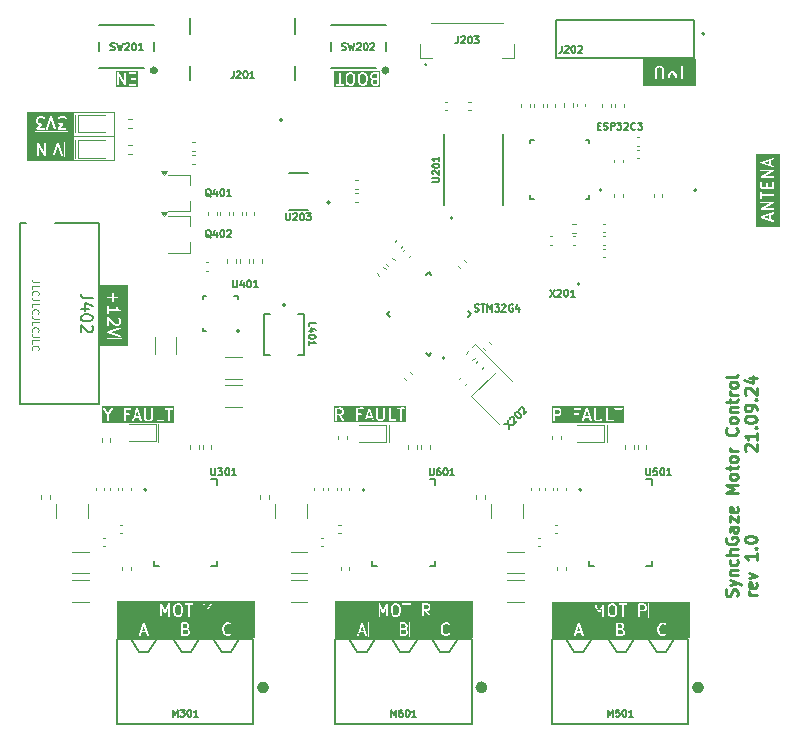
<source format=gbr>
%TF.GenerationSoftware,KiCad,Pcbnew,8.0.3*%
%TF.CreationDate,2024-09-21T17:26:54+02:00*%
%TF.ProjectId,SynchGaze_Motor_Control,53796e63-6847-4617-9a65-5f4d6f746f72,1.0*%
%TF.SameCoordinates,Original*%
%TF.FileFunction,Legend,Top*%
%TF.FilePolarity,Positive*%
%FSLAX46Y46*%
G04 Gerber Fmt 4.6, Leading zero omitted, Abs format (unit mm)*
G04 Created by KiCad (PCBNEW 8.0.3) date 2024-09-21 17:26:54*
%MOMM*%
%LPD*%
G01*
G04 APERTURE LIST*
%ADD10C,0.100000*%
%ADD11C,0.150000*%
%ADD12C,0.250000*%
%ADD13C,0.200000*%
%ADD14C,0.120000*%
%ADD15C,0.127000*%
%ADD16C,0.152400*%
%ADD17C,0.508000*%
G04 APERTURE END LIST*
D10*
X59537600Y-137083800D02*
X56007000Y-137083800D01*
X56007000Y-135509000D01*
X59537600Y-135509000D01*
X59537600Y-137083800D01*
G36*
X59537600Y-137083800D02*
G01*
X56007000Y-137083800D01*
X56007000Y-135509000D01*
X59537600Y-135509000D01*
X59537600Y-137083800D01*
G37*
X91541600Y-97536000D02*
X93497400Y-97536000D01*
X93497400Y-103682800D01*
X91541600Y-103682800D01*
X91541600Y-97536000D01*
X33680400Y-97764600D02*
X33045400Y-97764600D01*
X33045400Y-96494600D01*
X33680400Y-96494600D01*
X33680400Y-97764600D01*
G36*
X33680400Y-97764600D02*
G01*
X33045400Y-97764600D01*
X33045400Y-96494600D01*
X33680400Y-96494600D01*
X33680400Y-97764600D01*
G37*
X29819600Y-94056200D02*
X37211000Y-94056200D01*
X37211000Y-98094800D01*
X29819600Y-98094800D01*
X29819600Y-94056200D01*
X55930800Y-135458200D02*
X67538600Y-135458200D01*
X67538600Y-138480800D01*
X55930800Y-138480800D01*
X55930800Y-135458200D01*
X62204600Y-137083800D02*
X61315600Y-137083800D01*
X61315600Y-136855200D01*
X62204600Y-136855200D01*
X62204600Y-137083800D01*
G36*
X62204600Y-137083800D02*
G01*
X61315600Y-137083800D01*
X61315600Y-136855200D01*
X62204600Y-136855200D01*
X62204600Y-137083800D01*
G37*
X91846400Y-103632000D02*
X91592400Y-103632000D01*
X91592400Y-97586800D01*
X91871800Y-97586800D01*
X91846400Y-103632000D01*
G36*
X91846400Y-103632000D02*
G01*
X91592400Y-103632000D01*
X91592400Y-97586800D01*
X91871800Y-97586800D01*
X91846400Y-103632000D01*
G37*
X93455134Y-103632890D02*
X93201134Y-103632890D01*
X93201134Y-97587690D01*
X93480534Y-97587690D01*
X93455134Y-103632890D01*
G36*
X93455134Y-103632890D02*
G01*
X93201134Y-103632890D01*
X93201134Y-97587690D01*
X93480534Y-97587690D01*
X93455134Y-103632890D01*
G37*
X36601400Y-108712000D02*
X37820600Y-108712000D01*
X37820600Y-109118400D01*
X36601400Y-109118400D01*
X36601400Y-108712000D01*
G36*
X36601400Y-108712000D02*
G01*
X37820600Y-108712000D01*
X37820600Y-109118400D01*
X36601400Y-109118400D01*
X36601400Y-108712000D01*
G37*
X67487800Y-137083800D02*
X64160400Y-137083800D01*
X64160400Y-135534400D01*
X67487800Y-135534400D01*
X67487800Y-137083800D01*
G36*
X67487800Y-137083800D02*
G01*
X64160400Y-137083800D01*
X64160400Y-135534400D01*
X67487800Y-135534400D01*
X67487800Y-137083800D01*
G37*
X43713400Y-137083800D02*
X42824400Y-137083800D01*
X42824400Y-136855200D01*
X43713400Y-136855200D01*
X43713400Y-137083800D01*
G36*
X43713400Y-137083800D02*
G01*
X42824400Y-137083800D01*
X42824400Y-136855200D01*
X43713400Y-136855200D01*
X43713400Y-137083800D01*
G37*
X86334600Y-91719401D02*
X82067399Y-91719400D01*
X82067400Y-91338400D01*
X86334600Y-91338400D01*
X86334600Y-91719401D01*
G36*
X86334600Y-91719401D02*
G01*
X82067399Y-91719400D01*
X82067400Y-91338400D01*
X86334600Y-91338400D01*
X86334600Y-91719401D01*
G37*
X85496400Y-90017600D02*
X86309200Y-90017600D01*
X86309200Y-91287600D01*
X85496400Y-91287600D01*
X85496400Y-90017600D01*
G36*
X85496400Y-90017600D02*
G01*
X86309200Y-90017600D01*
X86309200Y-91287600D01*
X85496400Y-91287600D01*
X85496400Y-90017600D01*
G37*
X48996600Y-138455400D02*
X47294800Y-138455400D01*
X47294800Y-136880600D01*
X48996600Y-136880600D01*
X48996600Y-138455400D01*
G36*
X48996600Y-138455400D02*
G01*
X47294800Y-138455400D01*
X47294800Y-136880600D01*
X48996600Y-136880600D01*
X48996600Y-138455400D01*
G37*
X93218890Y-97781466D02*
X91771090Y-97806866D01*
X91771090Y-97552866D01*
X93218890Y-97552866D01*
X93218890Y-97781466D01*
G36*
X93218890Y-97781466D02*
G01*
X91771090Y-97806866D01*
X91771090Y-97552866D01*
X93218890Y-97552866D01*
X93218890Y-97781466D01*
G37*
X30632400Y-97764600D02*
X29997400Y-97764600D01*
X29997400Y-96494600D01*
X30632400Y-96494600D01*
X30632400Y-97764600D01*
G36*
X30632400Y-97764600D02*
G01*
X29997400Y-97764600D01*
X29997400Y-96494600D01*
X30632400Y-96494600D01*
X30632400Y-97764600D01*
G37*
X40919400Y-120446800D02*
X40919400Y-121920000D01*
X83083400Y-138455400D02*
X80594200Y-138455400D01*
X80594200Y-136880600D01*
X83083400Y-136880600D01*
X83083400Y-138455400D01*
G36*
X83083400Y-138455400D02*
G01*
X80594200Y-138455400D01*
X80594200Y-136880600D01*
X83083400Y-136880600D01*
X83083400Y-138455400D01*
G37*
X93201134Y-103632890D02*
X91753334Y-103658290D01*
X91753334Y-103404290D01*
X93201134Y-103404290D01*
X93201134Y-103632890D01*
G36*
X93201134Y-103632890D02*
G01*
X91753334Y-103658290D01*
X91753334Y-103404290D01*
X93201134Y-103404290D01*
X93201134Y-103632890D01*
G37*
X67487800Y-138455400D02*
X65786000Y-138455400D01*
X65786000Y-136880600D01*
X67487800Y-136880600D01*
X67487800Y-138455400D01*
G36*
X67487800Y-138455400D02*
G01*
X65786000Y-138455400D01*
X65786000Y-136880600D01*
X67487800Y-136880600D01*
X67487800Y-138455400D01*
G37*
X39243000Y-138455400D02*
X37515800Y-138455400D01*
X37515800Y-136880600D01*
X39243000Y-136880600D01*
X39243000Y-138455400D01*
G36*
X39243000Y-138455400D02*
G01*
X37515800Y-138455400D01*
X37515800Y-136880600D01*
X39243000Y-136880600D01*
X39243000Y-138455400D01*
G37*
X86385400Y-91770201D02*
X82016599Y-91770200D01*
X82016600Y-89509600D01*
X86385400Y-89509600D01*
X86385400Y-91770201D01*
X85826600Y-138480800D02*
X84124800Y-138480800D01*
X84124800Y-136906000D01*
X85826600Y-136906000D01*
X85826600Y-138480800D01*
G36*
X85826600Y-138480800D02*
G01*
X84124800Y-138480800D01*
X84124800Y-136906000D01*
X85826600Y-136906000D01*
X85826600Y-138480800D01*
G37*
X60477400Y-120497600D02*
X60477400Y-121970800D01*
X67759127Y-113638128D02*
X70938138Y-116817139D01*
X37211000Y-96075500D02*
X29819600Y-96075500D01*
X79629000Y-138455400D02*
X77139800Y-138455400D01*
X77139800Y-136880600D01*
X79629000Y-136880600D01*
X79629000Y-138455400D01*
G36*
X79629000Y-138455400D02*
G01*
X77139800Y-138455400D01*
X77139800Y-136880600D01*
X79629000Y-136880600D01*
X79629000Y-138455400D01*
G37*
X33756600Y-98069400D02*
X29845000Y-98069400D01*
X29845000Y-96443800D01*
X30073600Y-96443800D01*
X30073600Y-97790000D01*
X33705800Y-97790000D01*
X33705800Y-96469200D01*
X30073600Y-96443800D01*
X29845000Y-96443800D01*
X29845000Y-96113600D01*
X33756600Y-96113600D01*
X33756600Y-97790000D01*
X33756600Y-98069400D01*
G36*
X33756600Y-98069400D02*
G01*
X29845000Y-98069400D01*
X29845000Y-96443800D01*
X30073600Y-96443800D01*
X30073600Y-97790000D01*
X33705800Y-97790000D01*
X33705800Y-96469200D01*
X30073600Y-96443800D01*
X29845000Y-96443800D01*
X29845000Y-96113600D01*
X33756600Y-96113600D01*
X33756600Y-97790000D01*
X33756600Y-98069400D01*
G37*
X82092800Y-90017600D02*
X82905600Y-90017600D01*
X82905600Y-91287600D01*
X82092800Y-91287600D01*
X82092800Y-90017600D01*
G36*
X82092800Y-90017600D02*
G01*
X82905600Y-90017600D01*
X82905600Y-91287600D01*
X82092800Y-91287600D01*
X82092800Y-90017600D01*
G37*
X67507680Y-113889575D02*
X67759127Y-113638128D01*
X37439600Y-135458200D02*
X49047400Y-135458200D01*
X49047400Y-138480800D01*
X37439600Y-138480800D01*
X37439600Y-135458200D01*
X74269600Y-135483600D02*
X85877400Y-135483600D01*
X85877400Y-138506200D01*
X74269600Y-138506200D01*
X74269600Y-135483600D01*
X64744600Y-138430000D02*
X62255400Y-138430000D01*
X62255400Y-136855200D01*
X64744600Y-136855200D01*
X64744600Y-138430000D01*
G36*
X64744600Y-138430000D02*
G01*
X62255400Y-138430000D01*
X62255400Y-136855200D01*
X64744600Y-136855200D01*
X64744600Y-138430000D01*
G37*
X57734200Y-138455400D02*
X56007000Y-138455400D01*
X56007000Y-136880600D01*
X57734200Y-136880600D01*
X57734200Y-138455400D01*
G36*
X57734200Y-138455400D02*
G01*
X56007000Y-138455400D01*
X56007000Y-136880600D01*
X57734200Y-136880600D01*
X57734200Y-138455400D01*
G37*
X46253400Y-138430000D02*
X43764200Y-138430000D01*
X43764200Y-136855200D01*
X46253400Y-136855200D01*
X46253400Y-138430000D01*
G36*
X46253400Y-138430000D02*
G01*
X43764200Y-138430000D01*
X43764200Y-136855200D01*
X46253400Y-136855200D01*
X46253400Y-138430000D01*
G37*
X36601400Y-113207800D02*
X37820600Y-113207800D01*
X37820600Y-113715800D01*
X36601400Y-113715800D01*
X36601400Y-113207800D01*
G36*
X36601400Y-113207800D02*
G01*
X37820600Y-113207800D01*
X37820600Y-113715800D01*
X36601400Y-113715800D01*
X36601400Y-113207800D01*
G37*
X78943200Y-120523000D02*
X78943200Y-121970800D01*
X37896800Y-108686600D02*
X38328600Y-108686600D01*
X38328600Y-113741200D01*
X37896800Y-113741200D01*
X37896800Y-108686600D01*
G36*
X37896800Y-108686600D02*
G01*
X38328600Y-108686600D01*
X38328600Y-113741200D01*
X37896800Y-113741200D01*
X37896800Y-108686600D01*
G37*
X77876400Y-137109200D02*
X74345800Y-137109200D01*
X74345800Y-135534400D01*
X77876400Y-135534400D01*
X77876400Y-137109200D01*
G36*
X77876400Y-137109200D02*
G01*
X74345800Y-137109200D01*
X74345800Y-135534400D01*
X77876400Y-135534400D01*
X77876400Y-137109200D01*
G37*
X85826600Y-137109200D02*
X82499200Y-137109200D01*
X82499200Y-135559800D01*
X85826600Y-135559800D01*
X85826600Y-137109200D01*
G36*
X85826600Y-137109200D02*
G01*
X82499200Y-137109200D01*
X82499200Y-135559800D01*
X85826600Y-135559800D01*
X85826600Y-137109200D01*
G37*
X33959800Y-96417200D02*
X33959800Y-97890400D01*
X33959800Y-94259400D02*
X33959800Y-95732600D01*
X76073000Y-138480800D02*
X74345800Y-138480800D01*
X74345800Y-136906000D01*
X76073000Y-136906000D01*
X76073000Y-138480800D01*
G36*
X76073000Y-138480800D02*
G01*
X74345800Y-138480800D01*
X74345800Y-136906000D01*
X76073000Y-136906000D01*
X76073000Y-138480800D01*
G37*
X82067400Y-89560400D02*
X86334600Y-89560400D01*
X86334600Y-89941400D01*
X82067400Y-89941400D01*
X82067400Y-89560400D01*
G36*
X82067400Y-89560400D02*
G01*
X86334600Y-89560400D01*
X86334600Y-89941400D01*
X82067400Y-89941400D01*
X82067400Y-89560400D01*
G37*
X61290200Y-138430000D02*
X58801000Y-138430000D01*
X58801000Y-136855200D01*
X61290200Y-136855200D01*
X61290200Y-138430000D01*
G36*
X61290200Y-138430000D02*
G01*
X58801000Y-138430000D01*
X58801000Y-136855200D01*
X61290200Y-136855200D01*
X61290200Y-138430000D01*
G37*
X42799000Y-138430000D02*
X40309800Y-138430000D01*
X40309800Y-136855200D01*
X42799000Y-136855200D01*
X42799000Y-138430000D01*
G36*
X42799000Y-138430000D02*
G01*
X40309800Y-138430000D01*
X40309800Y-136855200D01*
X42799000Y-136855200D01*
X42799000Y-138430000D01*
G37*
X41046400Y-137083800D02*
X37515800Y-137083800D01*
X37515800Y-135509000D01*
X41046400Y-135509000D01*
X41046400Y-137083800D01*
G36*
X41046400Y-137083800D02*
G01*
X37515800Y-137083800D01*
X37515800Y-135509000D01*
X41046400Y-135509000D01*
X41046400Y-137083800D01*
G37*
X80543400Y-137109200D02*
X79654400Y-137109200D01*
X79654400Y-136880600D01*
X80543400Y-136880600D01*
X80543400Y-137109200D01*
G36*
X80543400Y-137109200D02*
G01*
X79654400Y-137109200D01*
X79654400Y-136880600D01*
X80543400Y-136880600D01*
X80543400Y-137109200D01*
G37*
X48996600Y-137083800D02*
X45669200Y-137083800D01*
X45669200Y-135534400D01*
X48996600Y-135534400D01*
X48996600Y-137083800D01*
G36*
X48996600Y-137083800D02*
G01*
X45669200Y-137083800D01*
X45669200Y-135534400D01*
X48996600Y-135534400D01*
X48996600Y-137083800D01*
G37*
X36017200Y-108635800D02*
X38354000Y-108635800D01*
X38354000Y-113766600D01*
X36017200Y-113766600D01*
X36017200Y-108635800D01*
X33757528Y-95752323D02*
X33757529Y-96031723D01*
X29845928Y-96031723D01*
X29845928Y-95676123D01*
X30480928Y-95676123D01*
X33351128Y-95676123D01*
X33351128Y-94228323D01*
X30480928Y-94228323D01*
X30480928Y-95676123D01*
X29845928Y-95676123D01*
X29845928Y-94075923D01*
X33757528Y-94075923D01*
X33757528Y-95752323D01*
G36*
X33757528Y-95752323D02*
G01*
X33757529Y-96031723D01*
X29845928Y-96031723D01*
X29845928Y-95676123D01*
X30480928Y-95676123D01*
X33351128Y-95676123D01*
X33351128Y-94228323D01*
X30480928Y-94228323D01*
X30480928Y-95676123D01*
X29845928Y-95676123D01*
X29845928Y-94075923D01*
X33757528Y-94075923D01*
X33757528Y-95752323D01*
G37*
X36093400Y-108661200D02*
X36525200Y-108661200D01*
X36525200Y-113741200D01*
X36093400Y-113741200D01*
X36093400Y-108661200D01*
G36*
X36093400Y-108661200D02*
G01*
X36525200Y-108661200D01*
X36525200Y-113741200D01*
X36093400Y-113741200D01*
X36093400Y-108661200D01*
G37*
D11*
G36*
X37916891Y-113189883D02*
G01*
X36544669Y-113189883D01*
X36544669Y-112661648D01*
X36656369Y-112661648D01*
X36657035Y-112671028D01*
X36656369Y-112680408D01*
X36658064Y-112685493D01*
X36658444Y-112690838D01*
X36662648Y-112699247D01*
X36665623Y-112708171D01*
X36669134Y-112712219D01*
X36671530Y-112717011D01*
X36678634Y-112723173D01*
X36684797Y-112730278D01*
X36689588Y-112732673D01*
X36693637Y-112736185D01*
X36707063Y-112742179D01*
X37721399Y-113078772D01*
X37750589Y-113076697D01*
X37776763Y-113063611D01*
X37795937Y-113041503D01*
X37805191Y-113013741D01*
X37803116Y-112984551D01*
X37790029Y-112958378D01*
X37767922Y-112939204D01*
X37754497Y-112933210D01*
X36965703Y-112671460D01*
X37767922Y-112402852D01*
X37790029Y-112383678D01*
X37803116Y-112357505D01*
X37805191Y-112328315D01*
X37795937Y-112300553D01*
X37776763Y-112278445D01*
X37750589Y-112265359D01*
X37721399Y-112263284D01*
X37707063Y-112266544D01*
X36716184Y-112598321D01*
X36710970Y-112598692D01*
X36702641Y-112602855D01*
X36693637Y-112605871D01*
X36689588Y-112609382D01*
X36684797Y-112611778D01*
X36678634Y-112618882D01*
X36671530Y-112625045D01*
X36669134Y-112629836D01*
X36665623Y-112633885D01*
X36662648Y-112642808D01*
X36658444Y-112651218D01*
X36658064Y-112656562D01*
X36656369Y-112661648D01*
X36544669Y-112661648D01*
X36544669Y-111432933D01*
X36655780Y-111432933D01*
X36657221Y-112066612D01*
X36668420Y-112093648D01*
X36689112Y-112114340D01*
X36716148Y-112125539D01*
X36745412Y-112125539D01*
X36772448Y-112114340D01*
X36793140Y-112093648D01*
X36804339Y-112066612D01*
X36805780Y-112051980D01*
X36804780Y-111612555D01*
X37241820Y-112048067D01*
X37242959Y-112050344D01*
X37251803Y-112058015D01*
X37260541Y-112066722D01*
X37263031Y-112067753D01*
X37265066Y-112069518D01*
X37278492Y-112075512D01*
X37421073Y-112121661D01*
X37430434Y-112125539D01*
X37434197Y-112125909D01*
X37435685Y-112126391D01*
X37437659Y-112126250D01*
X37445066Y-112126980D01*
X37529372Y-112125874D01*
X37530923Y-112126391D01*
X37540192Y-112125732D01*
X37554936Y-112125539D01*
X37557425Y-112124507D01*
X37560113Y-112124317D01*
X37573845Y-112119062D01*
X37668401Y-112070369D01*
X37677210Y-112066721D01*
X37680112Y-112064338D01*
X37681526Y-112063611D01*
X37682825Y-112062112D01*
X37688575Y-112057394D01*
X37735916Y-112008358D01*
X37742411Y-112002726D01*
X37744390Y-111999580D01*
X37745521Y-111998410D01*
X37746278Y-111996582D01*
X37750243Y-111990283D01*
X37791918Y-111904393D01*
X37793140Y-111903172D01*
X37796809Y-111894312D01*
X37803117Y-111881314D01*
X37803308Y-111878624D01*
X37804339Y-111876136D01*
X37805780Y-111861504D01*
X37804487Y-111634898D01*
X37805191Y-111632789D01*
X37804413Y-111621846D01*
X37804339Y-111608777D01*
X37803308Y-111606288D01*
X37803117Y-111603599D01*
X37797862Y-111589868D01*
X37749170Y-111495313D01*
X37745521Y-111486503D01*
X37743138Y-111483600D01*
X37742411Y-111482187D01*
X37740912Y-111480887D01*
X37736194Y-111475138D01*
X37677210Y-111418192D01*
X37650173Y-111406993D01*
X37620911Y-111406993D01*
X37593874Y-111418192D01*
X37573182Y-111438884D01*
X37561983Y-111465921D01*
X37561983Y-111495183D01*
X37573182Y-111522220D01*
X37582509Y-111533585D01*
X37620465Y-111570229D01*
X37655868Y-111638980D01*
X37657024Y-111841716D01*
X37623728Y-111910337D01*
X37593483Y-111941665D01*
X37524502Y-111977187D01*
X37460139Y-111978031D01*
X37344468Y-111940592D01*
X36772448Y-111370573D01*
X36745412Y-111359374D01*
X36716148Y-111359374D01*
X36689112Y-111370573D01*
X36668420Y-111391265D01*
X36657221Y-111418301D01*
X36655780Y-111432933D01*
X36544669Y-111432933D01*
X36544669Y-110528171D01*
X36655780Y-110528171D01*
X36657221Y-111114231D01*
X36668420Y-111141267D01*
X36689112Y-111161959D01*
X36716148Y-111173158D01*
X36745412Y-111173158D01*
X36772448Y-111161959D01*
X36793140Y-111141267D01*
X36804339Y-111114231D01*
X36805780Y-111099599D01*
X36805261Y-110888779D01*
X37723730Y-110887474D01*
X37730859Y-110888885D01*
X37738011Y-110887454D01*
X37745412Y-110887444D01*
X37752272Y-110884602D01*
X37759554Y-110883146D01*
X37765660Y-110879056D01*
X37772448Y-110876245D01*
X37777696Y-110870996D01*
X37783869Y-110866863D01*
X37787946Y-110860746D01*
X37793140Y-110855553D01*
X37795981Y-110848693D01*
X37800101Y-110842514D01*
X37801526Y-110835305D01*
X37804339Y-110828517D01*
X37804339Y-110821090D01*
X37805780Y-110813806D01*
X37804339Y-110806601D01*
X37804339Y-110799253D01*
X37801497Y-110792392D01*
X37800041Y-110785112D01*
X37795952Y-110779006D01*
X37793140Y-110772217D01*
X37787889Y-110766966D01*
X37783758Y-110760797D01*
X37772499Y-110751576D01*
X37772448Y-110751525D01*
X37772425Y-110751515D01*
X37772383Y-110751481D01*
X37640064Y-110664739D01*
X37555718Y-110582005D01*
X37504316Y-110482187D01*
X37482208Y-110463014D01*
X37454447Y-110453760D01*
X37425257Y-110455834D01*
X37399082Y-110468921D01*
X37379909Y-110491029D01*
X37370655Y-110518790D01*
X37372729Y-110547980D01*
X37377984Y-110561712D01*
X37426676Y-110656268D01*
X37430325Y-110665077D01*
X37432707Y-110667979D01*
X37433435Y-110669393D01*
X37434933Y-110670692D01*
X37439652Y-110676442D01*
X37503640Y-110739207D01*
X36804896Y-110740199D01*
X36804339Y-110513539D01*
X36793140Y-110486503D01*
X36772448Y-110465811D01*
X36745412Y-110454612D01*
X36716148Y-110454612D01*
X36689112Y-110465811D01*
X36668420Y-110486503D01*
X36657221Y-110513539D01*
X36655780Y-110528171D01*
X36544669Y-110528171D01*
X36544669Y-109704015D01*
X36657221Y-109704015D01*
X36657221Y-109733279D01*
X36668420Y-109760315D01*
X36689112Y-109781007D01*
X36716148Y-109792206D01*
X36730780Y-109793647D01*
X37037578Y-109793077D01*
X37038174Y-110114232D01*
X37049373Y-110141268D01*
X37070065Y-110161960D01*
X37097101Y-110173159D01*
X37126365Y-110173159D01*
X37153401Y-110161960D01*
X37174093Y-110141268D01*
X37185292Y-110114232D01*
X37186733Y-110099600D01*
X37186163Y-109792801D01*
X37507317Y-109792206D01*
X37534353Y-109781007D01*
X37555045Y-109760315D01*
X37566244Y-109733279D01*
X37566244Y-109704015D01*
X37555045Y-109676979D01*
X37534353Y-109656287D01*
X37507317Y-109645088D01*
X37492685Y-109643647D01*
X37185887Y-109644216D01*
X37185292Y-109323063D01*
X37174093Y-109296027D01*
X37153401Y-109275335D01*
X37126365Y-109264136D01*
X37097101Y-109264136D01*
X37070065Y-109275335D01*
X37049373Y-109296027D01*
X37038174Y-109323063D01*
X37036733Y-109337695D01*
X37037302Y-109644492D01*
X36716148Y-109645088D01*
X36689112Y-109656287D01*
X36668420Y-109676979D01*
X36657221Y-109704015D01*
X36544669Y-109704015D01*
X36544669Y-109153025D01*
X37916891Y-109153025D01*
X37916891Y-113189883D01*
G37*
D10*
X30853828Y-108431674D02*
X30425257Y-108431674D01*
X30425257Y-108431674D02*
X30339542Y-108403103D01*
X30339542Y-108403103D02*
X30282400Y-108345960D01*
X30282400Y-108345960D02*
X30253828Y-108260246D01*
X30253828Y-108260246D02*
X30253828Y-108203103D01*
X30253828Y-109003103D02*
X30253828Y-108717389D01*
X30253828Y-108717389D02*
X30853828Y-108717389D01*
X30310971Y-109545960D02*
X30282400Y-109517388D01*
X30282400Y-109517388D02*
X30253828Y-109431674D01*
X30253828Y-109431674D02*
X30253828Y-109374531D01*
X30253828Y-109374531D02*
X30282400Y-109288817D01*
X30282400Y-109288817D02*
X30339542Y-109231674D01*
X30339542Y-109231674D02*
X30396685Y-109203103D01*
X30396685Y-109203103D02*
X30510971Y-109174531D01*
X30510971Y-109174531D02*
X30596685Y-109174531D01*
X30596685Y-109174531D02*
X30710971Y-109203103D01*
X30710971Y-109203103D02*
X30768114Y-109231674D01*
X30768114Y-109231674D02*
X30825257Y-109288817D01*
X30825257Y-109288817D02*
X30853828Y-109374531D01*
X30853828Y-109374531D02*
X30853828Y-109431674D01*
X30853828Y-109431674D02*
X30825257Y-109517388D01*
X30825257Y-109517388D02*
X30796685Y-109545960D01*
X30853828Y-109974531D02*
X30425257Y-109974531D01*
X30425257Y-109974531D02*
X30339542Y-109945960D01*
X30339542Y-109945960D02*
X30282400Y-109888817D01*
X30282400Y-109888817D02*
X30253828Y-109803103D01*
X30253828Y-109803103D02*
X30253828Y-109745960D01*
X30253828Y-110545960D02*
X30253828Y-110260246D01*
X30253828Y-110260246D02*
X30853828Y-110260246D01*
X30310971Y-111088817D02*
X30282400Y-111060245D01*
X30282400Y-111060245D02*
X30253828Y-110974531D01*
X30253828Y-110974531D02*
X30253828Y-110917388D01*
X30253828Y-110917388D02*
X30282400Y-110831674D01*
X30282400Y-110831674D02*
X30339542Y-110774531D01*
X30339542Y-110774531D02*
X30396685Y-110745960D01*
X30396685Y-110745960D02*
X30510971Y-110717388D01*
X30510971Y-110717388D02*
X30596685Y-110717388D01*
X30596685Y-110717388D02*
X30710971Y-110745960D01*
X30710971Y-110745960D02*
X30768114Y-110774531D01*
X30768114Y-110774531D02*
X30825257Y-110831674D01*
X30825257Y-110831674D02*
X30853828Y-110917388D01*
X30853828Y-110917388D02*
X30853828Y-110974531D01*
X30853828Y-110974531D02*
X30825257Y-111060245D01*
X30825257Y-111060245D02*
X30796685Y-111088817D01*
X30853828Y-111517388D02*
X30425257Y-111517388D01*
X30425257Y-111517388D02*
X30339542Y-111488817D01*
X30339542Y-111488817D02*
X30282400Y-111431674D01*
X30282400Y-111431674D02*
X30253828Y-111345960D01*
X30253828Y-111345960D02*
X30253828Y-111288817D01*
X30253828Y-112088817D02*
X30253828Y-111803103D01*
X30253828Y-111803103D02*
X30853828Y-111803103D01*
X30310971Y-112631674D02*
X30282400Y-112603102D01*
X30282400Y-112603102D02*
X30253828Y-112517388D01*
X30253828Y-112517388D02*
X30253828Y-112460245D01*
X30253828Y-112460245D02*
X30282400Y-112374531D01*
X30282400Y-112374531D02*
X30339542Y-112317388D01*
X30339542Y-112317388D02*
X30396685Y-112288817D01*
X30396685Y-112288817D02*
X30510971Y-112260245D01*
X30510971Y-112260245D02*
X30596685Y-112260245D01*
X30596685Y-112260245D02*
X30710971Y-112288817D01*
X30710971Y-112288817D02*
X30768114Y-112317388D01*
X30768114Y-112317388D02*
X30825257Y-112374531D01*
X30825257Y-112374531D02*
X30853828Y-112460245D01*
X30853828Y-112460245D02*
X30853828Y-112517388D01*
X30853828Y-112517388D02*
X30825257Y-112603102D01*
X30825257Y-112603102D02*
X30796685Y-112631674D01*
X30853828Y-113060245D02*
X30425257Y-113060245D01*
X30425257Y-113060245D02*
X30339542Y-113031674D01*
X30339542Y-113031674D02*
X30282400Y-112974531D01*
X30282400Y-112974531D02*
X30253828Y-112888817D01*
X30253828Y-112888817D02*
X30253828Y-112831674D01*
X30253828Y-113631674D02*
X30253828Y-113345960D01*
X30253828Y-113345960D02*
X30853828Y-113345960D01*
X30310971Y-114174531D02*
X30282400Y-114145959D01*
X30282400Y-114145959D02*
X30253828Y-114060245D01*
X30253828Y-114060245D02*
X30253828Y-114003102D01*
X30253828Y-114003102D02*
X30282400Y-113917388D01*
X30282400Y-113917388D02*
X30339542Y-113860245D01*
X30339542Y-113860245D02*
X30396685Y-113831674D01*
X30396685Y-113831674D02*
X30510971Y-113803102D01*
X30510971Y-113803102D02*
X30596685Y-113803102D01*
X30596685Y-113803102D02*
X30710971Y-113831674D01*
X30710971Y-113831674D02*
X30768114Y-113860245D01*
X30768114Y-113860245D02*
X30825257Y-113917388D01*
X30825257Y-113917388D02*
X30853828Y-114003102D01*
X30853828Y-114003102D02*
X30853828Y-114060245D01*
X30853828Y-114060245D02*
X30825257Y-114145959D01*
X30825257Y-114145959D02*
X30796685Y-114174531D01*
D11*
G36*
X84110993Y-138512130D02*
G01*
X83121165Y-138512130D01*
X83121165Y-137754590D01*
X83232276Y-137754590D01*
X83233543Y-137893169D01*
X83232365Y-137901093D01*
X83233699Y-137910117D01*
X83233717Y-137912079D01*
X83234139Y-137913100D01*
X83234515Y-137915637D01*
X83282032Y-138100335D01*
X83282558Y-138107732D01*
X83286760Y-138118714D01*
X83287081Y-138119959D01*
X83287403Y-138120394D01*
X83287813Y-138121464D01*
X83336503Y-138216016D01*
X83340153Y-138224828D01*
X83342536Y-138227732D01*
X83343264Y-138229145D01*
X83344762Y-138230444D01*
X83349481Y-138236194D01*
X83437650Y-138322679D01*
X83438502Y-138324383D01*
X83446146Y-138331013D01*
X83456084Y-138340761D01*
X83458574Y-138341792D01*
X83460609Y-138343557D01*
X83474035Y-138349551D01*
X83616616Y-138395700D01*
X83625977Y-138399578D01*
X83629740Y-138399948D01*
X83631228Y-138400430D01*
X83633202Y-138400289D01*
X83640609Y-138401019D01*
X83735926Y-138399768D01*
X83745227Y-138400430D01*
X83748881Y-138399598D01*
X83750479Y-138399578D01*
X83752310Y-138398819D01*
X83759564Y-138397170D01*
X83891354Y-138351959D01*
X83893336Y-138351959D01*
X83902888Y-138348002D01*
X83915846Y-138343557D01*
X83917881Y-138341791D01*
X83920372Y-138340760D01*
X83931738Y-138331432D01*
X83988684Y-138272447D01*
X83999882Y-138245411D01*
X83999882Y-138216148D01*
X83988683Y-138189112D01*
X83967990Y-138168419D01*
X83940954Y-138157221D01*
X83911691Y-138157221D01*
X83884655Y-138168420D01*
X83873289Y-138177748D01*
X83839767Y-138212469D01*
X83727060Y-138251134D01*
X83655682Y-138252070D01*
X83539755Y-138214548D01*
X83465547Y-138141758D01*
X83426855Y-138066621D01*
X83382237Y-137893191D01*
X83381095Y-137768419D01*
X83423121Y-137595296D01*
X83461846Y-137515486D01*
X83536125Y-137439761D01*
X83649394Y-137400903D01*
X83720773Y-137399967D01*
X83836966Y-137437576D01*
X83884655Y-137483617D01*
X83911691Y-137494816D01*
X83940954Y-137494816D01*
X83967990Y-137483617D01*
X83988683Y-137462924D01*
X83999882Y-137435888D01*
X83999882Y-137406625D01*
X83988683Y-137379589D01*
X83979356Y-137368224D01*
X83938529Y-137328808D01*
X83937953Y-137327655D01*
X83931873Y-137322381D01*
X83920372Y-137311278D01*
X83917881Y-137310246D01*
X83915846Y-137308481D01*
X83902421Y-137302487D01*
X83759842Y-137256338D01*
X83750479Y-137252460D01*
X83746713Y-137252089D01*
X83745227Y-137251608D01*
X83743252Y-137251748D01*
X83735847Y-137251019D01*
X83640528Y-137252269D01*
X83631228Y-137251608D01*
X83627573Y-137252439D01*
X83625977Y-137252460D01*
X83624146Y-137253218D01*
X83616891Y-137254868D01*
X83485101Y-137300079D01*
X83483121Y-137300079D01*
X83473571Y-137304034D01*
X83460609Y-137308481D01*
X83458574Y-137310245D01*
X83456084Y-137311277D01*
X83444719Y-137320605D01*
X83350787Y-137416367D01*
X83343264Y-137422892D01*
X83341251Y-137426088D01*
X83340154Y-137427208D01*
X83339396Y-137429035D01*
X83335432Y-137435335D01*
X83291165Y-137526566D01*
X83287081Y-137532078D01*
X83283143Y-137543097D01*
X83282558Y-137544305D01*
X83282519Y-137544844D01*
X83282134Y-137545924D01*
X83236893Y-137732289D01*
X83233717Y-137739958D01*
X83232819Y-137749072D01*
X83232365Y-137750944D01*
X83232527Y-137752036D01*
X83232276Y-137754590D01*
X83121165Y-137754590D01*
X83121165Y-137139908D01*
X84110993Y-137139908D01*
X84110993Y-138512130D01*
G37*
G36*
X39886062Y-137940206D02*
G01*
X39616022Y-137940999D01*
X39750567Y-137535542D01*
X39886062Y-137940206D01*
G37*
G36*
X40269855Y-138486141D02*
G01*
X39232145Y-138486141D01*
X39232145Y-138291239D01*
X39343256Y-138291239D01*
X39345331Y-138320429D01*
X39358417Y-138346602D01*
X39380524Y-138365776D01*
X39408287Y-138375030D01*
X39437477Y-138372955D01*
X39463650Y-138359869D01*
X39482824Y-138337762D01*
X39488818Y-138324336D01*
X39566663Y-138089746D01*
X39935769Y-138088662D01*
X40019176Y-138337761D01*
X40038350Y-138359868D01*
X40064523Y-138372955D01*
X40093713Y-138375030D01*
X40121475Y-138365776D01*
X40143583Y-138346602D01*
X40156669Y-138320428D01*
X40158744Y-138291238D01*
X40155484Y-138276902D01*
X39823706Y-137286023D01*
X39823336Y-137280810D01*
X39819172Y-137272483D01*
X39816157Y-137263476D01*
X39812645Y-137259427D01*
X39810250Y-137254636D01*
X39803146Y-137248474D01*
X39796983Y-137241369D01*
X39792189Y-137238972D01*
X39788142Y-137235462D01*
X39779220Y-137232488D01*
X39770810Y-137228283D01*
X39765465Y-137227903D01*
X39760380Y-137226208D01*
X39751000Y-137226874D01*
X39741620Y-137226208D01*
X39736534Y-137227903D01*
X39731190Y-137228283D01*
X39722782Y-137232487D01*
X39713857Y-137235462D01*
X39709806Y-137238975D01*
X39705017Y-137241370D01*
X39698858Y-137248470D01*
X39691750Y-137254636D01*
X39689353Y-137259429D01*
X39685843Y-137263477D01*
X39679849Y-137276902D01*
X39441674Y-137994650D01*
X39439346Y-138000272D01*
X39439346Y-138001667D01*
X39343256Y-138291239D01*
X39232145Y-138291239D01*
X39232145Y-137115097D01*
X40269855Y-137115097D01*
X40269855Y-138486141D01*
G37*
G36*
X76716062Y-137965606D02*
G01*
X76446022Y-137966399D01*
X76580567Y-137560942D01*
X76716062Y-137965606D01*
G37*
G36*
X77099855Y-138511541D02*
G01*
X76062145Y-138511541D01*
X76062145Y-138316639D01*
X76173256Y-138316639D01*
X76175331Y-138345829D01*
X76188417Y-138372002D01*
X76210524Y-138391176D01*
X76238287Y-138400430D01*
X76267477Y-138398355D01*
X76293650Y-138385269D01*
X76312824Y-138363162D01*
X76318818Y-138349736D01*
X76396663Y-138115146D01*
X76765769Y-138114062D01*
X76849176Y-138363161D01*
X76868350Y-138385268D01*
X76894523Y-138398355D01*
X76923713Y-138400430D01*
X76951475Y-138391176D01*
X76973583Y-138372002D01*
X76986669Y-138345828D01*
X76988744Y-138316638D01*
X76985484Y-138302302D01*
X76653706Y-137311423D01*
X76653336Y-137306210D01*
X76649172Y-137297883D01*
X76646157Y-137288876D01*
X76642645Y-137284827D01*
X76640250Y-137280036D01*
X76633146Y-137273874D01*
X76626983Y-137266769D01*
X76622189Y-137264372D01*
X76618142Y-137260862D01*
X76609220Y-137257888D01*
X76600810Y-137253683D01*
X76595465Y-137253303D01*
X76590380Y-137251608D01*
X76581000Y-137252274D01*
X76571620Y-137251608D01*
X76566534Y-137253303D01*
X76561190Y-137253683D01*
X76552782Y-137257887D01*
X76543857Y-137260862D01*
X76539806Y-137264375D01*
X76535017Y-137266770D01*
X76528858Y-137273870D01*
X76521750Y-137280036D01*
X76519353Y-137284829D01*
X76515843Y-137288877D01*
X76509849Y-137302302D01*
X76271674Y-138020050D01*
X76269346Y-138025672D01*
X76269346Y-138027067D01*
X76173256Y-138316639D01*
X76062145Y-138316639D01*
X76062145Y-137140497D01*
X77099855Y-137140497D01*
X77099855Y-138511541D01*
G37*
G36*
X79564988Y-135807370D02*
G01*
X79638780Y-135879752D01*
X79679473Y-136037923D01*
X79680776Y-136352677D01*
X79640662Y-136517925D01*
X79570195Y-136589766D01*
X79500749Y-136625528D01*
X79345580Y-136626618D01*
X79277258Y-136593467D01*
X79203465Y-136521085D01*
X79162772Y-136362913D01*
X79161469Y-136048159D01*
X79201583Y-135882911D01*
X79272051Y-135811070D01*
X79341496Y-135775309D01*
X79496665Y-135774219D01*
X79564988Y-135807370D01*
G37*
G36*
X82136624Y-135807471D02*
G01*
X82167951Y-135837715D01*
X82203409Y-135906572D01*
X82204394Y-136014204D01*
X82171214Y-136082585D01*
X82140969Y-136113913D01*
X82072281Y-136149284D01*
X81781056Y-136150345D01*
X81780523Y-135775150D01*
X82067857Y-135774103D01*
X82136624Y-135807471D01*
G37*
G36*
X82464377Y-136886530D02*
G01*
X77806441Y-136886530D01*
X77806441Y-135700419D01*
X77917552Y-135700419D01*
X77918993Y-136715051D01*
X77930192Y-136742087D01*
X77950884Y-136762779D01*
X77977920Y-136773978D01*
X78007184Y-136773978D01*
X78034220Y-136762779D01*
X78054912Y-136742087D01*
X78066111Y-136715051D01*
X78067552Y-136700419D01*
X78066607Y-136035041D01*
X78257982Y-136443219D01*
X78261755Y-136453593D01*
X78263991Y-136456035D01*
X78265415Y-136459071D01*
X78273824Y-136466771D01*
X78281519Y-136475174D01*
X78284537Y-136476582D01*
X78286996Y-136478834D01*
X78297708Y-136482729D01*
X78308037Y-136487550D01*
X78311365Y-136487696D01*
X78314497Y-136488835D01*
X78325891Y-136488334D01*
X78337273Y-136488834D01*
X78340401Y-136487696D01*
X78343733Y-136487550D01*
X78354068Y-136482726D01*
X78364774Y-136478834D01*
X78367229Y-136476584D01*
X78370251Y-136475175D01*
X78377952Y-136466764D01*
X78386355Y-136459070D01*
X78388838Y-136454877D01*
X78390015Y-136453593D01*
X78390675Y-136451777D01*
X78393849Y-136446420D01*
X78584693Y-136035543D01*
X78585659Y-136715051D01*
X78596858Y-136742087D01*
X78617550Y-136762779D01*
X78644586Y-136773978D01*
X78673850Y-136773978D01*
X78700886Y-136762779D01*
X78721578Y-136742087D01*
X78732777Y-136715051D01*
X78734218Y-136700419D01*
X78733271Y-136033752D01*
X79012790Y-136033752D01*
X79014150Y-136362188D01*
X79012879Y-136370731D01*
X79014223Y-136379823D01*
X79014231Y-136381717D01*
X79014653Y-136382738D01*
X79015029Y-136385275D01*
X79061850Y-136567266D01*
X79061850Y-136572192D01*
X79065194Y-136580267D01*
X79067595Y-136589597D01*
X79070914Y-136594076D01*
X79073048Y-136599228D01*
X79082376Y-136610594D01*
X79178143Y-136704532D01*
X79184663Y-136712050D01*
X79187856Y-136714060D01*
X79188979Y-136715161D01*
X79190811Y-136715919D01*
X79197106Y-136719882D01*
X79282995Y-136761557D01*
X79284217Y-136762779D01*
X79293076Y-136766448D01*
X79306075Y-136772756D01*
X79308764Y-136772947D01*
X79311253Y-136773978D01*
X79325885Y-136775419D01*
X79504972Y-136774160D01*
X79506980Y-136774830D01*
X79517652Y-136774071D01*
X79530993Y-136773978D01*
X79533482Y-136772946D01*
X79536170Y-136772756D01*
X79549902Y-136767501D01*
X79644456Y-136718809D01*
X79653267Y-136715160D01*
X79656169Y-136712777D01*
X79657583Y-136712050D01*
X79658882Y-136710551D01*
X79664632Y-136705833D01*
X79753227Y-136615509D01*
X79757229Y-136613109D01*
X79762314Y-136606245D01*
X79769198Y-136599228D01*
X79771331Y-136594076D01*
X79774651Y-136589597D01*
X79779598Y-136575751D01*
X79824838Y-136389385D01*
X79828015Y-136381717D01*
X79828912Y-136372602D01*
X79829367Y-136370731D01*
X79829204Y-136369638D01*
X79829456Y-136367085D01*
X79828095Y-136038648D01*
X79829367Y-136030106D01*
X79828022Y-136021013D01*
X79828015Y-136019120D01*
X79827592Y-136018098D01*
X79827217Y-136015562D01*
X79780396Y-135833570D01*
X79780396Y-135828645D01*
X79777050Y-135820568D01*
X79774651Y-135811240D01*
X79771332Y-135806761D01*
X79769198Y-135801608D01*
X79759870Y-135790243D01*
X79664107Y-135696311D01*
X79657583Y-135688788D01*
X79654386Y-135686775D01*
X79653378Y-135685787D01*
X79966612Y-135685787D01*
X79966612Y-135715051D01*
X79977811Y-135742087D01*
X79998503Y-135762779D01*
X80025539Y-135773978D01*
X80040171Y-135775419D01*
X80250990Y-135774900D01*
X80252326Y-136715051D01*
X80263525Y-136742087D01*
X80284217Y-136762779D01*
X80311253Y-136773978D01*
X80340517Y-136773978D01*
X80367553Y-136762779D01*
X80388245Y-136742087D01*
X80399444Y-136715051D01*
X80400885Y-136700419D01*
X80399570Y-135774535D01*
X80626231Y-135773978D01*
X80653267Y-135762779D01*
X80673959Y-135742087D01*
X80685158Y-135715051D01*
X80685158Y-135700419D01*
X81631838Y-135700419D01*
X81633279Y-136715051D01*
X81644478Y-136742087D01*
X81665170Y-136762779D01*
X81692206Y-136773978D01*
X81721470Y-136773978D01*
X81748506Y-136762779D01*
X81769198Y-136742087D01*
X81780397Y-136715051D01*
X81781838Y-136700419D01*
X81781267Y-136298956D01*
X82076140Y-136297882D01*
X82078409Y-136298639D01*
X82089750Y-136297833D01*
X82102422Y-136297787D01*
X82104911Y-136296755D01*
X82107599Y-136296565D01*
X82121331Y-136291310D01*
X82215887Y-136242617D01*
X82224696Y-136238969D01*
X82227598Y-136236586D01*
X82229012Y-136235859D01*
X82230311Y-136234360D01*
X82236061Y-136229642D01*
X82283402Y-136180606D01*
X82289897Y-136174974D01*
X82291876Y-136171828D01*
X82293007Y-136170658D01*
X82293764Y-136168830D01*
X82297729Y-136162531D01*
X82339404Y-136076641D01*
X82340626Y-136075420D01*
X82344295Y-136066560D01*
X82350603Y-136053562D01*
X82350794Y-136050872D01*
X82351825Y-136048384D01*
X82353266Y-136033752D01*
X82352061Y-135902121D01*
X82352677Y-135900275D01*
X82351951Y-135890060D01*
X82351825Y-135876263D01*
X82350794Y-135873774D01*
X82350603Y-135871085D01*
X82345348Y-135857354D01*
X82296656Y-135762799D01*
X82293007Y-135753989D01*
X82290624Y-135751086D01*
X82289897Y-135749673D01*
X82288398Y-135748373D01*
X82283680Y-135742624D01*
X82234644Y-135695282D01*
X82229012Y-135688788D01*
X82225866Y-135686808D01*
X82224696Y-135685678D01*
X82222868Y-135684920D01*
X82216569Y-135680956D01*
X82130680Y-135639281D01*
X82129458Y-135638059D01*
X82120592Y-135634386D01*
X82107599Y-135628082D01*
X82104911Y-135627891D01*
X82102422Y-135626860D01*
X82087790Y-135625419D01*
X81692206Y-135626860D01*
X81665170Y-135638059D01*
X81644478Y-135658751D01*
X81633279Y-135685787D01*
X81631838Y-135700419D01*
X80685158Y-135700419D01*
X80685158Y-135685787D01*
X80673959Y-135658751D01*
X80653267Y-135638059D01*
X80626231Y-135626860D01*
X80611599Y-135625419D01*
X80025539Y-135626860D01*
X79998503Y-135638059D01*
X79977811Y-135658751D01*
X79966612Y-135685787D01*
X79653378Y-135685787D01*
X79653267Y-135685678D01*
X79651439Y-135684920D01*
X79645140Y-135680956D01*
X79559251Y-135639281D01*
X79558029Y-135638059D01*
X79549163Y-135634386D01*
X79536170Y-135628082D01*
X79533482Y-135627891D01*
X79530993Y-135626860D01*
X79516361Y-135625419D01*
X79337272Y-135626677D01*
X79335265Y-135626008D01*
X79324592Y-135626766D01*
X79311253Y-135626860D01*
X79308764Y-135627890D01*
X79306075Y-135628082D01*
X79292344Y-135633337D01*
X79197794Y-135682025D01*
X79188979Y-135685677D01*
X79186073Y-135688061D01*
X79184663Y-135688788D01*
X79183364Y-135690284D01*
X79177614Y-135695005D01*
X79089018Y-135785326D01*
X79085017Y-135787728D01*
X79079930Y-135794591D01*
X79073049Y-135801608D01*
X79070915Y-135806758D01*
X79067595Y-135811240D01*
X79062648Y-135825086D01*
X79017407Y-136011451D01*
X79014231Y-136019120D01*
X79013333Y-136028234D01*
X79012879Y-136030106D01*
X79013041Y-136031198D01*
X79012790Y-136033752D01*
X78733271Y-136033752D01*
X78732799Y-135701523D01*
X78733348Y-135689031D01*
X78732779Y-135687467D01*
X78732777Y-135685787D01*
X78727795Y-135673760D01*
X78723348Y-135661530D01*
X78722218Y-135660296D01*
X78721578Y-135658751D01*
X78712378Y-135649551D01*
X78703584Y-135639948D01*
X78702067Y-135639240D01*
X78700886Y-135638059D01*
X78688873Y-135633082D01*
X78677066Y-135627573D01*
X78675393Y-135627499D01*
X78673850Y-135626860D01*
X78660844Y-135626860D01*
X78647830Y-135626288D01*
X78646257Y-135626860D01*
X78644586Y-135626860D01*
X78632567Y-135631838D01*
X78620329Y-135636289D01*
X78619095Y-135637419D01*
X78617550Y-135638059D01*
X78608351Y-135647257D01*
X78598748Y-135656052D01*
X78597572Y-135658036D01*
X78596858Y-135658751D01*
X78596181Y-135660384D01*
X78591254Y-135668702D01*
X78326350Y-136239022D01*
X78059651Y-135670192D01*
X78054912Y-135658751D01*
X78053735Y-135657574D01*
X78053022Y-135656053D01*
X78043425Y-135647264D01*
X78034220Y-135638059D01*
X78032674Y-135637418D01*
X78031441Y-135636289D01*
X78019210Y-135631841D01*
X78007184Y-135626860D01*
X78005510Y-135626860D01*
X78003940Y-135626289D01*
X77990939Y-135626860D01*
X77977920Y-135626860D01*
X77976375Y-135627499D01*
X77974704Y-135627573D01*
X77962905Y-135633079D01*
X77950884Y-135638059D01*
X77949701Y-135639241D01*
X77948186Y-135639949D01*
X77939397Y-135649545D01*
X77930192Y-135658751D01*
X77929551Y-135660296D01*
X77928422Y-135661530D01*
X77923974Y-135673760D01*
X77918993Y-135685787D01*
X77918766Y-135688082D01*
X77918422Y-135689031D01*
X77918499Y-135690797D01*
X77917552Y-135700419D01*
X77806441Y-135700419D01*
X77806441Y-135514308D01*
X82464377Y-135514308D01*
X82464377Y-136886530D01*
G37*
G36*
X85507748Y-91357622D02*
G01*
X82945051Y-91357622D01*
X82945051Y-90362857D01*
X83056162Y-90362857D01*
X83057603Y-91187012D01*
X83068802Y-91214048D01*
X83089494Y-91234740D01*
X83116530Y-91245939D01*
X83145794Y-91245939D01*
X83172830Y-91234740D01*
X83193522Y-91214048D01*
X83204721Y-91187012D01*
X83206162Y-91172380D01*
X83204781Y-90382924D01*
X83238214Y-90314022D01*
X83268458Y-90282696D01*
X83337250Y-90247270D01*
X83492417Y-90246180D01*
X83560947Y-90279432D01*
X83592275Y-90309677D01*
X83627617Y-90378308D01*
X83629031Y-91187012D01*
X83640230Y-91214048D01*
X83660922Y-91234740D01*
X83687958Y-91245939D01*
X83717222Y-91245939D01*
X83744258Y-91234740D01*
X83764950Y-91214048D01*
X83776149Y-91187012D01*
X83777590Y-91172380D01*
X83776195Y-90374654D01*
X83777001Y-90372237D01*
X83776170Y-90360549D01*
X83776149Y-90348225D01*
X83775118Y-90345736D01*
X83774927Y-90343047D01*
X83769672Y-90329316D01*
X83720980Y-90234761D01*
X83717331Y-90225951D01*
X83714948Y-90223048D01*
X83714221Y-90221635D01*
X83712722Y-90220335D01*
X83708004Y-90214586D01*
X83664288Y-90172380D01*
X84103781Y-90172380D01*
X84105199Y-91171275D01*
X84104651Y-91183768D01*
X84105219Y-91185331D01*
X84105222Y-91187012D01*
X84110203Y-91199038D01*
X84114651Y-91211269D01*
X84115780Y-91212502D01*
X84116421Y-91214048D01*
X84125626Y-91223253D01*
X84134415Y-91232850D01*
X84135930Y-91233557D01*
X84137113Y-91234740D01*
X84149134Y-91239719D01*
X84160933Y-91245226D01*
X84162604Y-91245299D01*
X84164149Y-91245939D01*
X84177168Y-91245939D01*
X84190169Y-91246510D01*
X84191739Y-91245939D01*
X84193413Y-91245939D01*
X84205439Y-91240957D01*
X84217670Y-91236510D01*
X84218903Y-91235380D01*
X84220449Y-91234740D01*
X84229654Y-91225534D01*
X84239251Y-91216746D01*
X84240425Y-91214763D01*
X84241141Y-91214048D01*
X84241819Y-91212411D01*
X84246745Y-91204096D01*
X84511648Y-90633776D01*
X84778351Y-91202615D01*
X84783087Y-91214048D01*
X84784262Y-91215223D01*
X84784977Y-91216747D01*
X84794580Y-91225541D01*
X84803779Y-91234740D01*
X84805324Y-91235379D01*
X84806558Y-91236510D01*
X84818796Y-91240960D01*
X84830815Y-91245939D01*
X84832486Y-91245939D01*
X84834059Y-91246511D01*
X84847073Y-91245939D01*
X84860079Y-91245939D01*
X84861622Y-91245299D01*
X84863295Y-91245226D01*
X84875102Y-91239716D01*
X84887115Y-91234740D01*
X84888296Y-91233558D01*
X84889813Y-91232851D01*
X84898607Y-91223247D01*
X84907807Y-91214048D01*
X84908447Y-91212502D01*
X84909577Y-91211269D01*
X84914024Y-91199038D01*
X84919006Y-91187012D01*
X84919232Y-91184716D01*
X84919577Y-91183768D01*
X84919499Y-91182001D01*
X84920447Y-91172380D01*
X84919027Y-90172380D01*
X85246637Y-90172380D01*
X85248078Y-91187012D01*
X85259277Y-91214048D01*
X85279969Y-91234740D01*
X85307005Y-91245939D01*
X85336269Y-91245939D01*
X85363305Y-91234740D01*
X85383997Y-91214048D01*
X85395196Y-91187012D01*
X85396637Y-91172380D01*
X85395196Y-90157748D01*
X85383997Y-90130712D01*
X85363305Y-90110020D01*
X85336269Y-90098821D01*
X85307005Y-90098821D01*
X85279969Y-90110020D01*
X85259277Y-90130712D01*
X85248078Y-90157748D01*
X85246637Y-90172380D01*
X84919027Y-90172380D01*
X84919006Y-90157748D01*
X84907807Y-90130712D01*
X84887115Y-90110020D01*
X84860079Y-90098821D01*
X84830815Y-90098821D01*
X84803779Y-90110020D01*
X84783087Y-90130712D01*
X84771888Y-90157748D01*
X84770447Y-90172380D01*
X84771391Y-90837757D01*
X84580017Y-90429583D01*
X84576244Y-90419206D01*
X84574006Y-90416762D01*
X84572584Y-90413729D01*
X84564181Y-90406034D01*
X84556480Y-90397624D01*
X84553458Y-90396214D01*
X84551003Y-90393965D01*
X84540297Y-90390072D01*
X84529962Y-90385249D01*
X84526630Y-90385102D01*
X84523502Y-90383965D01*
X84512120Y-90384464D01*
X84500726Y-90383964D01*
X84497594Y-90385102D01*
X84494266Y-90385249D01*
X84483937Y-90390069D01*
X84473225Y-90393965D01*
X84470766Y-90396216D01*
X84467748Y-90397625D01*
X84460053Y-90406027D01*
X84451644Y-90413728D01*
X84449158Y-90417923D01*
X84447984Y-90419206D01*
X84447324Y-90421018D01*
X84444150Y-90426378D01*
X84253305Y-90837254D01*
X84252340Y-90157748D01*
X84241141Y-90130712D01*
X84220449Y-90110020D01*
X84193413Y-90098821D01*
X84164149Y-90098821D01*
X84137113Y-90110020D01*
X84116421Y-90130712D01*
X84105222Y-90157748D01*
X84103781Y-90172380D01*
X83664288Y-90172380D01*
X83658969Y-90167245D01*
X83653337Y-90160751D01*
X83650191Y-90158770D01*
X83649020Y-90157640D01*
X83647192Y-90156883D01*
X83640894Y-90152918D01*
X83555003Y-90111241D01*
X83553782Y-90110020D01*
X83544922Y-90106349D01*
X83531924Y-90100043D01*
X83529234Y-90099851D01*
X83526746Y-90098821D01*
X83512114Y-90097380D01*
X83333025Y-90098638D01*
X83331018Y-90097969D01*
X83320345Y-90098727D01*
X83307006Y-90098821D01*
X83304517Y-90099851D01*
X83301828Y-90100043D01*
X83288097Y-90105298D01*
X83193549Y-90153987D01*
X83184732Y-90157640D01*
X83181826Y-90160024D01*
X83180416Y-90160751D01*
X83179119Y-90162246D01*
X83173367Y-90166967D01*
X83126025Y-90216002D01*
X83119531Y-90221635D01*
X83117551Y-90224780D01*
X83116421Y-90225951D01*
X83115663Y-90227778D01*
X83111699Y-90234078D01*
X83070024Y-90319966D01*
X83068802Y-90321189D01*
X83065129Y-90330054D01*
X83058825Y-90343048D01*
X83058634Y-90345735D01*
X83057603Y-90348225D01*
X83056162Y-90362857D01*
X82945051Y-90362857D01*
X82945051Y-89986269D01*
X85507748Y-89986269D01*
X85507748Y-91357622D01*
G37*
G36*
X77401862Y-119779206D02*
G01*
X77131822Y-119779999D01*
X77266367Y-119374542D01*
X77401862Y-119779206D01*
G37*
G36*
X74887062Y-119246671D02*
G01*
X74918389Y-119276915D01*
X74953847Y-119345772D01*
X74954832Y-119453404D01*
X74921652Y-119521785D01*
X74891407Y-119553113D01*
X74822719Y-119588484D01*
X74531494Y-119589545D01*
X74530961Y-119214350D01*
X74818295Y-119213303D01*
X74887062Y-119246671D01*
G37*
G36*
X80403851Y-120325730D02*
G01*
X74271165Y-120325730D01*
X74271165Y-119139619D01*
X74382276Y-119139619D01*
X74383717Y-120154251D01*
X74394916Y-120181287D01*
X74415608Y-120201979D01*
X74442644Y-120213178D01*
X74471908Y-120213178D01*
X74498944Y-120201979D01*
X74519636Y-120181287D01*
X74530835Y-120154251D01*
X74532276Y-120139619D01*
X74531705Y-119738156D01*
X74826578Y-119737082D01*
X74828847Y-119737839D01*
X74840188Y-119737033D01*
X74852860Y-119736987D01*
X74855349Y-119735955D01*
X74858037Y-119735765D01*
X74871769Y-119730510D01*
X74966325Y-119681817D01*
X74975134Y-119678169D01*
X74978036Y-119675786D01*
X74979450Y-119675059D01*
X74980749Y-119673560D01*
X74986499Y-119668842D01*
X75033840Y-119619806D01*
X75040335Y-119614174D01*
X75042314Y-119611028D01*
X75043445Y-119609858D01*
X75044202Y-119608030D01*
X75048167Y-119601731D01*
X75089842Y-119515841D01*
X75091064Y-119514620D01*
X75094733Y-119505760D01*
X75101041Y-119492762D01*
X75101232Y-119490072D01*
X75102263Y-119487584D01*
X75103704Y-119472952D01*
X75102499Y-119341321D01*
X75103115Y-119339475D01*
X75102389Y-119329260D01*
X75102263Y-119315463D01*
X75101232Y-119312974D01*
X75101041Y-119310285D01*
X75095786Y-119296554D01*
X75047094Y-119201999D01*
X75043445Y-119193189D01*
X75041062Y-119190286D01*
X75040335Y-119188873D01*
X75038836Y-119187573D01*
X75034118Y-119181824D01*
X74990403Y-119139619D01*
X76144181Y-119139619D01*
X76145622Y-120154251D01*
X76156821Y-120181287D01*
X76177513Y-120201979D01*
X76204549Y-120213178D01*
X76233813Y-120213178D01*
X76260849Y-120201979D01*
X76281541Y-120181287D01*
X76292740Y-120154251D01*
X76294181Y-120139619D01*
X76294168Y-120130239D01*
X76859056Y-120130239D01*
X76861131Y-120159429D01*
X76874217Y-120185602D01*
X76896324Y-120204776D01*
X76924087Y-120214030D01*
X76953277Y-120211955D01*
X76979450Y-120198869D01*
X76998624Y-120176762D01*
X77004618Y-120163336D01*
X77082463Y-119928746D01*
X77451569Y-119927662D01*
X77534976Y-120176761D01*
X77554150Y-120198868D01*
X77580323Y-120211955D01*
X77609513Y-120214030D01*
X77637275Y-120204776D01*
X77659383Y-120185602D01*
X77672469Y-120159428D01*
X77674544Y-120130238D01*
X77671284Y-120115902D01*
X77344393Y-119139619D01*
X77858467Y-119139619D01*
X77859861Y-119937343D01*
X77859056Y-119939761D01*
X77859886Y-119951448D01*
X77859908Y-119963774D01*
X77860939Y-119966263D01*
X77861130Y-119968951D01*
X77866385Y-119982683D01*
X77915075Y-120077235D01*
X77918725Y-120086047D01*
X77921108Y-120088951D01*
X77921836Y-120090364D01*
X77923334Y-120091663D01*
X77928052Y-120097412D01*
X77977087Y-120144753D01*
X77982721Y-120151250D01*
X77985866Y-120153229D01*
X77987037Y-120154360D01*
X77988864Y-120155117D01*
X77995164Y-120159082D01*
X78081053Y-120200757D01*
X78082275Y-120201979D01*
X78091134Y-120205648D01*
X78104133Y-120211956D01*
X78106822Y-120212147D01*
X78109311Y-120213178D01*
X78123943Y-120214619D01*
X78303030Y-120213360D01*
X78305038Y-120214030D01*
X78315710Y-120213271D01*
X78329051Y-120213178D01*
X78331540Y-120212146D01*
X78334228Y-120211956D01*
X78347960Y-120206701D01*
X78442514Y-120158009D01*
X78451325Y-120154360D01*
X78454227Y-120151977D01*
X78455641Y-120151250D01*
X78456941Y-120149750D01*
X78462691Y-120145032D01*
X78510032Y-120095995D01*
X78516526Y-120090364D01*
X78518505Y-120087218D01*
X78519637Y-120086047D01*
X78520394Y-120084217D01*
X78524358Y-120077921D01*
X78566033Y-119992031D01*
X78567255Y-119990810D01*
X78570924Y-119981950D01*
X78577232Y-119968952D01*
X78577423Y-119966262D01*
X78578454Y-119963774D01*
X78579895Y-119949142D01*
X78578480Y-119139619D01*
X78906086Y-119139619D01*
X78907527Y-120154251D01*
X78918726Y-120181287D01*
X78939418Y-120201979D01*
X78966454Y-120213178D01*
X78981086Y-120214619D01*
X79471908Y-120213178D01*
X79498944Y-120201979D01*
X79519636Y-120181287D01*
X79530835Y-120154251D01*
X79530835Y-120124987D01*
X79519636Y-120097951D01*
X79498944Y-120077259D01*
X79471908Y-120066060D01*
X79457276Y-120064619D01*
X79055981Y-120065797D01*
X79054645Y-119124987D01*
X79574194Y-119124987D01*
X79574194Y-119154251D01*
X79585393Y-119181287D01*
X79606085Y-119201979D01*
X79633121Y-119213178D01*
X79647753Y-119214619D01*
X79858572Y-119214100D01*
X79859908Y-120154251D01*
X79871107Y-120181287D01*
X79891799Y-120201979D01*
X79918835Y-120213178D01*
X79948099Y-120213178D01*
X79975135Y-120201979D01*
X79995827Y-120181287D01*
X80007026Y-120154251D01*
X80008467Y-120139619D01*
X80007152Y-119213735D01*
X80233813Y-119213178D01*
X80260849Y-119201979D01*
X80281541Y-119181287D01*
X80292740Y-119154251D01*
X80292740Y-119124987D01*
X80281541Y-119097951D01*
X80260849Y-119077259D01*
X80233813Y-119066060D01*
X80219181Y-119064619D01*
X79633121Y-119066060D01*
X79606085Y-119077259D01*
X79585393Y-119097951D01*
X79574194Y-119124987D01*
X79054645Y-119124987D01*
X79043446Y-119097951D01*
X79022754Y-119077259D01*
X78995718Y-119066060D01*
X78966454Y-119066060D01*
X78939418Y-119077259D01*
X78918726Y-119097951D01*
X78907527Y-119124987D01*
X78906086Y-119139619D01*
X78578480Y-119139619D01*
X78578454Y-119124987D01*
X78567255Y-119097951D01*
X78546563Y-119077259D01*
X78519527Y-119066060D01*
X78490263Y-119066060D01*
X78463227Y-119077259D01*
X78442535Y-119097951D01*
X78431336Y-119124987D01*
X78429895Y-119139619D01*
X78431275Y-119929074D01*
X78397843Y-119997975D01*
X78367597Y-120029304D01*
X78298807Y-120064728D01*
X78143638Y-120065818D01*
X78075109Y-120032567D01*
X78043782Y-120002321D01*
X78008439Y-119933690D01*
X78007026Y-119124987D01*
X77995827Y-119097951D01*
X77975135Y-119077259D01*
X77948099Y-119066060D01*
X77918835Y-119066060D01*
X77891799Y-119077259D01*
X77871107Y-119097951D01*
X77859908Y-119124987D01*
X77858467Y-119139619D01*
X77344393Y-119139619D01*
X77339506Y-119125023D01*
X77339136Y-119119810D01*
X77334972Y-119111483D01*
X77331957Y-119102476D01*
X77328445Y-119098427D01*
X77326050Y-119093636D01*
X77318946Y-119087474D01*
X77312783Y-119080369D01*
X77307989Y-119077972D01*
X77303942Y-119074462D01*
X77295020Y-119071488D01*
X77286610Y-119067283D01*
X77281265Y-119066903D01*
X77276180Y-119065208D01*
X77266800Y-119065874D01*
X77257420Y-119065208D01*
X77252334Y-119066903D01*
X77246990Y-119067283D01*
X77238582Y-119071487D01*
X77229657Y-119074462D01*
X77225606Y-119077975D01*
X77220817Y-119080370D01*
X77214658Y-119087470D01*
X77207550Y-119093636D01*
X77205153Y-119098429D01*
X77201643Y-119102477D01*
X77195649Y-119115902D01*
X76957474Y-119833650D01*
X76955146Y-119839272D01*
X76955146Y-119840667D01*
X76859056Y-120130239D01*
X76294168Y-120130239D01*
X76293543Y-119690501D01*
X76567146Y-119689368D01*
X76594182Y-119678169D01*
X76614874Y-119657477D01*
X76626073Y-119630441D01*
X76626073Y-119601177D01*
X76614874Y-119574141D01*
X76594182Y-119553449D01*
X76567146Y-119542250D01*
X76552514Y-119540809D01*
X76293332Y-119541882D01*
X76292866Y-119214402D01*
X76710003Y-119213178D01*
X76737039Y-119201979D01*
X76757731Y-119181287D01*
X76768930Y-119154251D01*
X76768930Y-119124987D01*
X76757731Y-119097951D01*
X76737039Y-119077259D01*
X76710003Y-119066060D01*
X76695371Y-119064619D01*
X76204549Y-119066060D01*
X76177513Y-119077259D01*
X76156821Y-119097951D01*
X76145622Y-119124987D01*
X76144181Y-119139619D01*
X74990403Y-119139619D01*
X74985082Y-119134482D01*
X74979450Y-119127988D01*
X74976304Y-119126008D01*
X74975134Y-119124878D01*
X74973306Y-119124120D01*
X74967007Y-119120156D01*
X74881118Y-119078481D01*
X74879896Y-119077259D01*
X74871030Y-119073586D01*
X74858037Y-119067282D01*
X74855349Y-119067091D01*
X74852860Y-119066060D01*
X74838228Y-119064619D01*
X74442644Y-119066060D01*
X74415608Y-119077259D01*
X74394916Y-119097951D01*
X74383717Y-119124987D01*
X74382276Y-119139619D01*
X74271165Y-119139619D01*
X74271165Y-118953508D01*
X80403851Y-118953508D01*
X80403851Y-120325730D01*
G37*
G36*
X61919947Y-137888366D02*
G01*
X61946608Y-137914105D01*
X61982066Y-137982962D01*
X61983051Y-138090594D01*
X61949871Y-138158975D01*
X61919625Y-138190304D01*
X61850938Y-138225675D01*
X61560390Y-138226733D01*
X61559857Y-137851501D01*
X61802941Y-137850494D01*
X61919947Y-137888366D01*
G37*
G36*
X61867662Y-137407671D02*
G01*
X61898989Y-137437915D01*
X61934511Y-137506896D01*
X61935300Y-137567057D01*
X61902252Y-137635166D01*
X61872007Y-137666494D01*
X61803304Y-137701873D01*
X61559646Y-137702882D01*
X61559180Y-137375313D01*
X61798930Y-137374320D01*
X61867662Y-137407671D01*
G37*
G36*
X62243034Y-138486730D02*
G01*
X61299384Y-138486730D01*
X61299384Y-137300619D01*
X61410495Y-137300619D01*
X61411936Y-138315251D01*
X61423135Y-138342287D01*
X61443827Y-138362979D01*
X61470863Y-138374178D01*
X61485495Y-138375619D01*
X61854797Y-138374273D01*
X61857066Y-138375030D01*
X61868407Y-138374224D01*
X61881079Y-138374178D01*
X61883568Y-138373146D01*
X61886256Y-138372956D01*
X61899988Y-138367701D01*
X61994542Y-138319009D01*
X62003353Y-138315360D01*
X62006255Y-138312977D01*
X62007669Y-138312250D01*
X62008969Y-138310750D01*
X62014719Y-138306032D01*
X62062060Y-138256995D01*
X62068554Y-138251364D01*
X62070533Y-138248218D01*
X62071665Y-138247047D01*
X62072422Y-138245217D01*
X62076386Y-138238921D01*
X62118061Y-138153031D01*
X62119283Y-138151810D01*
X62122952Y-138142950D01*
X62129260Y-138129952D01*
X62129451Y-138127262D01*
X62130482Y-138124774D01*
X62131923Y-138110142D01*
X62130718Y-137978511D01*
X62131334Y-137976665D01*
X62130608Y-137966450D01*
X62130482Y-137952653D01*
X62129451Y-137950164D01*
X62129260Y-137947475D01*
X62124005Y-137933744D01*
X62075313Y-137839189D01*
X62071664Y-137830379D01*
X62069281Y-137827476D01*
X62068554Y-137826063D01*
X62067055Y-137824763D01*
X62062337Y-137819014D01*
X62021510Y-137779598D01*
X62020934Y-137778445D01*
X62014854Y-137773171D01*
X62003353Y-137762068D01*
X62000862Y-137761036D01*
X61998827Y-137759271D01*
X61992140Y-137756285D01*
X62014440Y-137733187D01*
X62020935Y-137727555D01*
X62022914Y-137724409D01*
X62024045Y-137723239D01*
X62024802Y-137721411D01*
X62028767Y-137715112D01*
X62070442Y-137629222D01*
X62071664Y-137628001D01*
X62075333Y-137619141D01*
X62081641Y-137606143D01*
X62081832Y-137603453D01*
X62082863Y-137600965D01*
X62084304Y-137586333D01*
X62083198Y-137502025D01*
X62083715Y-137500475D01*
X62083056Y-137491204D01*
X62082863Y-137476463D01*
X62081832Y-137473974D01*
X62081641Y-137471285D01*
X62076386Y-137457554D01*
X62027694Y-137362999D01*
X62024045Y-137354189D01*
X62021662Y-137351286D01*
X62020935Y-137349873D01*
X62019436Y-137348573D01*
X62014718Y-137342824D01*
X61965682Y-137295482D01*
X61960050Y-137288988D01*
X61956904Y-137287008D01*
X61955734Y-137285878D01*
X61953906Y-137285120D01*
X61947607Y-137281156D01*
X61861718Y-137239481D01*
X61860496Y-137238259D01*
X61851630Y-137234586D01*
X61838637Y-137228282D01*
X61835949Y-137228091D01*
X61833460Y-137227060D01*
X61818828Y-137225619D01*
X61470863Y-137227060D01*
X61443827Y-137238259D01*
X61423135Y-137258951D01*
X61411936Y-137285987D01*
X61410495Y-137300619D01*
X61299384Y-137300619D01*
X61299384Y-137114508D01*
X62243034Y-137114508D01*
X62243034Y-138486730D01*
G37*
G36*
X42806417Y-135781970D02*
G01*
X42880209Y-135854352D01*
X42920902Y-136012523D01*
X42922205Y-136327277D01*
X42882091Y-136492525D01*
X42811624Y-136564366D01*
X42742178Y-136600128D01*
X42587009Y-136601218D01*
X42518687Y-136568067D01*
X42444894Y-136495685D01*
X42404201Y-136337513D01*
X42402898Y-136022759D01*
X42443012Y-135857511D01*
X42513480Y-135785670D01*
X42582925Y-135749909D01*
X42738094Y-135748819D01*
X42806417Y-135781970D01*
G37*
G36*
X45658168Y-136861130D02*
G01*
X41047870Y-136861130D01*
X41047870Y-135675019D01*
X41158981Y-135675019D01*
X41160422Y-136689651D01*
X41171621Y-136716687D01*
X41192313Y-136737379D01*
X41219349Y-136748578D01*
X41248613Y-136748578D01*
X41275649Y-136737379D01*
X41296341Y-136716687D01*
X41307540Y-136689651D01*
X41308981Y-136675019D01*
X41308036Y-136009641D01*
X41499411Y-136417819D01*
X41503184Y-136428193D01*
X41505420Y-136430635D01*
X41506844Y-136433671D01*
X41515253Y-136441371D01*
X41522948Y-136449774D01*
X41525966Y-136451182D01*
X41528425Y-136453434D01*
X41539137Y-136457329D01*
X41549466Y-136462150D01*
X41552794Y-136462296D01*
X41555926Y-136463435D01*
X41567320Y-136462934D01*
X41578702Y-136463434D01*
X41581830Y-136462296D01*
X41585162Y-136462150D01*
X41595497Y-136457326D01*
X41606203Y-136453434D01*
X41608658Y-136451184D01*
X41611680Y-136449775D01*
X41619381Y-136441364D01*
X41627784Y-136433670D01*
X41630267Y-136429477D01*
X41631444Y-136428193D01*
X41632104Y-136426377D01*
X41635278Y-136421020D01*
X41826122Y-136010143D01*
X41827088Y-136689651D01*
X41838287Y-136716687D01*
X41858979Y-136737379D01*
X41886015Y-136748578D01*
X41915279Y-136748578D01*
X41942315Y-136737379D01*
X41963007Y-136716687D01*
X41974206Y-136689651D01*
X41975647Y-136675019D01*
X41974700Y-136008352D01*
X42254219Y-136008352D01*
X42255579Y-136336788D01*
X42254308Y-136345331D01*
X42255652Y-136354423D01*
X42255660Y-136356317D01*
X42256082Y-136357338D01*
X42256458Y-136359875D01*
X42303279Y-136541866D01*
X42303279Y-136546792D01*
X42306623Y-136554867D01*
X42309024Y-136564197D01*
X42312343Y-136568676D01*
X42314477Y-136573828D01*
X42323805Y-136585194D01*
X42419572Y-136679132D01*
X42426092Y-136686650D01*
X42429285Y-136688660D01*
X42430408Y-136689761D01*
X42432240Y-136690519D01*
X42438535Y-136694482D01*
X42524424Y-136736157D01*
X42525646Y-136737379D01*
X42534505Y-136741048D01*
X42547504Y-136747356D01*
X42550193Y-136747547D01*
X42552682Y-136748578D01*
X42567314Y-136750019D01*
X42746401Y-136748760D01*
X42748409Y-136749430D01*
X42759081Y-136748671D01*
X42772422Y-136748578D01*
X42774911Y-136747546D01*
X42777599Y-136747356D01*
X42791331Y-136742101D01*
X42885885Y-136693409D01*
X42894696Y-136689760D01*
X42897598Y-136687377D01*
X42899012Y-136686650D01*
X42900311Y-136685151D01*
X42906061Y-136680433D01*
X42994656Y-136590109D01*
X42998658Y-136587709D01*
X43003743Y-136580845D01*
X43010627Y-136573828D01*
X43012760Y-136568676D01*
X43016080Y-136564197D01*
X43021027Y-136550351D01*
X43066267Y-136363985D01*
X43069444Y-136356317D01*
X43070341Y-136347202D01*
X43070796Y-136345331D01*
X43070633Y-136344238D01*
X43070885Y-136341685D01*
X43069524Y-136013248D01*
X43070796Y-136004706D01*
X43069451Y-135995613D01*
X43069444Y-135993720D01*
X43069021Y-135992698D01*
X43068646Y-135990162D01*
X43021825Y-135808170D01*
X43021825Y-135803245D01*
X43018479Y-135795168D01*
X43016080Y-135785840D01*
X43012761Y-135781361D01*
X43010627Y-135776208D01*
X43001299Y-135764843D01*
X42905536Y-135670911D01*
X42899012Y-135663388D01*
X42895815Y-135661375D01*
X42894807Y-135660387D01*
X43208041Y-135660387D01*
X43208041Y-135689651D01*
X43219240Y-135716687D01*
X43239932Y-135737379D01*
X43266968Y-135748578D01*
X43281600Y-135750019D01*
X43492419Y-135749500D01*
X43493755Y-136689651D01*
X43504954Y-136716687D01*
X43525646Y-136737379D01*
X43552682Y-136748578D01*
X43581946Y-136748578D01*
X43608982Y-136737379D01*
X43629674Y-136716687D01*
X43640873Y-136689651D01*
X43642314Y-136675019D01*
X43640999Y-135749135D01*
X43867660Y-135748578D01*
X43894696Y-135737379D01*
X43915388Y-135716687D01*
X43926587Y-135689651D01*
X43926587Y-135673345D01*
X44730429Y-135673345D01*
X44735496Y-135702167D01*
X44742135Y-135715285D01*
X45063799Y-136218236D01*
X45065184Y-136689651D01*
X45076383Y-136716687D01*
X45097075Y-136737379D01*
X45124111Y-136748578D01*
X45153375Y-136748578D01*
X45180411Y-136737379D01*
X45201103Y-136716687D01*
X45212302Y-136689651D01*
X45213743Y-136675019D01*
X45212414Y-136222673D01*
X45541991Y-135702166D01*
X45547057Y-135673345D01*
X45540709Y-135644779D01*
X45523913Y-135620815D01*
X45499224Y-135605104D01*
X45470402Y-135600038D01*
X45441836Y-135606386D01*
X45417873Y-135623182D01*
X45408801Y-135634753D01*
X45139263Y-136060440D01*
X44859613Y-135623183D01*
X44835650Y-135606386D01*
X44807084Y-135600038D01*
X44778262Y-135605105D01*
X44753574Y-135620816D01*
X44736777Y-135644779D01*
X44730429Y-135673345D01*
X43926587Y-135673345D01*
X43926587Y-135660387D01*
X43915388Y-135633351D01*
X43894696Y-135612659D01*
X43867660Y-135601460D01*
X43853028Y-135600019D01*
X43266968Y-135601460D01*
X43239932Y-135612659D01*
X43219240Y-135633351D01*
X43208041Y-135660387D01*
X42894807Y-135660387D01*
X42894696Y-135660278D01*
X42892868Y-135659520D01*
X42886569Y-135655556D01*
X42800680Y-135613881D01*
X42799458Y-135612659D01*
X42790592Y-135608986D01*
X42777599Y-135602682D01*
X42774911Y-135602491D01*
X42772422Y-135601460D01*
X42757790Y-135600019D01*
X42578701Y-135601277D01*
X42576694Y-135600608D01*
X42566021Y-135601366D01*
X42552682Y-135601460D01*
X42550193Y-135602490D01*
X42547504Y-135602682D01*
X42533773Y-135607937D01*
X42439223Y-135656625D01*
X42430408Y-135660277D01*
X42427502Y-135662661D01*
X42426092Y-135663388D01*
X42424793Y-135664884D01*
X42419043Y-135669605D01*
X42330447Y-135759926D01*
X42326446Y-135762328D01*
X42321359Y-135769191D01*
X42314478Y-135776208D01*
X42312344Y-135781358D01*
X42309024Y-135785840D01*
X42304077Y-135799686D01*
X42258836Y-135986051D01*
X42255660Y-135993720D01*
X42254762Y-136002834D01*
X42254308Y-136004706D01*
X42254470Y-136005798D01*
X42254219Y-136008352D01*
X41974700Y-136008352D01*
X41974228Y-135676123D01*
X41974777Y-135663631D01*
X41974208Y-135662067D01*
X41974206Y-135660387D01*
X41969224Y-135648360D01*
X41964777Y-135636130D01*
X41963647Y-135634896D01*
X41963007Y-135633351D01*
X41953807Y-135624151D01*
X41945013Y-135614548D01*
X41943496Y-135613840D01*
X41942315Y-135612659D01*
X41930302Y-135607682D01*
X41918495Y-135602173D01*
X41916822Y-135602099D01*
X41915279Y-135601460D01*
X41902273Y-135601460D01*
X41889259Y-135600888D01*
X41887686Y-135601460D01*
X41886015Y-135601460D01*
X41873996Y-135606438D01*
X41861758Y-135610889D01*
X41860524Y-135612019D01*
X41858979Y-135612659D01*
X41849780Y-135621857D01*
X41840177Y-135630652D01*
X41839001Y-135632636D01*
X41838287Y-135633351D01*
X41837610Y-135634984D01*
X41832683Y-135643302D01*
X41567779Y-136213622D01*
X41301080Y-135644792D01*
X41296341Y-135633351D01*
X41295164Y-135632174D01*
X41294451Y-135630653D01*
X41284854Y-135621864D01*
X41275649Y-135612659D01*
X41274103Y-135612018D01*
X41272870Y-135610889D01*
X41260639Y-135606441D01*
X41248613Y-135601460D01*
X41246939Y-135601460D01*
X41245369Y-135600889D01*
X41232368Y-135601460D01*
X41219349Y-135601460D01*
X41217804Y-135602099D01*
X41216133Y-135602173D01*
X41204334Y-135607679D01*
X41192313Y-135612659D01*
X41191130Y-135613841D01*
X41189615Y-135614549D01*
X41180826Y-135624145D01*
X41171621Y-135633351D01*
X41170980Y-135634896D01*
X41169851Y-135636130D01*
X41165403Y-135648360D01*
X41160422Y-135660387D01*
X41160195Y-135662682D01*
X41159851Y-135663631D01*
X41159928Y-135665397D01*
X41158981Y-135675019D01*
X41047870Y-135675019D01*
X41047870Y-135488908D01*
X45658168Y-135488908D01*
X45658168Y-136861130D01*
G37*
G36*
X47280993Y-138486730D02*
G01*
X46291165Y-138486730D01*
X46291165Y-137729190D01*
X46402276Y-137729190D01*
X46403543Y-137867769D01*
X46402365Y-137875693D01*
X46403699Y-137884717D01*
X46403717Y-137886679D01*
X46404139Y-137887700D01*
X46404515Y-137890237D01*
X46452032Y-138074935D01*
X46452558Y-138082332D01*
X46456760Y-138093314D01*
X46457081Y-138094559D01*
X46457403Y-138094994D01*
X46457813Y-138096064D01*
X46506503Y-138190616D01*
X46510153Y-138199428D01*
X46512536Y-138202332D01*
X46513264Y-138203745D01*
X46514762Y-138205044D01*
X46519481Y-138210794D01*
X46607650Y-138297279D01*
X46608502Y-138298983D01*
X46616146Y-138305613D01*
X46626084Y-138315361D01*
X46628574Y-138316392D01*
X46630609Y-138318157D01*
X46644035Y-138324151D01*
X46786616Y-138370300D01*
X46795977Y-138374178D01*
X46799740Y-138374548D01*
X46801228Y-138375030D01*
X46803202Y-138374889D01*
X46810609Y-138375619D01*
X46905926Y-138374368D01*
X46915227Y-138375030D01*
X46918881Y-138374198D01*
X46920479Y-138374178D01*
X46922310Y-138373419D01*
X46929564Y-138371770D01*
X47061354Y-138326559D01*
X47063336Y-138326559D01*
X47072888Y-138322602D01*
X47085846Y-138318157D01*
X47087881Y-138316391D01*
X47090372Y-138315360D01*
X47101738Y-138306032D01*
X47158684Y-138247047D01*
X47169882Y-138220011D01*
X47169882Y-138190748D01*
X47158683Y-138163712D01*
X47137990Y-138143019D01*
X47110954Y-138131821D01*
X47081691Y-138131821D01*
X47054655Y-138143020D01*
X47043289Y-138152348D01*
X47009767Y-138187069D01*
X46897060Y-138225734D01*
X46825682Y-138226670D01*
X46709755Y-138189148D01*
X46635547Y-138116358D01*
X46596855Y-138041221D01*
X46552237Y-137867791D01*
X46551095Y-137743019D01*
X46593121Y-137569896D01*
X46631846Y-137490086D01*
X46706125Y-137414361D01*
X46819394Y-137375503D01*
X46890773Y-137374567D01*
X47006966Y-137412176D01*
X47054655Y-137458217D01*
X47081691Y-137469416D01*
X47110954Y-137469416D01*
X47137990Y-137458217D01*
X47158683Y-137437524D01*
X47169882Y-137410488D01*
X47169882Y-137381225D01*
X47158683Y-137354189D01*
X47149356Y-137342824D01*
X47108529Y-137303408D01*
X47107953Y-137302255D01*
X47101873Y-137296981D01*
X47090372Y-137285878D01*
X47087881Y-137284846D01*
X47085846Y-137283081D01*
X47072421Y-137277087D01*
X46929842Y-137230938D01*
X46920479Y-137227060D01*
X46916713Y-137226689D01*
X46915227Y-137226208D01*
X46913252Y-137226348D01*
X46905847Y-137225619D01*
X46810528Y-137226869D01*
X46801228Y-137226208D01*
X46797573Y-137227039D01*
X46795977Y-137227060D01*
X46794146Y-137227818D01*
X46786891Y-137229468D01*
X46655101Y-137274679D01*
X46653121Y-137274679D01*
X46643571Y-137278634D01*
X46630609Y-137283081D01*
X46628574Y-137284845D01*
X46626084Y-137285877D01*
X46614719Y-137295205D01*
X46520787Y-137390967D01*
X46513264Y-137397492D01*
X46511251Y-137400688D01*
X46510154Y-137401808D01*
X46509396Y-137403635D01*
X46505432Y-137409935D01*
X46461165Y-137501166D01*
X46457081Y-137506678D01*
X46453143Y-137517697D01*
X46452558Y-137518905D01*
X46452519Y-137519444D01*
X46452134Y-137520524D01*
X46406893Y-137706889D01*
X46403717Y-137714558D01*
X46402819Y-137723672D01*
X46402365Y-137725544D01*
X46402527Y-137726636D01*
X46402276Y-137729190D01*
X46291165Y-137729190D01*
X46291165Y-137114508D01*
X47280993Y-137114508D01*
X47280993Y-138486730D01*
G37*
D12*
X89970228Y-135012534D02*
X90017847Y-134869677D01*
X90017847Y-134869677D02*
X90017847Y-134631582D01*
X90017847Y-134631582D02*
X89970228Y-134536344D01*
X89970228Y-134536344D02*
X89922608Y-134488725D01*
X89922608Y-134488725D02*
X89827370Y-134441106D01*
X89827370Y-134441106D02*
X89732132Y-134441106D01*
X89732132Y-134441106D02*
X89636894Y-134488725D01*
X89636894Y-134488725D02*
X89589275Y-134536344D01*
X89589275Y-134536344D02*
X89541656Y-134631582D01*
X89541656Y-134631582D02*
X89494037Y-134822058D01*
X89494037Y-134822058D02*
X89446418Y-134917296D01*
X89446418Y-134917296D02*
X89398799Y-134964915D01*
X89398799Y-134964915D02*
X89303561Y-135012534D01*
X89303561Y-135012534D02*
X89208323Y-135012534D01*
X89208323Y-135012534D02*
X89113085Y-134964915D01*
X89113085Y-134964915D02*
X89065466Y-134917296D01*
X89065466Y-134917296D02*
X89017847Y-134822058D01*
X89017847Y-134822058D02*
X89017847Y-134583963D01*
X89017847Y-134583963D02*
X89065466Y-134441106D01*
X89351180Y-134107772D02*
X90017847Y-133869677D01*
X89351180Y-133631582D02*
X90017847Y-133869677D01*
X90017847Y-133869677D02*
X90255942Y-133964915D01*
X90255942Y-133964915D02*
X90303561Y-134012534D01*
X90303561Y-134012534D02*
X90351180Y-134107772D01*
X89351180Y-133250629D02*
X90017847Y-133250629D01*
X89446418Y-133250629D02*
X89398799Y-133203010D01*
X89398799Y-133203010D02*
X89351180Y-133107772D01*
X89351180Y-133107772D02*
X89351180Y-132964915D01*
X89351180Y-132964915D02*
X89398799Y-132869677D01*
X89398799Y-132869677D02*
X89494037Y-132822058D01*
X89494037Y-132822058D02*
X90017847Y-132822058D01*
X89970228Y-131917296D02*
X90017847Y-132012534D01*
X90017847Y-132012534D02*
X90017847Y-132203010D01*
X90017847Y-132203010D02*
X89970228Y-132298248D01*
X89970228Y-132298248D02*
X89922608Y-132345867D01*
X89922608Y-132345867D02*
X89827370Y-132393486D01*
X89827370Y-132393486D02*
X89541656Y-132393486D01*
X89541656Y-132393486D02*
X89446418Y-132345867D01*
X89446418Y-132345867D02*
X89398799Y-132298248D01*
X89398799Y-132298248D02*
X89351180Y-132203010D01*
X89351180Y-132203010D02*
X89351180Y-132012534D01*
X89351180Y-132012534D02*
X89398799Y-131917296D01*
X90017847Y-131488724D02*
X89017847Y-131488724D01*
X90017847Y-131060153D02*
X89494037Y-131060153D01*
X89494037Y-131060153D02*
X89398799Y-131107772D01*
X89398799Y-131107772D02*
X89351180Y-131203010D01*
X89351180Y-131203010D02*
X89351180Y-131345867D01*
X89351180Y-131345867D02*
X89398799Y-131441105D01*
X89398799Y-131441105D02*
X89446418Y-131488724D01*
X89065466Y-130060153D02*
X89017847Y-130155391D01*
X89017847Y-130155391D02*
X89017847Y-130298248D01*
X89017847Y-130298248D02*
X89065466Y-130441105D01*
X89065466Y-130441105D02*
X89160704Y-130536343D01*
X89160704Y-130536343D02*
X89255942Y-130583962D01*
X89255942Y-130583962D02*
X89446418Y-130631581D01*
X89446418Y-130631581D02*
X89589275Y-130631581D01*
X89589275Y-130631581D02*
X89779751Y-130583962D01*
X89779751Y-130583962D02*
X89874989Y-130536343D01*
X89874989Y-130536343D02*
X89970228Y-130441105D01*
X89970228Y-130441105D02*
X90017847Y-130298248D01*
X90017847Y-130298248D02*
X90017847Y-130203010D01*
X90017847Y-130203010D02*
X89970228Y-130060153D01*
X89970228Y-130060153D02*
X89922608Y-130012534D01*
X89922608Y-130012534D02*
X89589275Y-130012534D01*
X89589275Y-130012534D02*
X89589275Y-130203010D01*
X90017847Y-129155391D02*
X89494037Y-129155391D01*
X89494037Y-129155391D02*
X89398799Y-129203010D01*
X89398799Y-129203010D02*
X89351180Y-129298248D01*
X89351180Y-129298248D02*
X89351180Y-129488724D01*
X89351180Y-129488724D02*
X89398799Y-129583962D01*
X89970228Y-129155391D02*
X90017847Y-129250629D01*
X90017847Y-129250629D02*
X90017847Y-129488724D01*
X90017847Y-129488724D02*
X89970228Y-129583962D01*
X89970228Y-129583962D02*
X89874989Y-129631581D01*
X89874989Y-129631581D02*
X89779751Y-129631581D01*
X89779751Y-129631581D02*
X89684513Y-129583962D01*
X89684513Y-129583962D02*
X89636894Y-129488724D01*
X89636894Y-129488724D02*
X89636894Y-129250629D01*
X89636894Y-129250629D02*
X89589275Y-129155391D01*
X89351180Y-128774438D02*
X89351180Y-128250629D01*
X89351180Y-128250629D02*
X90017847Y-128774438D01*
X90017847Y-128774438D02*
X90017847Y-128250629D01*
X89970228Y-127488724D02*
X90017847Y-127583962D01*
X90017847Y-127583962D02*
X90017847Y-127774438D01*
X90017847Y-127774438D02*
X89970228Y-127869676D01*
X89970228Y-127869676D02*
X89874989Y-127917295D01*
X89874989Y-127917295D02*
X89494037Y-127917295D01*
X89494037Y-127917295D02*
X89398799Y-127869676D01*
X89398799Y-127869676D02*
X89351180Y-127774438D01*
X89351180Y-127774438D02*
X89351180Y-127583962D01*
X89351180Y-127583962D02*
X89398799Y-127488724D01*
X89398799Y-127488724D02*
X89494037Y-127441105D01*
X89494037Y-127441105D02*
X89589275Y-127441105D01*
X89589275Y-127441105D02*
X89684513Y-127917295D01*
X90017847Y-126250628D02*
X89017847Y-126250628D01*
X89017847Y-126250628D02*
X89732132Y-125917295D01*
X89732132Y-125917295D02*
X89017847Y-125583962D01*
X89017847Y-125583962D02*
X90017847Y-125583962D01*
X90017847Y-124964914D02*
X89970228Y-125060152D01*
X89970228Y-125060152D02*
X89922608Y-125107771D01*
X89922608Y-125107771D02*
X89827370Y-125155390D01*
X89827370Y-125155390D02*
X89541656Y-125155390D01*
X89541656Y-125155390D02*
X89446418Y-125107771D01*
X89446418Y-125107771D02*
X89398799Y-125060152D01*
X89398799Y-125060152D02*
X89351180Y-124964914D01*
X89351180Y-124964914D02*
X89351180Y-124822057D01*
X89351180Y-124822057D02*
X89398799Y-124726819D01*
X89398799Y-124726819D02*
X89446418Y-124679200D01*
X89446418Y-124679200D02*
X89541656Y-124631581D01*
X89541656Y-124631581D02*
X89827370Y-124631581D01*
X89827370Y-124631581D02*
X89922608Y-124679200D01*
X89922608Y-124679200D02*
X89970228Y-124726819D01*
X89970228Y-124726819D02*
X90017847Y-124822057D01*
X90017847Y-124822057D02*
X90017847Y-124964914D01*
X89351180Y-124345866D02*
X89351180Y-123964914D01*
X89017847Y-124203009D02*
X89874989Y-124203009D01*
X89874989Y-124203009D02*
X89970228Y-124155390D01*
X89970228Y-124155390D02*
X90017847Y-124060152D01*
X90017847Y-124060152D02*
X90017847Y-123964914D01*
X90017847Y-123488723D02*
X89970228Y-123583961D01*
X89970228Y-123583961D02*
X89922608Y-123631580D01*
X89922608Y-123631580D02*
X89827370Y-123679199D01*
X89827370Y-123679199D02*
X89541656Y-123679199D01*
X89541656Y-123679199D02*
X89446418Y-123631580D01*
X89446418Y-123631580D02*
X89398799Y-123583961D01*
X89398799Y-123583961D02*
X89351180Y-123488723D01*
X89351180Y-123488723D02*
X89351180Y-123345866D01*
X89351180Y-123345866D02*
X89398799Y-123250628D01*
X89398799Y-123250628D02*
X89446418Y-123203009D01*
X89446418Y-123203009D02*
X89541656Y-123155390D01*
X89541656Y-123155390D02*
X89827370Y-123155390D01*
X89827370Y-123155390D02*
X89922608Y-123203009D01*
X89922608Y-123203009D02*
X89970228Y-123250628D01*
X89970228Y-123250628D02*
X90017847Y-123345866D01*
X90017847Y-123345866D02*
X90017847Y-123488723D01*
X90017847Y-122726818D02*
X89351180Y-122726818D01*
X89541656Y-122726818D02*
X89446418Y-122679199D01*
X89446418Y-122679199D02*
X89398799Y-122631580D01*
X89398799Y-122631580D02*
X89351180Y-122536342D01*
X89351180Y-122536342D02*
X89351180Y-122441104D01*
X89922608Y-120774437D02*
X89970228Y-120822056D01*
X89970228Y-120822056D02*
X90017847Y-120964913D01*
X90017847Y-120964913D02*
X90017847Y-121060151D01*
X90017847Y-121060151D02*
X89970228Y-121203008D01*
X89970228Y-121203008D02*
X89874989Y-121298246D01*
X89874989Y-121298246D02*
X89779751Y-121345865D01*
X89779751Y-121345865D02*
X89589275Y-121393484D01*
X89589275Y-121393484D02*
X89446418Y-121393484D01*
X89446418Y-121393484D02*
X89255942Y-121345865D01*
X89255942Y-121345865D02*
X89160704Y-121298246D01*
X89160704Y-121298246D02*
X89065466Y-121203008D01*
X89065466Y-121203008D02*
X89017847Y-121060151D01*
X89017847Y-121060151D02*
X89017847Y-120964913D01*
X89017847Y-120964913D02*
X89065466Y-120822056D01*
X89065466Y-120822056D02*
X89113085Y-120774437D01*
X90017847Y-120203008D02*
X89970228Y-120298246D01*
X89970228Y-120298246D02*
X89922608Y-120345865D01*
X89922608Y-120345865D02*
X89827370Y-120393484D01*
X89827370Y-120393484D02*
X89541656Y-120393484D01*
X89541656Y-120393484D02*
X89446418Y-120345865D01*
X89446418Y-120345865D02*
X89398799Y-120298246D01*
X89398799Y-120298246D02*
X89351180Y-120203008D01*
X89351180Y-120203008D02*
X89351180Y-120060151D01*
X89351180Y-120060151D02*
X89398799Y-119964913D01*
X89398799Y-119964913D02*
X89446418Y-119917294D01*
X89446418Y-119917294D02*
X89541656Y-119869675D01*
X89541656Y-119869675D02*
X89827370Y-119869675D01*
X89827370Y-119869675D02*
X89922608Y-119917294D01*
X89922608Y-119917294D02*
X89970228Y-119964913D01*
X89970228Y-119964913D02*
X90017847Y-120060151D01*
X90017847Y-120060151D02*
X90017847Y-120203008D01*
X89351180Y-119441103D02*
X90017847Y-119441103D01*
X89446418Y-119441103D02*
X89398799Y-119393484D01*
X89398799Y-119393484D02*
X89351180Y-119298246D01*
X89351180Y-119298246D02*
X89351180Y-119155389D01*
X89351180Y-119155389D02*
X89398799Y-119060151D01*
X89398799Y-119060151D02*
X89494037Y-119012532D01*
X89494037Y-119012532D02*
X90017847Y-119012532D01*
X89351180Y-118679198D02*
X89351180Y-118298246D01*
X89017847Y-118536341D02*
X89874989Y-118536341D01*
X89874989Y-118536341D02*
X89970228Y-118488722D01*
X89970228Y-118488722D02*
X90017847Y-118393484D01*
X90017847Y-118393484D02*
X90017847Y-118298246D01*
X90017847Y-117964912D02*
X89351180Y-117964912D01*
X89541656Y-117964912D02*
X89446418Y-117917293D01*
X89446418Y-117917293D02*
X89398799Y-117869674D01*
X89398799Y-117869674D02*
X89351180Y-117774436D01*
X89351180Y-117774436D02*
X89351180Y-117679198D01*
X90017847Y-117203007D02*
X89970228Y-117298245D01*
X89970228Y-117298245D02*
X89922608Y-117345864D01*
X89922608Y-117345864D02*
X89827370Y-117393483D01*
X89827370Y-117393483D02*
X89541656Y-117393483D01*
X89541656Y-117393483D02*
X89446418Y-117345864D01*
X89446418Y-117345864D02*
X89398799Y-117298245D01*
X89398799Y-117298245D02*
X89351180Y-117203007D01*
X89351180Y-117203007D02*
X89351180Y-117060150D01*
X89351180Y-117060150D02*
X89398799Y-116964912D01*
X89398799Y-116964912D02*
X89446418Y-116917293D01*
X89446418Y-116917293D02*
X89541656Y-116869674D01*
X89541656Y-116869674D02*
X89827370Y-116869674D01*
X89827370Y-116869674D02*
X89922608Y-116917293D01*
X89922608Y-116917293D02*
X89970228Y-116964912D01*
X89970228Y-116964912D02*
X90017847Y-117060150D01*
X90017847Y-117060150D02*
X90017847Y-117203007D01*
X90017847Y-116298245D02*
X89970228Y-116393483D01*
X89970228Y-116393483D02*
X89874989Y-116441102D01*
X89874989Y-116441102D02*
X89017847Y-116441102D01*
X91627791Y-134893486D02*
X90961124Y-134893486D01*
X91151600Y-134893486D02*
X91056362Y-134845867D01*
X91056362Y-134845867D02*
X91008743Y-134798248D01*
X91008743Y-134798248D02*
X90961124Y-134703010D01*
X90961124Y-134703010D02*
X90961124Y-134607772D01*
X91580172Y-133893486D02*
X91627791Y-133988724D01*
X91627791Y-133988724D02*
X91627791Y-134179200D01*
X91627791Y-134179200D02*
X91580172Y-134274438D01*
X91580172Y-134274438D02*
X91484933Y-134322057D01*
X91484933Y-134322057D02*
X91103981Y-134322057D01*
X91103981Y-134322057D02*
X91008743Y-134274438D01*
X91008743Y-134274438D02*
X90961124Y-134179200D01*
X90961124Y-134179200D02*
X90961124Y-133988724D01*
X90961124Y-133988724D02*
X91008743Y-133893486D01*
X91008743Y-133893486D02*
X91103981Y-133845867D01*
X91103981Y-133845867D02*
X91199219Y-133845867D01*
X91199219Y-133845867D02*
X91294457Y-134322057D01*
X90961124Y-133512533D02*
X91627791Y-133274438D01*
X91627791Y-133274438D02*
X90961124Y-133036343D01*
X91627791Y-131369676D02*
X91627791Y-131941104D01*
X91627791Y-131655390D02*
X90627791Y-131655390D01*
X90627791Y-131655390D02*
X90770648Y-131750628D01*
X90770648Y-131750628D02*
X90865886Y-131845866D01*
X90865886Y-131845866D02*
X90913505Y-131941104D01*
X91532552Y-130941104D02*
X91580172Y-130893485D01*
X91580172Y-130893485D02*
X91627791Y-130941104D01*
X91627791Y-130941104D02*
X91580172Y-130988723D01*
X91580172Y-130988723D02*
X91532552Y-130941104D01*
X91532552Y-130941104D02*
X91627791Y-130941104D01*
X90627791Y-130274438D02*
X90627791Y-130179200D01*
X90627791Y-130179200D02*
X90675410Y-130083962D01*
X90675410Y-130083962D02*
X90723029Y-130036343D01*
X90723029Y-130036343D02*
X90818267Y-129988724D01*
X90818267Y-129988724D02*
X91008743Y-129941105D01*
X91008743Y-129941105D02*
X91246838Y-129941105D01*
X91246838Y-129941105D02*
X91437314Y-129988724D01*
X91437314Y-129988724D02*
X91532552Y-130036343D01*
X91532552Y-130036343D02*
X91580172Y-130083962D01*
X91580172Y-130083962D02*
X91627791Y-130179200D01*
X91627791Y-130179200D02*
X91627791Y-130274438D01*
X91627791Y-130274438D02*
X91580172Y-130369676D01*
X91580172Y-130369676D02*
X91532552Y-130417295D01*
X91532552Y-130417295D02*
X91437314Y-130464914D01*
X91437314Y-130464914D02*
X91246838Y-130512533D01*
X91246838Y-130512533D02*
X91008743Y-130512533D01*
X91008743Y-130512533D02*
X90818267Y-130464914D01*
X90818267Y-130464914D02*
X90723029Y-130417295D01*
X90723029Y-130417295D02*
X90675410Y-130369676D01*
X90675410Y-130369676D02*
X90627791Y-130274438D01*
X90723029Y-122703007D02*
X90675410Y-122655388D01*
X90675410Y-122655388D02*
X90627791Y-122560150D01*
X90627791Y-122560150D02*
X90627791Y-122322055D01*
X90627791Y-122322055D02*
X90675410Y-122226817D01*
X90675410Y-122226817D02*
X90723029Y-122179198D01*
X90723029Y-122179198D02*
X90818267Y-122131579D01*
X90818267Y-122131579D02*
X90913505Y-122131579D01*
X90913505Y-122131579D02*
X91056362Y-122179198D01*
X91056362Y-122179198D02*
X91627791Y-122750626D01*
X91627791Y-122750626D02*
X91627791Y-122131579D01*
X91627791Y-121179198D02*
X91627791Y-121750626D01*
X91627791Y-121464912D02*
X90627791Y-121464912D01*
X90627791Y-121464912D02*
X90770648Y-121560150D01*
X90770648Y-121560150D02*
X90865886Y-121655388D01*
X90865886Y-121655388D02*
X90913505Y-121750626D01*
X91532552Y-120750626D02*
X91580172Y-120703007D01*
X91580172Y-120703007D02*
X91627791Y-120750626D01*
X91627791Y-120750626D02*
X91580172Y-120798245D01*
X91580172Y-120798245D02*
X91532552Y-120750626D01*
X91532552Y-120750626D02*
X91627791Y-120750626D01*
X90627791Y-120083960D02*
X90627791Y-119988722D01*
X90627791Y-119988722D02*
X90675410Y-119893484D01*
X90675410Y-119893484D02*
X90723029Y-119845865D01*
X90723029Y-119845865D02*
X90818267Y-119798246D01*
X90818267Y-119798246D02*
X91008743Y-119750627D01*
X91008743Y-119750627D02*
X91246838Y-119750627D01*
X91246838Y-119750627D02*
X91437314Y-119798246D01*
X91437314Y-119798246D02*
X91532552Y-119845865D01*
X91532552Y-119845865D02*
X91580172Y-119893484D01*
X91580172Y-119893484D02*
X91627791Y-119988722D01*
X91627791Y-119988722D02*
X91627791Y-120083960D01*
X91627791Y-120083960D02*
X91580172Y-120179198D01*
X91580172Y-120179198D02*
X91532552Y-120226817D01*
X91532552Y-120226817D02*
X91437314Y-120274436D01*
X91437314Y-120274436D02*
X91246838Y-120322055D01*
X91246838Y-120322055D02*
X91008743Y-120322055D01*
X91008743Y-120322055D02*
X90818267Y-120274436D01*
X90818267Y-120274436D02*
X90723029Y-120226817D01*
X90723029Y-120226817D02*
X90675410Y-120179198D01*
X90675410Y-120179198D02*
X90627791Y-120083960D01*
X91627791Y-119274436D02*
X91627791Y-119083960D01*
X91627791Y-119083960D02*
X91580172Y-118988722D01*
X91580172Y-118988722D02*
X91532552Y-118941103D01*
X91532552Y-118941103D02*
X91389695Y-118845865D01*
X91389695Y-118845865D02*
X91199219Y-118798246D01*
X91199219Y-118798246D02*
X90818267Y-118798246D01*
X90818267Y-118798246D02*
X90723029Y-118845865D01*
X90723029Y-118845865D02*
X90675410Y-118893484D01*
X90675410Y-118893484D02*
X90627791Y-118988722D01*
X90627791Y-118988722D02*
X90627791Y-119179198D01*
X90627791Y-119179198D02*
X90675410Y-119274436D01*
X90675410Y-119274436D02*
X90723029Y-119322055D01*
X90723029Y-119322055D02*
X90818267Y-119369674D01*
X90818267Y-119369674D02*
X91056362Y-119369674D01*
X91056362Y-119369674D02*
X91151600Y-119322055D01*
X91151600Y-119322055D02*
X91199219Y-119274436D01*
X91199219Y-119274436D02*
X91246838Y-119179198D01*
X91246838Y-119179198D02*
X91246838Y-118988722D01*
X91246838Y-118988722D02*
X91199219Y-118893484D01*
X91199219Y-118893484D02*
X91151600Y-118845865D01*
X91151600Y-118845865D02*
X91056362Y-118798246D01*
X91532552Y-118369674D02*
X91580172Y-118322055D01*
X91580172Y-118322055D02*
X91627791Y-118369674D01*
X91627791Y-118369674D02*
X91580172Y-118417293D01*
X91580172Y-118417293D02*
X91532552Y-118369674D01*
X91532552Y-118369674D02*
X91627791Y-118369674D01*
X90723029Y-117941103D02*
X90675410Y-117893484D01*
X90675410Y-117893484D02*
X90627791Y-117798246D01*
X90627791Y-117798246D02*
X90627791Y-117560151D01*
X90627791Y-117560151D02*
X90675410Y-117464913D01*
X90675410Y-117464913D02*
X90723029Y-117417294D01*
X90723029Y-117417294D02*
X90818267Y-117369675D01*
X90818267Y-117369675D02*
X90913505Y-117369675D01*
X90913505Y-117369675D02*
X91056362Y-117417294D01*
X91056362Y-117417294D02*
X91627791Y-117988722D01*
X91627791Y-117988722D02*
X91627791Y-117369675D01*
X90961124Y-116512532D02*
X91627791Y-116512532D01*
X90580172Y-116750627D02*
X91294457Y-116988722D01*
X91294457Y-116988722D02*
X91294457Y-116369675D01*
D11*
G36*
X39332033Y-119779206D02*
G01*
X39061993Y-119779999D01*
X39196538Y-119374542D01*
X39332033Y-119779206D01*
G37*
G36*
X42334022Y-120325730D02*
G01*
X36201355Y-120325730D01*
X36201355Y-119137945D01*
X36312466Y-119137945D01*
X36317533Y-119166767D01*
X36324172Y-119179885D01*
X36645836Y-119682836D01*
X36647221Y-120154251D01*
X36658420Y-120181287D01*
X36679112Y-120201979D01*
X36706148Y-120213178D01*
X36735412Y-120213178D01*
X36762448Y-120201979D01*
X36783140Y-120181287D01*
X36794339Y-120154251D01*
X36795780Y-120139619D01*
X36794451Y-119687273D01*
X37124028Y-119166766D01*
X37128800Y-119139619D01*
X38074352Y-119139619D01*
X38075793Y-120154251D01*
X38086992Y-120181287D01*
X38107684Y-120201979D01*
X38134720Y-120213178D01*
X38163984Y-120213178D01*
X38191020Y-120201979D01*
X38211712Y-120181287D01*
X38222911Y-120154251D01*
X38224352Y-120139619D01*
X38224339Y-120130239D01*
X38789227Y-120130239D01*
X38791302Y-120159429D01*
X38804388Y-120185602D01*
X38826495Y-120204776D01*
X38854258Y-120214030D01*
X38883448Y-120211955D01*
X38909621Y-120198869D01*
X38928795Y-120176762D01*
X38934789Y-120163336D01*
X39012634Y-119928746D01*
X39381740Y-119927662D01*
X39465147Y-120176761D01*
X39484321Y-120198868D01*
X39510494Y-120211955D01*
X39539684Y-120214030D01*
X39567446Y-120204776D01*
X39589554Y-120185602D01*
X39602640Y-120159428D01*
X39604715Y-120130238D01*
X39601455Y-120115902D01*
X39274564Y-119139619D01*
X39788638Y-119139619D01*
X39790032Y-119937343D01*
X39789227Y-119939761D01*
X39790057Y-119951448D01*
X39790079Y-119963774D01*
X39791110Y-119966263D01*
X39791301Y-119968951D01*
X39796556Y-119982683D01*
X39845246Y-120077235D01*
X39848896Y-120086047D01*
X39851279Y-120088951D01*
X39852007Y-120090364D01*
X39853505Y-120091663D01*
X39858223Y-120097412D01*
X39907258Y-120144753D01*
X39912892Y-120151250D01*
X39916037Y-120153229D01*
X39917208Y-120154360D01*
X39919035Y-120155117D01*
X39925335Y-120159082D01*
X40011224Y-120200757D01*
X40012446Y-120201979D01*
X40021305Y-120205648D01*
X40034304Y-120211956D01*
X40036993Y-120212147D01*
X40039482Y-120213178D01*
X40054114Y-120214619D01*
X40233201Y-120213360D01*
X40235209Y-120214030D01*
X40245881Y-120213271D01*
X40259222Y-120213178D01*
X40261711Y-120212146D01*
X40264399Y-120211956D01*
X40278131Y-120206701D01*
X40372685Y-120158009D01*
X40381496Y-120154360D01*
X40384398Y-120151977D01*
X40385812Y-120151250D01*
X40387112Y-120149750D01*
X40392862Y-120145032D01*
X40440203Y-120095995D01*
X40446697Y-120090364D01*
X40448676Y-120087218D01*
X40449808Y-120086047D01*
X40450565Y-120084217D01*
X40454529Y-120077921D01*
X40496204Y-119992031D01*
X40497426Y-119990810D01*
X40501095Y-119981950D01*
X40507403Y-119968952D01*
X40507594Y-119966262D01*
X40508625Y-119963774D01*
X40510066Y-119949142D01*
X40508651Y-119139619D01*
X40836257Y-119139619D01*
X40837698Y-120154251D01*
X40848897Y-120181287D01*
X40869589Y-120201979D01*
X40896625Y-120213178D01*
X40911257Y-120214619D01*
X41402079Y-120213178D01*
X41429115Y-120201979D01*
X41449807Y-120181287D01*
X41461006Y-120154251D01*
X41461006Y-120124987D01*
X41449807Y-120097951D01*
X41429115Y-120077259D01*
X41402079Y-120066060D01*
X41387447Y-120064619D01*
X40986152Y-120065797D01*
X40984816Y-119124987D01*
X41504365Y-119124987D01*
X41504365Y-119154251D01*
X41515564Y-119181287D01*
X41536256Y-119201979D01*
X41563292Y-119213178D01*
X41577924Y-119214619D01*
X41788743Y-119214100D01*
X41790079Y-120154251D01*
X41801278Y-120181287D01*
X41821970Y-120201979D01*
X41849006Y-120213178D01*
X41878270Y-120213178D01*
X41905306Y-120201979D01*
X41925998Y-120181287D01*
X41937197Y-120154251D01*
X41938638Y-120139619D01*
X41937323Y-119213735D01*
X42163984Y-119213178D01*
X42191020Y-119201979D01*
X42211712Y-119181287D01*
X42222911Y-119154251D01*
X42222911Y-119124987D01*
X42211712Y-119097951D01*
X42191020Y-119077259D01*
X42163984Y-119066060D01*
X42149352Y-119064619D01*
X41563292Y-119066060D01*
X41536256Y-119077259D01*
X41515564Y-119097951D01*
X41504365Y-119124987D01*
X40984816Y-119124987D01*
X40973617Y-119097951D01*
X40952925Y-119077259D01*
X40925889Y-119066060D01*
X40896625Y-119066060D01*
X40869589Y-119077259D01*
X40848897Y-119097951D01*
X40837698Y-119124987D01*
X40836257Y-119139619D01*
X40508651Y-119139619D01*
X40508625Y-119124987D01*
X40497426Y-119097951D01*
X40476734Y-119077259D01*
X40449698Y-119066060D01*
X40420434Y-119066060D01*
X40393398Y-119077259D01*
X40372706Y-119097951D01*
X40361507Y-119124987D01*
X40360066Y-119139619D01*
X40361446Y-119929074D01*
X40328014Y-119997975D01*
X40297768Y-120029304D01*
X40228978Y-120064728D01*
X40073809Y-120065818D01*
X40005280Y-120032567D01*
X39973953Y-120002321D01*
X39938610Y-119933690D01*
X39937197Y-119124987D01*
X39925998Y-119097951D01*
X39905306Y-119077259D01*
X39878270Y-119066060D01*
X39849006Y-119066060D01*
X39821970Y-119077259D01*
X39801278Y-119097951D01*
X39790079Y-119124987D01*
X39788638Y-119139619D01*
X39274564Y-119139619D01*
X39269677Y-119125023D01*
X39269307Y-119119810D01*
X39265143Y-119111483D01*
X39262128Y-119102476D01*
X39258616Y-119098427D01*
X39256221Y-119093636D01*
X39249117Y-119087474D01*
X39242954Y-119080369D01*
X39238160Y-119077972D01*
X39234113Y-119074462D01*
X39225191Y-119071488D01*
X39216781Y-119067283D01*
X39211436Y-119066903D01*
X39206351Y-119065208D01*
X39196971Y-119065874D01*
X39187591Y-119065208D01*
X39182505Y-119066903D01*
X39177161Y-119067283D01*
X39168753Y-119071487D01*
X39159828Y-119074462D01*
X39155777Y-119077975D01*
X39150988Y-119080370D01*
X39144829Y-119087470D01*
X39137721Y-119093636D01*
X39135324Y-119098429D01*
X39131814Y-119102477D01*
X39125820Y-119115902D01*
X38887645Y-119833650D01*
X38885317Y-119839272D01*
X38885317Y-119840667D01*
X38789227Y-120130239D01*
X38224339Y-120130239D01*
X38223714Y-119690501D01*
X38497317Y-119689368D01*
X38524353Y-119678169D01*
X38545045Y-119657477D01*
X38556244Y-119630441D01*
X38556244Y-119601177D01*
X38545045Y-119574141D01*
X38524353Y-119553449D01*
X38497317Y-119542250D01*
X38482685Y-119540809D01*
X38223503Y-119541882D01*
X38223037Y-119214402D01*
X38640174Y-119213178D01*
X38667210Y-119201979D01*
X38687902Y-119181287D01*
X38699101Y-119154251D01*
X38699101Y-119124987D01*
X38687902Y-119097951D01*
X38667210Y-119077259D01*
X38640174Y-119066060D01*
X38625542Y-119064619D01*
X38134720Y-119066060D01*
X38107684Y-119077259D01*
X38086992Y-119097951D01*
X38075793Y-119124987D01*
X38074352Y-119139619D01*
X37128800Y-119139619D01*
X37129094Y-119137945D01*
X37122746Y-119109379D01*
X37105950Y-119085415D01*
X37081261Y-119069704D01*
X37052439Y-119064638D01*
X37023873Y-119070986D01*
X36999910Y-119087782D01*
X36990838Y-119099353D01*
X36721300Y-119525040D01*
X36441650Y-119087783D01*
X36417687Y-119070986D01*
X36389121Y-119064638D01*
X36360299Y-119069705D01*
X36335611Y-119085416D01*
X36318814Y-119109379D01*
X36312466Y-119137945D01*
X36201355Y-119137945D01*
X36201355Y-118953508D01*
X42334022Y-118953508D01*
X42334022Y-120325730D01*
G37*
G36*
X43428747Y-137888366D02*
G01*
X43455408Y-137914105D01*
X43490866Y-137982962D01*
X43491851Y-138090594D01*
X43458671Y-138158975D01*
X43428425Y-138190304D01*
X43359738Y-138225675D01*
X43069190Y-138226733D01*
X43068657Y-137851501D01*
X43311741Y-137850494D01*
X43428747Y-137888366D01*
G37*
G36*
X43376462Y-137407671D02*
G01*
X43407789Y-137437915D01*
X43443311Y-137506896D01*
X43444100Y-137567057D01*
X43411052Y-137635166D01*
X43380807Y-137666494D01*
X43312104Y-137701873D01*
X43068446Y-137702882D01*
X43067980Y-137375313D01*
X43307730Y-137374320D01*
X43376462Y-137407671D01*
G37*
G36*
X43751834Y-138486730D02*
G01*
X42808184Y-138486730D01*
X42808184Y-137300619D01*
X42919295Y-137300619D01*
X42920736Y-138315251D01*
X42931935Y-138342287D01*
X42952627Y-138362979D01*
X42979663Y-138374178D01*
X42994295Y-138375619D01*
X43363597Y-138374273D01*
X43365866Y-138375030D01*
X43377207Y-138374224D01*
X43389879Y-138374178D01*
X43392368Y-138373146D01*
X43395056Y-138372956D01*
X43408788Y-138367701D01*
X43503342Y-138319009D01*
X43512153Y-138315360D01*
X43515055Y-138312977D01*
X43516469Y-138312250D01*
X43517769Y-138310750D01*
X43523519Y-138306032D01*
X43570860Y-138256995D01*
X43577354Y-138251364D01*
X43579333Y-138248218D01*
X43580465Y-138247047D01*
X43581222Y-138245217D01*
X43585186Y-138238921D01*
X43626861Y-138153031D01*
X43628083Y-138151810D01*
X43631752Y-138142950D01*
X43638060Y-138129952D01*
X43638251Y-138127262D01*
X43639282Y-138124774D01*
X43640723Y-138110142D01*
X43639518Y-137978511D01*
X43640134Y-137976665D01*
X43639408Y-137966450D01*
X43639282Y-137952653D01*
X43638251Y-137950164D01*
X43638060Y-137947475D01*
X43632805Y-137933744D01*
X43584113Y-137839189D01*
X43580464Y-137830379D01*
X43578081Y-137827476D01*
X43577354Y-137826063D01*
X43575855Y-137824763D01*
X43571137Y-137819014D01*
X43530310Y-137779598D01*
X43529734Y-137778445D01*
X43523654Y-137773171D01*
X43512153Y-137762068D01*
X43509662Y-137761036D01*
X43507627Y-137759271D01*
X43500940Y-137756285D01*
X43523240Y-137733187D01*
X43529735Y-137727555D01*
X43531714Y-137724409D01*
X43532845Y-137723239D01*
X43533602Y-137721411D01*
X43537567Y-137715112D01*
X43579242Y-137629222D01*
X43580464Y-137628001D01*
X43584133Y-137619141D01*
X43590441Y-137606143D01*
X43590632Y-137603453D01*
X43591663Y-137600965D01*
X43593104Y-137586333D01*
X43591998Y-137502025D01*
X43592515Y-137500475D01*
X43591856Y-137491204D01*
X43591663Y-137476463D01*
X43590632Y-137473974D01*
X43590441Y-137471285D01*
X43585186Y-137457554D01*
X43536494Y-137362999D01*
X43532845Y-137354189D01*
X43530462Y-137351286D01*
X43529735Y-137349873D01*
X43528236Y-137348573D01*
X43523518Y-137342824D01*
X43474482Y-137295482D01*
X43468850Y-137288988D01*
X43465704Y-137287008D01*
X43464534Y-137285878D01*
X43462706Y-137285120D01*
X43456407Y-137281156D01*
X43370518Y-137239481D01*
X43369296Y-137238259D01*
X43360430Y-137234586D01*
X43347437Y-137228282D01*
X43344749Y-137228091D01*
X43342260Y-137227060D01*
X43327628Y-137225619D01*
X42979663Y-137227060D01*
X42952627Y-137238259D01*
X42931935Y-137258951D01*
X42920736Y-137285987D01*
X42919295Y-137300619D01*
X42808184Y-137300619D01*
X42808184Y-137114508D01*
X43751834Y-137114508D01*
X43751834Y-138486730D01*
G37*
G36*
X61226188Y-135781970D02*
G01*
X61299980Y-135854352D01*
X61340673Y-136012523D01*
X61341976Y-136327277D01*
X61301862Y-136492525D01*
X61231395Y-136564366D01*
X61161949Y-136600128D01*
X61006780Y-136601218D01*
X60938458Y-136568067D01*
X60864665Y-136495685D01*
X60823972Y-136337513D01*
X60822669Y-136022759D01*
X60862783Y-135857511D01*
X60933251Y-135785670D01*
X61002696Y-135749909D01*
X61157865Y-135748819D01*
X61226188Y-135781970D01*
G37*
G36*
X63797824Y-135782071D02*
G01*
X63829151Y-135812315D01*
X63864609Y-135881172D01*
X63865594Y-135988804D01*
X63832414Y-136057185D01*
X63802169Y-136088513D01*
X63733481Y-136123884D01*
X63607330Y-136124344D01*
X63604508Y-136123846D01*
X63602174Y-136124362D01*
X63442256Y-136124945D01*
X63441723Y-135749750D01*
X63729057Y-135748703D01*
X63797824Y-135782071D01*
G37*
G36*
X64125577Y-136861130D02*
G01*
X59467641Y-136861130D01*
X59467641Y-135675019D01*
X59578752Y-135675019D01*
X59580193Y-136689651D01*
X59591392Y-136716687D01*
X59612084Y-136737379D01*
X59639120Y-136748578D01*
X59668384Y-136748578D01*
X59695420Y-136737379D01*
X59716112Y-136716687D01*
X59727311Y-136689651D01*
X59728752Y-136675019D01*
X59727807Y-136009641D01*
X59919182Y-136417819D01*
X59922955Y-136428193D01*
X59925191Y-136430635D01*
X59926615Y-136433671D01*
X59935024Y-136441371D01*
X59942719Y-136449774D01*
X59945737Y-136451182D01*
X59948196Y-136453434D01*
X59958908Y-136457329D01*
X59969237Y-136462150D01*
X59972565Y-136462296D01*
X59975697Y-136463435D01*
X59987091Y-136462934D01*
X59998473Y-136463434D01*
X60001601Y-136462296D01*
X60004933Y-136462150D01*
X60015268Y-136457326D01*
X60025974Y-136453434D01*
X60028429Y-136451184D01*
X60031451Y-136449775D01*
X60039152Y-136441364D01*
X60047555Y-136433670D01*
X60050038Y-136429477D01*
X60051215Y-136428193D01*
X60051875Y-136426377D01*
X60055049Y-136421020D01*
X60245893Y-136010143D01*
X60246859Y-136689651D01*
X60258058Y-136716687D01*
X60278750Y-136737379D01*
X60305786Y-136748578D01*
X60335050Y-136748578D01*
X60362086Y-136737379D01*
X60382778Y-136716687D01*
X60393977Y-136689651D01*
X60395418Y-136675019D01*
X60394471Y-136008352D01*
X60673990Y-136008352D01*
X60675350Y-136336788D01*
X60674079Y-136345331D01*
X60675423Y-136354423D01*
X60675431Y-136356317D01*
X60675853Y-136357338D01*
X60676229Y-136359875D01*
X60723050Y-136541866D01*
X60723050Y-136546792D01*
X60726394Y-136554867D01*
X60728795Y-136564197D01*
X60732114Y-136568676D01*
X60734248Y-136573828D01*
X60743576Y-136585194D01*
X60839343Y-136679132D01*
X60845863Y-136686650D01*
X60849056Y-136688660D01*
X60850179Y-136689761D01*
X60852011Y-136690519D01*
X60858306Y-136694482D01*
X60944195Y-136736157D01*
X60945417Y-136737379D01*
X60954276Y-136741048D01*
X60967275Y-136747356D01*
X60969964Y-136747547D01*
X60972453Y-136748578D01*
X60987085Y-136750019D01*
X61166172Y-136748760D01*
X61168180Y-136749430D01*
X61178852Y-136748671D01*
X61192193Y-136748578D01*
X61194682Y-136747546D01*
X61197370Y-136747356D01*
X61211102Y-136742101D01*
X61305656Y-136693409D01*
X61314467Y-136689760D01*
X61317369Y-136687377D01*
X61318783Y-136686650D01*
X61320082Y-136685151D01*
X61325832Y-136680433D01*
X61414427Y-136590109D01*
X61418429Y-136587709D01*
X61423514Y-136580845D01*
X61430398Y-136573828D01*
X61432531Y-136568676D01*
X61435851Y-136564197D01*
X61440798Y-136550351D01*
X61486038Y-136363985D01*
X61489215Y-136356317D01*
X61490112Y-136347202D01*
X61490567Y-136345331D01*
X61490404Y-136344238D01*
X61490656Y-136341685D01*
X61489295Y-136013248D01*
X61490567Y-136004706D01*
X61489222Y-135995613D01*
X61489215Y-135993720D01*
X61488792Y-135992698D01*
X61488417Y-135990162D01*
X61441596Y-135808170D01*
X61441596Y-135803245D01*
X61438250Y-135795168D01*
X61435851Y-135785840D01*
X61432532Y-135781361D01*
X61430398Y-135776208D01*
X61421070Y-135764843D01*
X61325307Y-135670911D01*
X61318783Y-135663388D01*
X61315586Y-135661375D01*
X61314578Y-135660387D01*
X61627812Y-135660387D01*
X61627812Y-135689651D01*
X61639011Y-135716687D01*
X61659703Y-135737379D01*
X61686739Y-135748578D01*
X61701371Y-135750019D01*
X61912190Y-135749500D01*
X61913526Y-136689651D01*
X61924725Y-136716687D01*
X61945417Y-136737379D01*
X61972453Y-136748578D01*
X62001717Y-136748578D01*
X62028753Y-136737379D01*
X62049445Y-136716687D01*
X62060644Y-136689651D01*
X62062085Y-136675019D01*
X62060770Y-135749135D01*
X62287431Y-135748578D01*
X62314467Y-135737379D01*
X62335159Y-135716687D01*
X62346358Y-135689651D01*
X62346358Y-135675019D01*
X63293038Y-135675019D01*
X63294479Y-136689651D01*
X63305678Y-136716687D01*
X63326370Y-136737379D01*
X63353406Y-136748578D01*
X63382670Y-136748578D01*
X63409706Y-136737379D01*
X63430398Y-136716687D01*
X63441597Y-136689651D01*
X63443038Y-136675019D01*
X63442467Y-136273556D01*
X63566690Y-136273104D01*
X63887595Y-136729189D01*
X63912274Y-136744916D01*
X63941091Y-136750002D01*
X63969662Y-136743672D01*
X63993636Y-136726890D01*
X64009363Y-136702212D01*
X64014448Y-136673394D01*
X64008119Y-136644823D01*
X64000909Y-136632010D01*
X63748052Y-136272639D01*
X63750950Y-136272433D01*
X63763622Y-136272387D01*
X63766111Y-136271355D01*
X63768799Y-136271165D01*
X63782531Y-136265910D01*
X63877087Y-136217217D01*
X63885896Y-136213569D01*
X63888798Y-136211186D01*
X63890212Y-136210459D01*
X63891511Y-136208960D01*
X63897261Y-136204242D01*
X63944602Y-136155206D01*
X63951097Y-136149574D01*
X63953076Y-136146428D01*
X63954207Y-136145258D01*
X63954964Y-136143430D01*
X63958929Y-136137131D01*
X64000604Y-136051241D01*
X64001826Y-136050020D01*
X64005495Y-136041160D01*
X64011803Y-136028162D01*
X64011994Y-136025472D01*
X64013025Y-136022984D01*
X64014466Y-136008352D01*
X64013261Y-135876721D01*
X64013877Y-135874875D01*
X64013151Y-135864660D01*
X64013025Y-135850863D01*
X64011994Y-135848374D01*
X64011803Y-135845685D01*
X64006548Y-135831954D01*
X63957856Y-135737399D01*
X63954207Y-135728589D01*
X63951824Y-135725686D01*
X63951097Y-135724273D01*
X63949598Y-135722973D01*
X63944880Y-135717224D01*
X63895844Y-135669882D01*
X63890212Y-135663388D01*
X63887066Y-135661408D01*
X63885896Y-135660278D01*
X63884068Y-135659520D01*
X63877769Y-135655556D01*
X63791880Y-135613881D01*
X63790658Y-135612659D01*
X63781792Y-135608986D01*
X63768799Y-135602682D01*
X63766111Y-135602491D01*
X63763622Y-135601460D01*
X63748990Y-135600019D01*
X63353406Y-135601460D01*
X63326370Y-135612659D01*
X63305678Y-135633351D01*
X63294479Y-135660387D01*
X63293038Y-135675019D01*
X62346358Y-135675019D01*
X62346358Y-135660387D01*
X62335159Y-135633351D01*
X62314467Y-135612659D01*
X62287431Y-135601460D01*
X62272799Y-135600019D01*
X61686739Y-135601460D01*
X61659703Y-135612659D01*
X61639011Y-135633351D01*
X61627812Y-135660387D01*
X61314578Y-135660387D01*
X61314467Y-135660278D01*
X61312639Y-135659520D01*
X61306340Y-135655556D01*
X61220451Y-135613881D01*
X61219229Y-135612659D01*
X61210363Y-135608986D01*
X61197370Y-135602682D01*
X61194682Y-135602491D01*
X61192193Y-135601460D01*
X61177561Y-135600019D01*
X60998472Y-135601277D01*
X60996465Y-135600608D01*
X60985792Y-135601366D01*
X60972453Y-135601460D01*
X60969964Y-135602490D01*
X60967275Y-135602682D01*
X60953544Y-135607937D01*
X60858994Y-135656625D01*
X60850179Y-135660277D01*
X60847273Y-135662661D01*
X60845863Y-135663388D01*
X60844564Y-135664884D01*
X60838814Y-135669605D01*
X60750218Y-135759926D01*
X60746217Y-135762328D01*
X60741130Y-135769191D01*
X60734249Y-135776208D01*
X60732115Y-135781358D01*
X60728795Y-135785840D01*
X60723848Y-135799686D01*
X60678607Y-135986051D01*
X60675431Y-135993720D01*
X60674533Y-136002834D01*
X60674079Y-136004706D01*
X60674241Y-136005798D01*
X60673990Y-136008352D01*
X60394471Y-136008352D01*
X60393999Y-135676123D01*
X60394548Y-135663631D01*
X60393979Y-135662067D01*
X60393977Y-135660387D01*
X60388995Y-135648360D01*
X60384548Y-135636130D01*
X60383418Y-135634896D01*
X60382778Y-135633351D01*
X60373578Y-135624151D01*
X60364784Y-135614548D01*
X60363267Y-135613840D01*
X60362086Y-135612659D01*
X60350073Y-135607682D01*
X60338266Y-135602173D01*
X60336593Y-135602099D01*
X60335050Y-135601460D01*
X60322044Y-135601460D01*
X60309030Y-135600888D01*
X60307457Y-135601460D01*
X60305786Y-135601460D01*
X60293767Y-135606438D01*
X60281529Y-135610889D01*
X60280295Y-135612019D01*
X60278750Y-135612659D01*
X60269551Y-135621857D01*
X60259948Y-135630652D01*
X60258772Y-135632636D01*
X60258058Y-135633351D01*
X60257381Y-135634984D01*
X60252454Y-135643302D01*
X59987550Y-136213622D01*
X59720851Y-135644792D01*
X59716112Y-135633351D01*
X59714935Y-135632174D01*
X59714222Y-135630653D01*
X59704625Y-135621864D01*
X59695420Y-135612659D01*
X59693874Y-135612018D01*
X59692641Y-135610889D01*
X59680410Y-135606441D01*
X59668384Y-135601460D01*
X59666710Y-135601460D01*
X59665140Y-135600889D01*
X59652139Y-135601460D01*
X59639120Y-135601460D01*
X59637575Y-135602099D01*
X59635904Y-135602173D01*
X59624105Y-135607679D01*
X59612084Y-135612659D01*
X59610901Y-135613841D01*
X59609386Y-135614549D01*
X59600597Y-135624145D01*
X59591392Y-135633351D01*
X59590751Y-135634896D01*
X59589622Y-135636130D01*
X59585174Y-135648360D01*
X59580193Y-135660387D01*
X59579966Y-135662682D01*
X59579622Y-135663631D01*
X59579699Y-135665397D01*
X59578752Y-135675019D01*
X59467641Y-135675019D01*
X59467641Y-135488908D01*
X64125577Y-135488908D01*
X64125577Y-136861130D01*
G37*
G36*
X56472062Y-119221271D02*
G01*
X56503389Y-119251515D01*
X56538847Y-119320372D01*
X56539832Y-119428004D01*
X56506652Y-119496385D01*
X56476407Y-119527713D01*
X56407719Y-119563084D01*
X56281568Y-119563544D01*
X56278746Y-119563046D01*
X56276412Y-119563562D01*
X56116494Y-119564145D01*
X56115961Y-119188950D01*
X56403295Y-119187903D01*
X56472062Y-119221271D01*
G37*
G36*
X58986862Y-119753806D02*
G01*
X58716822Y-119754599D01*
X58851367Y-119349142D01*
X58986862Y-119753806D01*
G37*
G36*
X61988851Y-120300330D02*
G01*
X55856165Y-120300330D01*
X55856165Y-119114219D01*
X55967276Y-119114219D01*
X55968717Y-120128851D01*
X55979916Y-120155887D01*
X56000608Y-120176579D01*
X56027644Y-120187778D01*
X56056908Y-120187778D01*
X56083944Y-120176579D01*
X56104636Y-120155887D01*
X56115835Y-120128851D01*
X56117276Y-120114219D01*
X56116705Y-119712756D01*
X56240928Y-119712304D01*
X56561833Y-120168389D01*
X56586512Y-120184116D01*
X56615329Y-120189202D01*
X56643900Y-120182872D01*
X56667874Y-120166090D01*
X56683601Y-120141412D01*
X56688686Y-120112594D01*
X56682357Y-120084023D01*
X56675147Y-120071210D01*
X56422290Y-119711839D01*
X56425188Y-119711633D01*
X56437860Y-119711587D01*
X56440349Y-119710555D01*
X56443037Y-119710365D01*
X56456769Y-119705110D01*
X56551325Y-119656417D01*
X56560134Y-119652769D01*
X56563036Y-119650386D01*
X56564450Y-119649659D01*
X56565749Y-119648160D01*
X56571499Y-119643442D01*
X56618840Y-119594406D01*
X56625335Y-119588774D01*
X56627314Y-119585628D01*
X56628445Y-119584458D01*
X56629202Y-119582630D01*
X56633167Y-119576331D01*
X56674842Y-119490441D01*
X56676064Y-119489220D01*
X56679733Y-119480360D01*
X56686041Y-119467362D01*
X56686232Y-119464672D01*
X56687263Y-119462184D01*
X56688704Y-119447552D01*
X56687499Y-119315921D01*
X56688115Y-119314075D01*
X56687389Y-119303860D01*
X56687263Y-119290063D01*
X56686232Y-119287574D01*
X56686041Y-119284885D01*
X56680786Y-119271154D01*
X56632094Y-119176599D01*
X56628445Y-119167789D01*
X56626062Y-119164886D01*
X56625335Y-119163473D01*
X56623836Y-119162173D01*
X56619118Y-119156424D01*
X56575403Y-119114219D01*
X57729181Y-119114219D01*
X57730622Y-120128851D01*
X57741821Y-120155887D01*
X57762513Y-120176579D01*
X57789549Y-120187778D01*
X57818813Y-120187778D01*
X57845849Y-120176579D01*
X57866541Y-120155887D01*
X57877740Y-120128851D01*
X57879181Y-120114219D01*
X57879168Y-120104839D01*
X58444056Y-120104839D01*
X58446131Y-120134029D01*
X58459217Y-120160202D01*
X58481324Y-120179376D01*
X58509087Y-120188630D01*
X58538277Y-120186555D01*
X58564450Y-120173469D01*
X58583624Y-120151362D01*
X58589618Y-120137936D01*
X58667463Y-119903346D01*
X59036569Y-119902262D01*
X59119976Y-120151361D01*
X59139150Y-120173468D01*
X59165323Y-120186555D01*
X59194513Y-120188630D01*
X59222275Y-120179376D01*
X59244383Y-120160202D01*
X59257469Y-120134028D01*
X59259544Y-120104838D01*
X59256284Y-120090502D01*
X58929393Y-119114219D01*
X59443467Y-119114219D01*
X59444861Y-119911943D01*
X59444056Y-119914361D01*
X59444886Y-119926048D01*
X59444908Y-119938374D01*
X59445939Y-119940863D01*
X59446130Y-119943551D01*
X59451385Y-119957283D01*
X59500075Y-120051835D01*
X59503725Y-120060647D01*
X59506108Y-120063551D01*
X59506836Y-120064964D01*
X59508334Y-120066263D01*
X59513052Y-120072012D01*
X59562087Y-120119353D01*
X59567721Y-120125850D01*
X59570866Y-120127829D01*
X59572037Y-120128960D01*
X59573864Y-120129717D01*
X59580164Y-120133682D01*
X59666053Y-120175357D01*
X59667275Y-120176579D01*
X59676134Y-120180248D01*
X59689133Y-120186556D01*
X59691822Y-120186747D01*
X59694311Y-120187778D01*
X59708943Y-120189219D01*
X59888030Y-120187960D01*
X59890038Y-120188630D01*
X59900710Y-120187871D01*
X59914051Y-120187778D01*
X59916540Y-120186746D01*
X59919228Y-120186556D01*
X59932960Y-120181301D01*
X60027514Y-120132609D01*
X60036325Y-120128960D01*
X60039227Y-120126577D01*
X60040641Y-120125850D01*
X60041941Y-120124350D01*
X60047691Y-120119632D01*
X60095032Y-120070595D01*
X60101526Y-120064964D01*
X60103505Y-120061818D01*
X60104637Y-120060647D01*
X60105394Y-120058817D01*
X60109358Y-120052521D01*
X60151033Y-119966631D01*
X60152255Y-119965410D01*
X60155924Y-119956550D01*
X60162232Y-119943552D01*
X60162423Y-119940862D01*
X60163454Y-119938374D01*
X60164895Y-119923742D01*
X60163480Y-119114219D01*
X60491086Y-119114219D01*
X60492527Y-120128851D01*
X60503726Y-120155887D01*
X60524418Y-120176579D01*
X60551454Y-120187778D01*
X60566086Y-120189219D01*
X61056908Y-120187778D01*
X61083944Y-120176579D01*
X61104636Y-120155887D01*
X61115835Y-120128851D01*
X61115835Y-120099587D01*
X61104636Y-120072551D01*
X61083944Y-120051859D01*
X61056908Y-120040660D01*
X61042276Y-120039219D01*
X60640981Y-120040397D01*
X60639645Y-119099587D01*
X61159194Y-119099587D01*
X61159194Y-119128851D01*
X61170393Y-119155887D01*
X61191085Y-119176579D01*
X61218121Y-119187778D01*
X61232753Y-119189219D01*
X61443572Y-119188700D01*
X61444908Y-120128851D01*
X61456107Y-120155887D01*
X61476799Y-120176579D01*
X61503835Y-120187778D01*
X61533099Y-120187778D01*
X61560135Y-120176579D01*
X61580827Y-120155887D01*
X61592026Y-120128851D01*
X61593467Y-120114219D01*
X61592152Y-119188335D01*
X61818813Y-119187778D01*
X61845849Y-119176579D01*
X61866541Y-119155887D01*
X61877740Y-119128851D01*
X61877740Y-119099587D01*
X61866541Y-119072551D01*
X61845849Y-119051859D01*
X61818813Y-119040660D01*
X61804181Y-119039219D01*
X61218121Y-119040660D01*
X61191085Y-119051859D01*
X61170393Y-119072551D01*
X61159194Y-119099587D01*
X60639645Y-119099587D01*
X60628446Y-119072551D01*
X60607754Y-119051859D01*
X60580718Y-119040660D01*
X60551454Y-119040660D01*
X60524418Y-119051859D01*
X60503726Y-119072551D01*
X60492527Y-119099587D01*
X60491086Y-119114219D01*
X60163480Y-119114219D01*
X60163454Y-119099587D01*
X60152255Y-119072551D01*
X60131563Y-119051859D01*
X60104527Y-119040660D01*
X60075263Y-119040660D01*
X60048227Y-119051859D01*
X60027535Y-119072551D01*
X60016336Y-119099587D01*
X60014895Y-119114219D01*
X60016275Y-119903674D01*
X59982843Y-119972575D01*
X59952597Y-120003904D01*
X59883807Y-120039328D01*
X59728638Y-120040418D01*
X59660109Y-120007167D01*
X59628782Y-119976921D01*
X59593439Y-119908290D01*
X59592026Y-119099587D01*
X59580827Y-119072551D01*
X59560135Y-119051859D01*
X59533099Y-119040660D01*
X59503835Y-119040660D01*
X59476799Y-119051859D01*
X59456107Y-119072551D01*
X59444908Y-119099587D01*
X59443467Y-119114219D01*
X58929393Y-119114219D01*
X58924506Y-119099623D01*
X58924136Y-119094410D01*
X58919972Y-119086083D01*
X58916957Y-119077076D01*
X58913445Y-119073027D01*
X58911050Y-119068236D01*
X58903946Y-119062074D01*
X58897783Y-119054969D01*
X58892989Y-119052572D01*
X58888942Y-119049062D01*
X58880020Y-119046088D01*
X58871610Y-119041883D01*
X58866265Y-119041503D01*
X58861180Y-119039808D01*
X58851800Y-119040474D01*
X58842420Y-119039808D01*
X58837334Y-119041503D01*
X58831990Y-119041883D01*
X58823582Y-119046087D01*
X58814657Y-119049062D01*
X58810606Y-119052575D01*
X58805817Y-119054970D01*
X58799658Y-119062070D01*
X58792550Y-119068236D01*
X58790153Y-119073029D01*
X58786643Y-119077077D01*
X58780649Y-119090502D01*
X58542474Y-119808250D01*
X58540146Y-119813872D01*
X58540146Y-119815267D01*
X58444056Y-120104839D01*
X57879168Y-120104839D01*
X57878543Y-119665101D01*
X58152146Y-119663968D01*
X58179182Y-119652769D01*
X58199874Y-119632077D01*
X58211073Y-119605041D01*
X58211073Y-119575777D01*
X58199874Y-119548741D01*
X58179182Y-119528049D01*
X58152146Y-119516850D01*
X58137514Y-119515409D01*
X57878332Y-119516482D01*
X57877866Y-119189002D01*
X58295003Y-119187778D01*
X58322039Y-119176579D01*
X58342731Y-119155887D01*
X58353930Y-119128851D01*
X58353930Y-119099587D01*
X58342731Y-119072551D01*
X58322039Y-119051859D01*
X58295003Y-119040660D01*
X58280371Y-119039219D01*
X57789549Y-119040660D01*
X57762513Y-119051859D01*
X57741821Y-119072551D01*
X57730622Y-119099587D01*
X57729181Y-119114219D01*
X56575403Y-119114219D01*
X56570082Y-119109082D01*
X56564450Y-119102588D01*
X56561304Y-119100608D01*
X56560134Y-119099478D01*
X56558306Y-119098720D01*
X56552007Y-119094756D01*
X56466118Y-119053081D01*
X56464896Y-119051859D01*
X56456030Y-119048186D01*
X56443037Y-119041882D01*
X56440349Y-119041691D01*
X56437860Y-119040660D01*
X56423228Y-119039219D01*
X56027644Y-119040660D01*
X56000608Y-119051859D01*
X55979916Y-119072551D01*
X55968717Y-119099587D01*
X55967276Y-119114219D01*
X55856165Y-119114219D01*
X55856165Y-118928108D01*
X61988851Y-118928108D01*
X61988851Y-120300330D01*
G37*
G36*
X58377262Y-137940206D02*
G01*
X58107222Y-137940999D01*
X58241767Y-137535542D01*
X58377262Y-137940206D01*
G37*
G36*
X58761055Y-138486141D02*
G01*
X57723345Y-138486141D01*
X57723345Y-138291239D01*
X57834456Y-138291239D01*
X57836531Y-138320429D01*
X57849617Y-138346602D01*
X57871724Y-138365776D01*
X57899487Y-138375030D01*
X57928677Y-138372955D01*
X57954850Y-138359869D01*
X57974024Y-138337762D01*
X57980018Y-138324336D01*
X58057863Y-138089746D01*
X58426969Y-138088662D01*
X58510376Y-138337761D01*
X58529550Y-138359868D01*
X58555723Y-138372955D01*
X58584913Y-138375030D01*
X58612675Y-138365776D01*
X58634783Y-138346602D01*
X58647869Y-138320428D01*
X58649944Y-138291238D01*
X58646684Y-138276902D01*
X58314906Y-137286023D01*
X58314536Y-137280810D01*
X58310372Y-137272483D01*
X58307357Y-137263476D01*
X58303845Y-137259427D01*
X58301450Y-137254636D01*
X58294346Y-137248474D01*
X58288183Y-137241369D01*
X58283389Y-137238972D01*
X58279342Y-137235462D01*
X58270420Y-137232488D01*
X58262010Y-137228283D01*
X58256665Y-137227903D01*
X58251580Y-137226208D01*
X58242200Y-137226874D01*
X58232820Y-137226208D01*
X58227734Y-137227903D01*
X58222390Y-137228283D01*
X58213982Y-137232487D01*
X58205057Y-137235462D01*
X58201006Y-137238975D01*
X58196217Y-137241370D01*
X58190058Y-137248470D01*
X58182950Y-137254636D01*
X58180553Y-137259429D01*
X58177043Y-137263477D01*
X58171049Y-137276902D01*
X57932874Y-137994650D01*
X57930546Y-138000272D01*
X57930546Y-138001667D01*
X57834456Y-138291239D01*
X57723345Y-138291239D01*
X57723345Y-137115097D01*
X58761055Y-137115097D01*
X58761055Y-138486141D01*
G37*
G36*
X80258747Y-137913766D02*
G01*
X80285408Y-137939505D01*
X80320866Y-138008362D01*
X80321851Y-138115994D01*
X80288671Y-138184375D01*
X80258425Y-138215704D01*
X80189738Y-138251075D01*
X79899190Y-138252133D01*
X79898657Y-137876901D01*
X80141741Y-137875894D01*
X80258747Y-137913766D01*
G37*
G36*
X80206462Y-137433071D02*
G01*
X80237789Y-137463315D01*
X80273311Y-137532296D01*
X80274100Y-137592457D01*
X80241052Y-137660566D01*
X80210807Y-137691894D01*
X80142104Y-137727273D01*
X79898446Y-137728282D01*
X79897980Y-137400713D01*
X80137730Y-137399720D01*
X80206462Y-137433071D01*
G37*
G36*
X80581834Y-138512130D02*
G01*
X79638184Y-138512130D01*
X79638184Y-137326019D01*
X79749295Y-137326019D01*
X79750736Y-138340651D01*
X79761935Y-138367687D01*
X79782627Y-138388379D01*
X79809663Y-138399578D01*
X79824295Y-138401019D01*
X80193597Y-138399673D01*
X80195866Y-138400430D01*
X80207207Y-138399624D01*
X80219879Y-138399578D01*
X80222368Y-138398546D01*
X80225056Y-138398356D01*
X80238788Y-138393101D01*
X80333342Y-138344409D01*
X80342153Y-138340760D01*
X80345055Y-138338377D01*
X80346469Y-138337650D01*
X80347769Y-138336150D01*
X80353519Y-138331432D01*
X80400860Y-138282395D01*
X80407354Y-138276764D01*
X80409333Y-138273618D01*
X80410465Y-138272447D01*
X80411222Y-138270617D01*
X80415186Y-138264321D01*
X80456861Y-138178431D01*
X80458083Y-138177210D01*
X80461752Y-138168350D01*
X80468060Y-138155352D01*
X80468251Y-138152662D01*
X80469282Y-138150174D01*
X80470723Y-138135542D01*
X80469518Y-138003911D01*
X80470134Y-138002065D01*
X80469408Y-137991850D01*
X80469282Y-137978053D01*
X80468251Y-137975564D01*
X80468060Y-137972875D01*
X80462805Y-137959144D01*
X80414113Y-137864589D01*
X80410464Y-137855779D01*
X80408081Y-137852876D01*
X80407354Y-137851463D01*
X80405855Y-137850163D01*
X80401137Y-137844414D01*
X80360310Y-137804998D01*
X80359734Y-137803845D01*
X80353654Y-137798571D01*
X80342153Y-137787468D01*
X80339662Y-137786436D01*
X80337627Y-137784671D01*
X80330940Y-137781685D01*
X80353240Y-137758587D01*
X80359735Y-137752955D01*
X80361714Y-137749809D01*
X80362845Y-137748639D01*
X80363602Y-137746811D01*
X80367567Y-137740512D01*
X80409242Y-137654622D01*
X80410464Y-137653401D01*
X80414133Y-137644541D01*
X80420441Y-137631543D01*
X80420632Y-137628853D01*
X80421663Y-137626365D01*
X80423104Y-137611733D01*
X80421998Y-137527425D01*
X80422515Y-137525875D01*
X80421856Y-137516604D01*
X80421663Y-137501863D01*
X80420632Y-137499374D01*
X80420441Y-137496685D01*
X80415186Y-137482954D01*
X80366494Y-137388399D01*
X80362845Y-137379589D01*
X80360462Y-137376686D01*
X80359735Y-137375273D01*
X80358236Y-137373973D01*
X80353518Y-137368224D01*
X80304482Y-137320882D01*
X80298850Y-137314388D01*
X80295704Y-137312408D01*
X80294534Y-137311278D01*
X80292706Y-137310520D01*
X80286407Y-137306556D01*
X80200518Y-137264881D01*
X80199296Y-137263659D01*
X80190430Y-137259986D01*
X80177437Y-137253682D01*
X80174749Y-137253491D01*
X80172260Y-137252460D01*
X80157628Y-137251019D01*
X79809663Y-137252460D01*
X79782627Y-137263659D01*
X79761935Y-137284351D01*
X79750736Y-137311387D01*
X79749295Y-137326019D01*
X79638184Y-137326019D01*
X79638184Y-137139908D01*
X80581834Y-137139908D01*
X80581834Y-138512130D01*
G37*
G36*
X65772193Y-138486730D02*
G01*
X64782365Y-138486730D01*
X64782365Y-137729190D01*
X64893476Y-137729190D01*
X64894743Y-137867769D01*
X64893565Y-137875693D01*
X64894899Y-137884717D01*
X64894917Y-137886679D01*
X64895339Y-137887700D01*
X64895715Y-137890237D01*
X64943232Y-138074935D01*
X64943758Y-138082332D01*
X64947960Y-138093314D01*
X64948281Y-138094559D01*
X64948603Y-138094994D01*
X64949013Y-138096064D01*
X64997703Y-138190616D01*
X65001353Y-138199428D01*
X65003736Y-138202332D01*
X65004464Y-138203745D01*
X65005962Y-138205044D01*
X65010681Y-138210794D01*
X65098850Y-138297279D01*
X65099702Y-138298983D01*
X65107346Y-138305613D01*
X65117284Y-138315361D01*
X65119774Y-138316392D01*
X65121809Y-138318157D01*
X65135235Y-138324151D01*
X65277816Y-138370300D01*
X65287177Y-138374178D01*
X65290940Y-138374548D01*
X65292428Y-138375030D01*
X65294402Y-138374889D01*
X65301809Y-138375619D01*
X65397126Y-138374368D01*
X65406427Y-138375030D01*
X65410081Y-138374198D01*
X65411679Y-138374178D01*
X65413510Y-138373419D01*
X65420764Y-138371770D01*
X65552554Y-138326559D01*
X65554536Y-138326559D01*
X65564088Y-138322602D01*
X65577046Y-138318157D01*
X65579081Y-138316391D01*
X65581572Y-138315360D01*
X65592938Y-138306032D01*
X65649884Y-138247047D01*
X65661082Y-138220011D01*
X65661082Y-138190748D01*
X65649883Y-138163712D01*
X65629190Y-138143019D01*
X65602154Y-138131821D01*
X65572891Y-138131821D01*
X65545855Y-138143020D01*
X65534489Y-138152348D01*
X65500967Y-138187069D01*
X65388260Y-138225734D01*
X65316882Y-138226670D01*
X65200955Y-138189148D01*
X65126747Y-138116358D01*
X65088055Y-138041221D01*
X65043437Y-137867791D01*
X65042295Y-137743019D01*
X65084321Y-137569896D01*
X65123046Y-137490086D01*
X65197325Y-137414361D01*
X65310594Y-137375503D01*
X65381973Y-137374567D01*
X65498166Y-137412176D01*
X65545855Y-137458217D01*
X65572891Y-137469416D01*
X65602154Y-137469416D01*
X65629190Y-137458217D01*
X65649883Y-137437524D01*
X65661082Y-137410488D01*
X65661082Y-137381225D01*
X65649883Y-137354189D01*
X65640556Y-137342824D01*
X65599729Y-137303408D01*
X65599153Y-137302255D01*
X65593073Y-137296981D01*
X65581572Y-137285878D01*
X65579081Y-137284846D01*
X65577046Y-137283081D01*
X65563621Y-137277087D01*
X65421042Y-137230938D01*
X65411679Y-137227060D01*
X65407913Y-137226689D01*
X65406427Y-137226208D01*
X65404452Y-137226348D01*
X65397047Y-137225619D01*
X65301728Y-137226869D01*
X65292428Y-137226208D01*
X65288773Y-137227039D01*
X65287177Y-137227060D01*
X65285346Y-137227818D01*
X65278091Y-137229468D01*
X65146301Y-137274679D01*
X65144321Y-137274679D01*
X65134771Y-137278634D01*
X65121809Y-137283081D01*
X65119774Y-137284845D01*
X65117284Y-137285877D01*
X65105919Y-137295205D01*
X65011987Y-137390967D01*
X65004464Y-137397492D01*
X65002451Y-137400688D01*
X65001354Y-137401808D01*
X65000596Y-137403635D01*
X64996632Y-137409935D01*
X64952365Y-137501166D01*
X64948281Y-137506678D01*
X64944343Y-137517697D01*
X64943758Y-137518905D01*
X64943719Y-137519444D01*
X64943334Y-137520524D01*
X64898093Y-137706889D01*
X64894917Y-137714558D01*
X64894019Y-137723672D01*
X64893565Y-137725544D01*
X64893727Y-137726636D01*
X64893476Y-137729190D01*
X64782365Y-137729190D01*
X64782365Y-137114508D01*
X65772193Y-137114508D01*
X65772193Y-138486730D01*
G37*
X74164897Y-109060011D02*
X74564897Y-109660011D01*
X74564897Y-109060011D02*
X74164897Y-109660011D01*
X74764897Y-109117154D02*
X74793469Y-109088582D01*
X74793469Y-109088582D02*
X74850612Y-109060011D01*
X74850612Y-109060011D02*
X74993469Y-109060011D01*
X74993469Y-109060011D02*
X75050612Y-109088582D01*
X75050612Y-109088582D02*
X75079183Y-109117154D01*
X75079183Y-109117154D02*
X75107754Y-109174297D01*
X75107754Y-109174297D02*
X75107754Y-109231440D01*
X75107754Y-109231440D02*
X75079183Y-109317154D01*
X75079183Y-109317154D02*
X74736326Y-109660011D01*
X74736326Y-109660011D02*
X75107754Y-109660011D01*
X75479183Y-109060011D02*
X75536326Y-109060011D01*
X75536326Y-109060011D02*
X75593469Y-109088582D01*
X75593469Y-109088582D02*
X75622041Y-109117154D01*
X75622041Y-109117154D02*
X75650612Y-109174297D01*
X75650612Y-109174297D02*
X75679183Y-109288582D01*
X75679183Y-109288582D02*
X75679183Y-109431440D01*
X75679183Y-109431440D02*
X75650612Y-109545725D01*
X75650612Y-109545725D02*
X75622041Y-109602868D01*
X75622041Y-109602868D02*
X75593469Y-109631440D01*
X75593469Y-109631440D02*
X75536326Y-109660011D01*
X75536326Y-109660011D02*
X75479183Y-109660011D01*
X75479183Y-109660011D02*
X75422041Y-109631440D01*
X75422041Y-109631440D02*
X75393469Y-109602868D01*
X75393469Y-109602868D02*
X75364898Y-109545725D01*
X75364898Y-109545725D02*
X75336326Y-109431440D01*
X75336326Y-109431440D02*
X75336326Y-109288582D01*
X75336326Y-109288582D02*
X75364898Y-109174297D01*
X75364898Y-109174297D02*
X75393469Y-109117154D01*
X75393469Y-109117154D02*
X75422041Y-109088582D01*
X75422041Y-109088582D02*
X75479183Y-109060011D01*
X76250612Y-109660011D02*
X75907755Y-109660011D01*
X76079184Y-109660011D02*
X76079184Y-109060011D01*
X76079184Y-109060011D02*
X76022041Y-109145725D01*
X76022041Y-109145725D02*
X75964898Y-109202868D01*
X75964898Y-109202868D02*
X75907755Y-109231440D01*
X64185771Y-99910771D02*
X64671485Y-99910771D01*
X64671485Y-99910771D02*
X64728628Y-99882200D01*
X64728628Y-99882200D02*
X64757200Y-99853629D01*
X64757200Y-99853629D02*
X64785771Y-99796486D01*
X64785771Y-99796486D02*
X64785771Y-99682200D01*
X64785771Y-99682200D02*
X64757200Y-99625057D01*
X64757200Y-99625057D02*
X64728628Y-99596486D01*
X64728628Y-99596486D02*
X64671485Y-99567914D01*
X64671485Y-99567914D02*
X64185771Y-99567914D01*
X64242914Y-99310772D02*
X64214342Y-99282200D01*
X64214342Y-99282200D02*
X64185771Y-99225058D01*
X64185771Y-99225058D02*
X64185771Y-99082200D01*
X64185771Y-99082200D02*
X64214342Y-99025058D01*
X64214342Y-99025058D02*
X64242914Y-98996486D01*
X64242914Y-98996486D02*
X64300057Y-98967915D01*
X64300057Y-98967915D02*
X64357200Y-98967915D01*
X64357200Y-98967915D02*
X64442914Y-98996486D01*
X64442914Y-98996486D02*
X64785771Y-99339343D01*
X64785771Y-99339343D02*
X64785771Y-98967915D01*
X64185771Y-98596486D02*
X64185771Y-98539343D01*
X64185771Y-98539343D02*
X64214342Y-98482200D01*
X64214342Y-98482200D02*
X64242914Y-98453629D01*
X64242914Y-98453629D02*
X64300057Y-98425057D01*
X64300057Y-98425057D02*
X64414342Y-98396486D01*
X64414342Y-98396486D02*
X64557200Y-98396486D01*
X64557200Y-98396486D02*
X64671485Y-98425057D01*
X64671485Y-98425057D02*
X64728628Y-98453629D01*
X64728628Y-98453629D02*
X64757200Y-98482200D01*
X64757200Y-98482200D02*
X64785771Y-98539343D01*
X64785771Y-98539343D02*
X64785771Y-98596486D01*
X64785771Y-98596486D02*
X64757200Y-98653629D01*
X64757200Y-98653629D02*
X64728628Y-98682200D01*
X64728628Y-98682200D02*
X64671485Y-98710771D01*
X64671485Y-98710771D02*
X64557200Y-98739343D01*
X64557200Y-98739343D02*
X64414342Y-98739343D01*
X64414342Y-98739343D02*
X64300057Y-98710771D01*
X64300057Y-98710771D02*
X64242914Y-98682200D01*
X64242914Y-98682200D02*
X64214342Y-98653629D01*
X64214342Y-98653629D02*
X64185771Y-98596486D01*
X64785771Y-97825057D02*
X64785771Y-98167914D01*
X64785771Y-97996485D02*
X64185771Y-97996485D01*
X64185771Y-97996485D02*
X64271485Y-98053628D01*
X64271485Y-98053628D02*
X64328628Y-98110771D01*
X64328628Y-98110771D02*
X64357200Y-98167914D01*
X67772199Y-110883600D02*
X67857914Y-110912171D01*
X67857914Y-110912171D02*
X68000771Y-110912171D01*
X68000771Y-110912171D02*
X68057914Y-110883600D01*
X68057914Y-110883600D02*
X68086485Y-110855028D01*
X68086485Y-110855028D02*
X68115056Y-110797885D01*
X68115056Y-110797885D02*
X68115056Y-110740742D01*
X68115056Y-110740742D02*
X68086485Y-110683600D01*
X68086485Y-110683600D02*
X68057914Y-110655028D01*
X68057914Y-110655028D02*
X68000771Y-110626457D01*
X68000771Y-110626457D02*
X67886485Y-110597885D01*
X67886485Y-110597885D02*
X67829342Y-110569314D01*
X67829342Y-110569314D02*
X67800771Y-110540742D01*
X67800771Y-110540742D02*
X67772199Y-110483600D01*
X67772199Y-110483600D02*
X67772199Y-110426457D01*
X67772199Y-110426457D02*
X67800771Y-110369314D01*
X67800771Y-110369314D02*
X67829342Y-110340742D01*
X67829342Y-110340742D02*
X67886485Y-110312171D01*
X67886485Y-110312171D02*
X68029342Y-110312171D01*
X68029342Y-110312171D02*
X68115056Y-110340742D01*
X68286485Y-110312171D02*
X68629343Y-110312171D01*
X68457914Y-110912171D02*
X68457914Y-110312171D01*
X68829343Y-110912171D02*
X68829343Y-110312171D01*
X68829343Y-110312171D02*
X69029343Y-110740742D01*
X69029343Y-110740742D02*
X69229343Y-110312171D01*
X69229343Y-110312171D02*
X69229343Y-110912171D01*
X69457914Y-110312171D02*
X69829342Y-110312171D01*
X69829342Y-110312171D02*
X69629342Y-110540742D01*
X69629342Y-110540742D02*
X69715057Y-110540742D01*
X69715057Y-110540742D02*
X69772200Y-110569314D01*
X69772200Y-110569314D02*
X69800771Y-110597885D01*
X69800771Y-110597885D02*
X69829342Y-110655028D01*
X69829342Y-110655028D02*
X69829342Y-110797885D01*
X69829342Y-110797885D02*
X69800771Y-110855028D01*
X69800771Y-110855028D02*
X69772200Y-110883600D01*
X69772200Y-110883600D02*
X69715057Y-110912171D01*
X69715057Y-110912171D02*
X69543628Y-110912171D01*
X69543628Y-110912171D02*
X69486485Y-110883600D01*
X69486485Y-110883600D02*
X69457914Y-110855028D01*
X70057914Y-110369314D02*
X70086486Y-110340742D01*
X70086486Y-110340742D02*
X70143629Y-110312171D01*
X70143629Y-110312171D02*
X70286486Y-110312171D01*
X70286486Y-110312171D02*
X70343629Y-110340742D01*
X70343629Y-110340742D02*
X70372200Y-110369314D01*
X70372200Y-110369314D02*
X70400771Y-110426457D01*
X70400771Y-110426457D02*
X70400771Y-110483600D01*
X70400771Y-110483600D02*
X70372200Y-110569314D01*
X70372200Y-110569314D02*
X70029343Y-110912171D01*
X70029343Y-110912171D02*
X70400771Y-110912171D01*
X70972200Y-110340742D02*
X70915058Y-110312171D01*
X70915058Y-110312171D02*
X70829343Y-110312171D01*
X70829343Y-110312171D02*
X70743629Y-110340742D01*
X70743629Y-110340742D02*
X70686486Y-110397885D01*
X70686486Y-110397885D02*
X70657915Y-110455028D01*
X70657915Y-110455028D02*
X70629343Y-110569314D01*
X70629343Y-110569314D02*
X70629343Y-110655028D01*
X70629343Y-110655028D02*
X70657915Y-110769314D01*
X70657915Y-110769314D02*
X70686486Y-110826457D01*
X70686486Y-110826457D02*
X70743629Y-110883600D01*
X70743629Y-110883600D02*
X70829343Y-110912171D01*
X70829343Y-110912171D02*
X70886486Y-110912171D01*
X70886486Y-110912171D02*
X70972200Y-110883600D01*
X70972200Y-110883600D02*
X71000772Y-110855028D01*
X71000772Y-110855028D02*
X71000772Y-110655028D01*
X71000772Y-110655028D02*
X70886486Y-110655028D01*
X71515058Y-110512171D02*
X71515058Y-110912171D01*
X71372200Y-110283600D02*
X71229343Y-110712171D01*
X71229343Y-110712171D02*
X71600772Y-110712171D01*
X45447028Y-101190314D02*
X45389885Y-101161742D01*
X45389885Y-101161742D02*
X45332742Y-101104600D01*
X45332742Y-101104600D02*
X45247028Y-101018885D01*
X45247028Y-101018885D02*
X45189885Y-100990314D01*
X45189885Y-100990314D02*
X45132742Y-100990314D01*
X45161313Y-101133171D02*
X45104171Y-101104600D01*
X45104171Y-101104600D02*
X45047028Y-101047457D01*
X45047028Y-101047457D02*
X45018456Y-100933171D01*
X45018456Y-100933171D02*
X45018456Y-100733171D01*
X45018456Y-100733171D02*
X45047028Y-100618885D01*
X45047028Y-100618885D02*
X45104171Y-100561742D01*
X45104171Y-100561742D02*
X45161313Y-100533171D01*
X45161313Y-100533171D02*
X45275599Y-100533171D01*
X45275599Y-100533171D02*
X45332742Y-100561742D01*
X45332742Y-100561742D02*
X45389885Y-100618885D01*
X45389885Y-100618885D02*
X45418456Y-100733171D01*
X45418456Y-100733171D02*
X45418456Y-100933171D01*
X45418456Y-100933171D02*
X45389885Y-101047457D01*
X45389885Y-101047457D02*
X45332742Y-101104600D01*
X45332742Y-101104600D02*
X45275599Y-101133171D01*
X45275599Y-101133171D02*
X45161313Y-101133171D01*
X45932742Y-100733171D02*
X45932742Y-101133171D01*
X45789884Y-100504600D02*
X45647027Y-100933171D01*
X45647027Y-100933171D02*
X46018456Y-100933171D01*
X46361313Y-100533171D02*
X46418456Y-100533171D01*
X46418456Y-100533171D02*
X46475599Y-100561742D01*
X46475599Y-100561742D02*
X46504171Y-100590314D01*
X46504171Y-100590314D02*
X46532742Y-100647457D01*
X46532742Y-100647457D02*
X46561313Y-100761742D01*
X46561313Y-100761742D02*
X46561313Y-100904600D01*
X46561313Y-100904600D02*
X46532742Y-101018885D01*
X46532742Y-101018885D02*
X46504171Y-101076028D01*
X46504171Y-101076028D02*
X46475599Y-101104600D01*
X46475599Y-101104600D02*
X46418456Y-101133171D01*
X46418456Y-101133171D02*
X46361313Y-101133171D01*
X46361313Y-101133171D02*
X46304171Y-101104600D01*
X46304171Y-101104600D02*
X46275599Y-101076028D01*
X46275599Y-101076028D02*
X46247028Y-101018885D01*
X46247028Y-101018885D02*
X46218456Y-100904600D01*
X46218456Y-100904600D02*
X46218456Y-100761742D01*
X46218456Y-100761742D02*
X46247028Y-100647457D01*
X46247028Y-100647457D02*
X46275599Y-100590314D01*
X46275599Y-100590314D02*
X46304171Y-100561742D01*
X46304171Y-100561742D02*
X46361313Y-100533171D01*
X47132742Y-101133171D02*
X46789885Y-101133171D01*
X46961314Y-101133171D02*
X46961314Y-100533171D01*
X46961314Y-100533171D02*
X46904171Y-100618885D01*
X46904171Y-100618885D02*
X46847028Y-100676028D01*
X46847028Y-100676028D02*
X46789885Y-100704600D01*
X79045457Y-145222771D02*
X79045457Y-144622771D01*
X79045457Y-144622771D02*
X79245457Y-145051342D01*
X79245457Y-145051342D02*
X79445457Y-144622771D01*
X79445457Y-144622771D02*
X79445457Y-145222771D01*
X80016885Y-144622771D02*
X79731171Y-144622771D01*
X79731171Y-144622771D02*
X79702599Y-144908485D01*
X79702599Y-144908485D02*
X79731171Y-144879914D01*
X79731171Y-144879914D02*
X79788314Y-144851342D01*
X79788314Y-144851342D02*
X79931171Y-144851342D01*
X79931171Y-144851342D02*
X79988314Y-144879914D01*
X79988314Y-144879914D02*
X80016885Y-144908485D01*
X80016885Y-144908485D02*
X80045456Y-144965628D01*
X80045456Y-144965628D02*
X80045456Y-145108485D01*
X80045456Y-145108485D02*
X80016885Y-145165628D01*
X80016885Y-145165628D02*
X79988314Y-145194200D01*
X79988314Y-145194200D02*
X79931171Y-145222771D01*
X79931171Y-145222771D02*
X79788314Y-145222771D01*
X79788314Y-145222771D02*
X79731171Y-145194200D01*
X79731171Y-145194200D02*
X79702599Y-145165628D01*
X80416885Y-144622771D02*
X80474028Y-144622771D01*
X80474028Y-144622771D02*
X80531171Y-144651342D01*
X80531171Y-144651342D02*
X80559743Y-144679914D01*
X80559743Y-144679914D02*
X80588314Y-144737057D01*
X80588314Y-144737057D02*
X80616885Y-144851342D01*
X80616885Y-144851342D02*
X80616885Y-144994200D01*
X80616885Y-144994200D02*
X80588314Y-145108485D01*
X80588314Y-145108485D02*
X80559743Y-145165628D01*
X80559743Y-145165628D02*
X80531171Y-145194200D01*
X80531171Y-145194200D02*
X80474028Y-145222771D01*
X80474028Y-145222771D02*
X80416885Y-145222771D01*
X80416885Y-145222771D02*
X80359743Y-145194200D01*
X80359743Y-145194200D02*
X80331171Y-145165628D01*
X80331171Y-145165628D02*
X80302600Y-145108485D01*
X80302600Y-145108485D02*
X80274028Y-144994200D01*
X80274028Y-144994200D02*
X80274028Y-144851342D01*
X80274028Y-144851342D02*
X80302600Y-144737057D01*
X80302600Y-144737057D02*
X80331171Y-144679914D01*
X80331171Y-144679914D02*
X80359743Y-144651342D01*
X80359743Y-144651342D02*
X80416885Y-144622771D01*
X81188314Y-145222771D02*
X80845457Y-145222771D01*
X81016886Y-145222771D02*
X81016886Y-144622771D01*
X81016886Y-144622771D02*
X80959743Y-144708485D01*
X80959743Y-144708485D02*
X80902600Y-144765628D01*
X80902600Y-144765628D02*
X80845457Y-144794200D01*
X66360770Y-87604571D02*
X66360770Y-88033142D01*
X66360770Y-88033142D02*
X66332199Y-88118857D01*
X66332199Y-88118857D02*
X66275056Y-88176000D01*
X66275056Y-88176000D02*
X66189342Y-88204571D01*
X66189342Y-88204571D02*
X66132199Y-88204571D01*
X66617913Y-87661714D02*
X66646485Y-87633142D01*
X66646485Y-87633142D02*
X66703628Y-87604571D01*
X66703628Y-87604571D02*
X66846485Y-87604571D01*
X66846485Y-87604571D02*
X66903628Y-87633142D01*
X66903628Y-87633142D02*
X66932199Y-87661714D01*
X66932199Y-87661714D02*
X66960770Y-87718857D01*
X66960770Y-87718857D02*
X66960770Y-87776000D01*
X66960770Y-87776000D02*
X66932199Y-87861714D01*
X66932199Y-87861714D02*
X66589342Y-88204571D01*
X66589342Y-88204571D02*
X66960770Y-88204571D01*
X67332199Y-87604571D02*
X67389342Y-87604571D01*
X67389342Y-87604571D02*
X67446485Y-87633142D01*
X67446485Y-87633142D02*
X67475057Y-87661714D01*
X67475057Y-87661714D02*
X67503628Y-87718857D01*
X67503628Y-87718857D02*
X67532199Y-87833142D01*
X67532199Y-87833142D02*
X67532199Y-87976000D01*
X67532199Y-87976000D02*
X67503628Y-88090285D01*
X67503628Y-88090285D02*
X67475057Y-88147428D01*
X67475057Y-88147428D02*
X67446485Y-88176000D01*
X67446485Y-88176000D02*
X67389342Y-88204571D01*
X67389342Y-88204571D02*
X67332199Y-88204571D01*
X67332199Y-88204571D02*
X67275057Y-88176000D01*
X67275057Y-88176000D02*
X67246485Y-88147428D01*
X67246485Y-88147428D02*
X67217914Y-88090285D01*
X67217914Y-88090285D02*
X67189342Y-87976000D01*
X67189342Y-87976000D02*
X67189342Y-87833142D01*
X67189342Y-87833142D02*
X67217914Y-87718857D01*
X67217914Y-87718857D02*
X67246485Y-87661714D01*
X67246485Y-87661714D02*
X67275057Y-87633142D01*
X67275057Y-87633142D02*
X67332199Y-87604571D01*
X67732200Y-87604571D02*
X68103628Y-87604571D01*
X68103628Y-87604571D02*
X67903628Y-87833142D01*
X67903628Y-87833142D02*
X67989343Y-87833142D01*
X67989343Y-87833142D02*
X68046486Y-87861714D01*
X68046486Y-87861714D02*
X68075057Y-87890285D01*
X68075057Y-87890285D02*
X68103628Y-87947428D01*
X68103628Y-87947428D02*
X68103628Y-88090285D01*
X68103628Y-88090285D02*
X68075057Y-88147428D01*
X68075057Y-88147428D02*
X68046486Y-88176000D01*
X68046486Y-88176000D02*
X67989343Y-88204571D01*
X67989343Y-88204571D02*
X67817914Y-88204571D01*
X67817914Y-88204571D02*
X67760771Y-88176000D01*
X67760771Y-88176000D02*
X67732200Y-88147428D01*
X60695457Y-145222771D02*
X60695457Y-144622771D01*
X60695457Y-144622771D02*
X60895457Y-145051342D01*
X60895457Y-145051342D02*
X61095457Y-144622771D01*
X61095457Y-144622771D02*
X61095457Y-145222771D01*
X61638314Y-144622771D02*
X61524028Y-144622771D01*
X61524028Y-144622771D02*
X61466885Y-144651342D01*
X61466885Y-144651342D02*
X61438314Y-144679914D01*
X61438314Y-144679914D02*
X61381171Y-144765628D01*
X61381171Y-144765628D02*
X61352599Y-144879914D01*
X61352599Y-144879914D02*
X61352599Y-145108485D01*
X61352599Y-145108485D02*
X61381171Y-145165628D01*
X61381171Y-145165628D02*
X61409742Y-145194200D01*
X61409742Y-145194200D02*
X61466885Y-145222771D01*
X61466885Y-145222771D02*
X61581171Y-145222771D01*
X61581171Y-145222771D02*
X61638314Y-145194200D01*
X61638314Y-145194200D02*
X61666885Y-145165628D01*
X61666885Y-145165628D02*
X61695456Y-145108485D01*
X61695456Y-145108485D02*
X61695456Y-144965628D01*
X61695456Y-144965628D02*
X61666885Y-144908485D01*
X61666885Y-144908485D02*
X61638314Y-144879914D01*
X61638314Y-144879914D02*
X61581171Y-144851342D01*
X61581171Y-144851342D02*
X61466885Y-144851342D01*
X61466885Y-144851342D02*
X61409742Y-144879914D01*
X61409742Y-144879914D02*
X61381171Y-144908485D01*
X61381171Y-144908485D02*
X61352599Y-144965628D01*
X62066885Y-144622771D02*
X62124028Y-144622771D01*
X62124028Y-144622771D02*
X62181171Y-144651342D01*
X62181171Y-144651342D02*
X62209743Y-144679914D01*
X62209743Y-144679914D02*
X62238314Y-144737057D01*
X62238314Y-144737057D02*
X62266885Y-144851342D01*
X62266885Y-144851342D02*
X62266885Y-144994200D01*
X62266885Y-144994200D02*
X62238314Y-145108485D01*
X62238314Y-145108485D02*
X62209743Y-145165628D01*
X62209743Y-145165628D02*
X62181171Y-145194200D01*
X62181171Y-145194200D02*
X62124028Y-145222771D01*
X62124028Y-145222771D02*
X62066885Y-145222771D01*
X62066885Y-145222771D02*
X62009743Y-145194200D01*
X62009743Y-145194200D02*
X61981171Y-145165628D01*
X61981171Y-145165628D02*
X61952600Y-145108485D01*
X61952600Y-145108485D02*
X61924028Y-144994200D01*
X61924028Y-144994200D02*
X61924028Y-144851342D01*
X61924028Y-144851342D02*
X61952600Y-144737057D01*
X61952600Y-144737057D02*
X61981171Y-144679914D01*
X61981171Y-144679914D02*
X62009743Y-144651342D01*
X62009743Y-144651342D02*
X62066885Y-144622771D01*
X62838314Y-145222771D02*
X62495457Y-145222771D01*
X62666886Y-145222771D02*
X62666886Y-144622771D01*
X62666886Y-144622771D02*
X62609743Y-144708485D01*
X62609743Y-144708485D02*
X62552600Y-144765628D01*
X62552600Y-144765628D02*
X62495457Y-144794200D01*
G36*
X33325164Y-95625691D02*
G01*
X30525812Y-95625691D01*
X30525812Y-94630057D01*
X30636923Y-94630057D01*
X30638215Y-94856661D01*
X30637512Y-94858771D01*
X30638289Y-94869713D01*
X30638364Y-94882784D01*
X30639395Y-94885273D01*
X30639586Y-94887961D01*
X30644841Y-94901693D01*
X30693533Y-94996249D01*
X30697182Y-95005058D01*
X30699564Y-95007960D01*
X30700292Y-95009374D01*
X30701790Y-95010673D01*
X30706509Y-95016423D01*
X30755544Y-95063764D01*
X30761177Y-95070259D01*
X30764322Y-95072238D01*
X30765493Y-95073369D01*
X30767320Y-95074126D01*
X30773620Y-95078091D01*
X30859509Y-95119766D01*
X30860731Y-95120988D01*
X30869590Y-95124657D01*
X30882589Y-95130965D01*
X30882878Y-95130985D01*
X30657695Y-95389779D01*
X30649563Y-95397912D01*
X30648603Y-95400228D01*
X30646929Y-95402153D01*
X30643027Y-95413690D01*
X30638364Y-95424948D01*
X30638364Y-95427478D01*
X30637554Y-95429874D01*
X30638364Y-95442027D01*
X30638364Y-95454212D01*
X30639331Y-95456548D01*
X30639500Y-95459072D01*
X30644902Y-95469997D01*
X30649563Y-95481248D01*
X30651349Y-95483034D01*
X30652472Y-95485304D01*
X30661644Y-95493329D01*
X30670255Y-95501940D01*
X30672591Y-95502908D01*
X30674496Y-95504574D01*
X30686033Y-95508475D01*
X30697291Y-95513139D01*
X30700861Y-95513490D01*
X30702217Y-95513949D01*
X30704184Y-95513817D01*
X30711923Y-95514580D01*
X31345602Y-95513139D01*
X31372638Y-95501940D01*
X31393330Y-95481248D01*
X31404529Y-95454212D01*
X31404529Y-95430200D01*
X31494655Y-95430200D01*
X31496730Y-95459390D01*
X31509816Y-95485563D01*
X31531923Y-95504737D01*
X31559686Y-95513991D01*
X31588876Y-95511916D01*
X31615049Y-95498830D01*
X31634223Y-95476723D01*
X31640217Y-95463297D01*
X31901966Y-94674503D01*
X32170575Y-95476722D01*
X32189749Y-95498829D01*
X32215922Y-95511916D01*
X32245112Y-95513991D01*
X32272874Y-95504737D01*
X32294982Y-95485563D01*
X32308068Y-95459389D01*
X32310143Y-95430199D01*
X32306883Y-95415863D01*
X32043770Y-94630057D01*
X32446447Y-94630057D01*
X32447739Y-94856661D01*
X32447036Y-94858771D01*
X32447813Y-94869713D01*
X32447888Y-94882784D01*
X32448919Y-94885273D01*
X32449110Y-94887961D01*
X32454365Y-94901693D01*
X32503057Y-94996249D01*
X32506706Y-95005058D01*
X32509088Y-95007960D01*
X32509816Y-95009374D01*
X32511314Y-95010673D01*
X32516033Y-95016423D01*
X32565068Y-95063764D01*
X32570701Y-95070259D01*
X32573846Y-95072238D01*
X32575017Y-95073369D01*
X32576844Y-95074126D01*
X32583144Y-95078091D01*
X32669033Y-95119766D01*
X32670255Y-95120988D01*
X32679114Y-95124657D01*
X32692113Y-95130965D01*
X32692402Y-95130985D01*
X32467219Y-95389779D01*
X32459087Y-95397912D01*
X32458127Y-95400228D01*
X32456453Y-95402153D01*
X32452551Y-95413690D01*
X32447888Y-95424948D01*
X32447888Y-95427478D01*
X32447078Y-95429874D01*
X32447888Y-95442027D01*
X32447888Y-95454212D01*
X32448855Y-95456548D01*
X32449024Y-95459072D01*
X32454426Y-95469997D01*
X32459087Y-95481248D01*
X32460873Y-95483034D01*
X32461996Y-95485304D01*
X32471168Y-95493329D01*
X32479779Y-95501940D01*
X32482115Y-95502908D01*
X32484020Y-95504574D01*
X32495557Y-95508475D01*
X32506815Y-95513139D01*
X32510385Y-95513490D01*
X32511741Y-95513949D01*
X32513708Y-95513817D01*
X32521447Y-95514580D01*
X33155126Y-95513139D01*
X33182162Y-95501940D01*
X33202854Y-95481248D01*
X33214053Y-95454212D01*
X33214053Y-95424948D01*
X33202854Y-95397912D01*
X33182162Y-95377220D01*
X33155126Y-95366021D01*
X33140494Y-95364580D01*
X32685222Y-95365615D01*
X32909007Y-95108428D01*
X32917140Y-95100296D01*
X32918099Y-95097979D01*
X32919774Y-95096055D01*
X32923675Y-95084517D01*
X32928339Y-95073260D01*
X32928339Y-95070729D01*
X32929149Y-95068334D01*
X32928339Y-95056180D01*
X32928339Y-95043996D01*
X32927371Y-95041659D01*
X32927203Y-95039136D01*
X32921800Y-95028210D01*
X32917140Y-95016960D01*
X32915353Y-95015173D01*
X32914231Y-95012904D01*
X32905058Y-95004878D01*
X32896448Y-94996268D01*
X32894111Y-94995299D01*
X32892207Y-94993634D01*
X32880669Y-94989732D01*
X32869412Y-94985069D01*
X32865841Y-94984717D01*
X32864486Y-94984259D01*
X32862518Y-94984390D01*
X32854780Y-94983628D01*
X32731470Y-94984756D01*
X32663089Y-94951576D01*
X32631761Y-94921331D01*
X32596358Y-94852580D01*
X32595202Y-94649844D01*
X32628499Y-94581222D01*
X32658743Y-94549896D01*
X32727466Y-94514505D01*
X32977784Y-94513304D01*
X33046470Y-94546632D01*
X33098826Y-94597179D01*
X33125862Y-94608378D01*
X33155125Y-94608378D01*
X33182161Y-94597179D01*
X33202854Y-94576486D01*
X33214053Y-94549450D01*
X33214053Y-94520187D01*
X33202854Y-94493151D01*
X33193527Y-94481786D01*
X33144492Y-94434445D01*
X33138860Y-94427951D01*
X33135714Y-94425970D01*
X33134543Y-94424840D01*
X33132715Y-94424083D01*
X33126417Y-94420118D01*
X33040526Y-94378441D01*
X33039305Y-94377220D01*
X33030445Y-94373549D01*
X33017447Y-94367243D01*
X33014757Y-94367051D01*
X33012269Y-94366021D01*
X32997637Y-94364580D01*
X32723482Y-94365895D01*
X32721303Y-94365169D01*
X32710182Y-94365959D01*
X32697291Y-94366021D01*
X32694802Y-94367051D01*
X32692113Y-94367243D01*
X32678382Y-94372498D01*
X32583834Y-94421187D01*
X32575017Y-94424840D01*
X32572111Y-94427224D01*
X32570701Y-94427951D01*
X32569404Y-94429446D01*
X32563652Y-94434167D01*
X32516310Y-94483202D01*
X32509816Y-94488835D01*
X32507836Y-94491980D01*
X32506706Y-94493151D01*
X32505948Y-94494978D01*
X32501984Y-94501278D01*
X32460309Y-94587166D01*
X32459087Y-94588389D01*
X32455414Y-94597254D01*
X32449110Y-94610248D01*
X32448919Y-94612935D01*
X32447888Y-94615425D01*
X32446447Y-94630057D01*
X32043770Y-94630057D01*
X31975105Y-94424984D01*
X31974735Y-94419771D01*
X31970571Y-94411444D01*
X31967556Y-94402437D01*
X31964044Y-94398388D01*
X31961649Y-94393597D01*
X31954545Y-94387435D01*
X31948382Y-94380330D01*
X31943588Y-94377933D01*
X31939541Y-94374423D01*
X31930619Y-94371449D01*
X31922209Y-94367244D01*
X31916864Y-94366864D01*
X31911779Y-94365169D01*
X31902399Y-94365835D01*
X31893019Y-94365169D01*
X31887933Y-94366864D01*
X31882589Y-94367244D01*
X31874181Y-94371448D01*
X31865256Y-94374423D01*
X31861205Y-94377936D01*
X31856416Y-94380331D01*
X31850257Y-94387431D01*
X31843149Y-94393597D01*
X31840752Y-94398390D01*
X31837242Y-94402438D01*
X31831248Y-94415863D01*
X31494655Y-95430200D01*
X31404529Y-95430200D01*
X31404529Y-95424948D01*
X31393330Y-95397912D01*
X31372638Y-95377220D01*
X31345602Y-95366021D01*
X31330970Y-95364580D01*
X30875698Y-95365615D01*
X31099483Y-95108428D01*
X31107616Y-95100296D01*
X31108575Y-95097979D01*
X31110250Y-95096055D01*
X31114151Y-95084517D01*
X31118815Y-95073260D01*
X31118815Y-95070729D01*
X31119625Y-95068334D01*
X31118815Y-95056180D01*
X31118815Y-95043996D01*
X31117847Y-95041659D01*
X31117679Y-95039136D01*
X31112276Y-95028210D01*
X31107616Y-95016960D01*
X31105829Y-95015173D01*
X31104707Y-95012904D01*
X31095534Y-95004878D01*
X31086924Y-94996268D01*
X31084587Y-94995299D01*
X31082683Y-94993634D01*
X31071145Y-94989732D01*
X31059888Y-94985069D01*
X31056317Y-94984717D01*
X31054962Y-94984259D01*
X31052994Y-94984390D01*
X31045256Y-94983628D01*
X30921946Y-94984756D01*
X30853565Y-94951576D01*
X30822237Y-94921331D01*
X30786834Y-94852580D01*
X30785678Y-94649844D01*
X30818975Y-94581222D01*
X30849219Y-94549896D01*
X30917942Y-94514505D01*
X31168260Y-94513304D01*
X31236946Y-94546632D01*
X31289302Y-94597179D01*
X31316338Y-94608378D01*
X31345601Y-94608378D01*
X31372637Y-94597179D01*
X31393330Y-94576486D01*
X31404529Y-94549450D01*
X31404529Y-94520187D01*
X31393330Y-94493151D01*
X31384003Y-94481786D01*
X31334968Y-94434445D01*
X31329336Y-94427951D01*
X31326190Y-94425970D01*
X31325019Y-94424840D01*
X31323191Y-94424083D01*
X31316893Y-94420118D01*
X31231002Y-94378441D01*
X31229781Y-94377220D01*
X31220921Y-94373549D01*
X31207923Y-94367243D01*
X31205233Y-94367051D01*
X31202745Y-94366021D01*
X31188113Y-94364580D01*
X30913958Y-94365895D01*
X30911779Y-94365169D01*
X30900658Y-94365959D01*
X30887767Y-94366021D01*
X30885278Y-94367051D01*
X30882589Y-94367243D01*
X30868858Y-94372498D01*
X30774310Y-94421187D01*
X30765493Y-94424840D01*
X30762587Y-94427224D01*
X30761177Y-94427951D01*
X30759880Y-94429446D01*
X30754128Y-94434167D01*
X30706786Y-94483202D01*
X30700292Y-94488835D01*
X30698312Y-94491980D01*
X30697182Y-94493151D01*
X30696424Y-94494978D01*
X30692460Y-94501278D01*
X30650785Y-94587166D01*
X30649563Y-94588389D01*
X30645890Y-94597254D01*
X30639586Y-94610248D01*
X30639395Y-94612935D01*
X30638364Y-94615425D01*
X30636923Y-94630057D01*
X30525812Y-94630057D01*
X30525812Y-94253469D01*
X33325164Y-94253469D01*
X33325164Y-95625691D01*
G37*
X75123770Y-88391971D02*
X75123770Y-88820542D01*
X75123770Y-88820542D02*
X75095199Y-88906257D01*
X75095199Y-88906257D02*
X75038056Y-88963400D01*
X75038056Y-88963400D02*
X74952342Y-88991971D01*
X74952342Y-88991971D02*
X74895199Y-88991971D01*
X75380913Y-88449114D02*
X75409485Y-88420542D01*
X75409485Y-88420542D02*
X75466628Y-88391971D01*
X75466628Y-88391971D02*
X75609485Y-88391971D01*
X75609485Y-88391971D02*
X75666628Y-88420542D01*
X75666628Y-88420542D02*
X75695199Y-88449114D01*
X75695199Y-88449114D02*
X75723770Y-88506257D01*
X75723770Y-88506257D02*
X75723770Y-88563400D01*
X75723770Y-88563400D02*
X75695199Y-88649114D01*
X75695199Y-88649114D02*
X75352342Y-88991971D01*
X75352342Y-88991971D02*
X75723770Y-88991971D01*
X76095199Y-88391971D02*
X76152342Y-88391971D01*
X76152342Y-88391971D02*
X76209485Y-88420542D01*
X76209485Y-88420542D02*
X76238057Y-88449114D01*
X76238057Y-88449114D02*
X76266628Y-88506257D01*
X76266628Y-88506257D02*
X76295199Y-88620542D01*
X76295199Y-88620542D02*
X76295199Y-88763400D01*
X76295199Y-88763400D02*
X76266628Y-88877685D01*
X76266628Y-88877685D02*
X76238057Y-88934828D01*
X76238057Y-88934828D02*
X76209485Y-88963400D01*
X76209485Y-88963400D02*
X76152342Y-88991971D01*
X76152342Y-88991971D02*
X76095199Y-88991971D01*
X76095199Y-88991971D02*
X76038057Y-88963400D01*
X76038057Y-88963400D02*
X76009485Y-88934828D01*
X76009485Y-88934828D02*
X75980914Y-88877685D01*
X75980914Y-88877685D02*
X75952342Y-88763400D01*
X75952342Y-88763400D02*
X75952342Y-88620542D01*
X75952342Y-88620542D02*
X75980914Y-88506257D01*
X75980914Y-88506257D02*
X76009485Y-88449114D01*
X76009485Y-88449114D02*
X76038057Y-88420542D01*
X76038057Y-88420542D02*
X76095199Y-88391971D01*
X76523771Y-88449114D02*
X76552343Y-88420542D01*
X76552343Y-88420542D02*
X76609486Y-88391971D01*
X76609486Y-88391971D02*
X76752343Y-88391971D01*
X76752343Y-88391971D02*
X76809486Y-88420542D01*
X76809486Y-88420542D02*
X76838057Y-88449114D01*
X76838057Y-88449114D02*
X76866628Y-88506257D01*
X76866628Y-88506257D02*
X76866628Y-88563400D01*
X76866628Y-88563400D02*
X76838057Y-88649114D01*
X76838057Y-88649114D02*
X76495200Y-88991971D01*
X76495200Y-88991971D02*
X76866628Y-88991971D01*
X70280406Y-120420353D02*
X70987513Y-120561774D01*
X70563249Y-120137510D02*
X70704670Y-120844617D01*
X70745077Y-120036495D02*
X70745077Y-119996089D01*
X70745077Y-119996089D02*
X70765280Y-119935480D01*
X70765280Y-119935480D02*
X70866295Y-119834464D01*
X70866295Y-119834464D02*
X70926904Y-119814261D01*
X70926904Y-119814261D02*
X70967310Y-119814261D01*
X70967310Y-119814261D02*
X71027919Y-119834464D01*
X71027919Y-119834464D02*
X71068325Y-119874870D01*
X71068325Y-119874870D02*
X71108732Y-119955683D01*
X71108732Y-119955683D02*
X71108732Y-120440556D01*
X71108732Y-120440556D02*
X71371371Y-120177916D01*
X71209747Y-119491012D02*
X71250153Y-119450606D01*
X71250153Y-119450606D02*
X71310762Y-119430403D01*
X71310762Y-119430403D02*
X71351168Y-119430403D01*
X71351168Y-119430403D02*
X71411778Y-119450606D01*
X71411778Y-119450606D02*
X71512793Y-119511215D01*
X71512793Y-119511215D02*
X71613808Y-119612230D01*
X71613808Y-119612230D02*
X71674417Y-119713246D01*
X71674417Y-119713246D02*
X71694620Y-119773855D01*
X71694620Y-119773855D02*
X71694620Y-119814261D01*
X71694620Y-119814261D02*
X71674417Y-119874870D01*
X71674417Y-119874870D02*
X71634011Y-119915276D01*
X71634011Y-119915276D02*
X71573402Y-119935479D01*
X71573402Y-119935479D02*
X71532996Y-119935479D01*
X71532996Y-119935479D02*
X71472387Y-119915276D01*
X71472387Y-119915276D02*
X71371372Y-119854667D01*
X71371372Y-119854667D02*
X71270356Y-119753652D01*
X71270356Y-119753652D02*
X71209747Y-119652637D01*
X71209747Y-119652637D02*
X71189544Y-119592027D01*
X71189544Y-119592027D02*
X71189544Y-119551621D01*
X71189544Y-119551621D02*
X71209747Y-119491012D01*
X71553199Y-119228372D02*
X71553199Y-119187966D01*
X71553199Y-119187966D02*
X71573402Y-119127357D01*
X71573402Y-119127357D02*
X71674418Y-119026342D01*
X71674418Y-119026342D02*
X71735027Y-119006139D01*
X71735027Y-119006139D02*
X71775433Y-119006139D01*
X71775433Y-119006139D02*
X71836042Y-119026342D01*
X71836042Y-119026342D02*
X71876448Y-119066748D01*
X71876448Y-119066748D02*
X71916854Y-119147560D01*
X71916854Y-119147560D02*
X71916854Y-119632433D01*
X71916854Y-119632433D02*
X72179494Y-119369794D01*
X47307628Y-108254771D02*
X47307628Y-108740485D01*
X47307628Y-108740485D02*
X47336199Y-108797628D01*
X47336199Y-108797628D02*
X47364771Y-108826200D01*
X47364771Y-108826200D02*
X47421913Y-108854771D01*
X47421913Y-108854771D02*
X47536199Y-108854771D01*
X47536199Y-108854771D02*
X47593342Y-108826200D01*
X47593342Y-108826200D02*
X47621913Y-108797628D01*
X47621913Y-108797628D02*
X47650485Y-108740485D01*
X47650485Y-108740485D02*
X47650485Y-108254771D01*
X48193342Y-108454771D02*
X48193342Y-108854771D01*
X48050484Y-108226200D02*
X47907627Y-108654771D01*
X47907627Y-108654771D02*
X48279056Y-108654771D01*
X48621913Y-108254771D02*
X48679056Y-108254771D01*
X48679056Y-108254771D02*
X48736199Y-108283342D01*
X48736199Y-108283342D02*
X48764771Y-108311914D01*
X48764771Y-108311914D02*
X48793342Y-108369057D01*
X48793342Y-108369057D02*
X48821913Y-108483342D01*
X48821913Y-108483342D02*
X48821913Y-108626200D01*
X48821913Y-108626200D02*
X48793342Y-108740485D01*
X48793342Y-108740485D02*
X48764771Y-108797628D01*
X48764771Y-108797628D02*
X48736199Y-108826200D01*
X48736199Y-108826200D02*
X48679056Y-108854771D01*
X48679056Y-108854771D02*
X48621913Y-108854771D01*
X48621913Y-108854771D02*
X48564771Y-108826200D01*
X48564771Y-108826200D02*
X48536199Y-108797628D01*
X48536199Y-108797628D02*
X48507628Y-108740485D01*
X48507628Y-108740485D02*
X48479056Y-108626200D01*
X48479056Y-108626200D02*
X48479056Y-108483342D01*
X48479056Y-108483342D02*
X48507628Y-108369057D01*
X48507628Y-108369057D02*
X48536199Y-108311914D01*
X48536199Y-108311914D02*
X48564771Y-108283342D01*
X48564771Y-108283342D02*
X48621913Y-108254771D01*
X49393342Y-108854771D02*
X49050485Y-108854771D01*
X49221914Y-108854771D02*
X49221914Y-108254771D01*
X49221914Y-108254771D02*
X49164771Y-108340485D01*
X49164771Y-108340485D02*
X49107628Y-108397628D01*
X49107628Y-108397628D02*
X49050485Y-108426200D01*
X42215657Y-145222771D02*
X42215657Y-144622771D01*
X42215657Y-144622771D02*
X42415657Y-145051342D01*
X42415657Y-145051342D02*
X42615657Y-144622771D01*
X42615657Y-144622771D02*
X42615657Y-145222771D01*
X42844228Y-144622771D02*
X43215656Y-144622771D01*
X43215656Y-144622771D02*
X43015656Y-144851342D01*
X43015656Y-144851342D02*
X43101371Y-144851342D01*
X43101371Y-144851342D02*
X43158514Y-144879914D01*
X43158514Y-144879914D02*
X43187085Y-144908485D01*
X43187085Y-144908485D02*
X43215656Y-144965628D01*
X43215656Y-144965628D02*
X43215656Y-145108485D01*
X43215656Y-145108485D02*
X43187085Y-145165628D01*
X43187085Y-145165628D02*
X43158514Y-145194200D01*
X43158514Y-145194200D02*
X43101371Y-145222771D01*
X43101371Y-145222771D02*
X42929942Y-145222771D01*
X42929942Y-145222771D02*
X42872799Y-145194200D01*
X42872799Y-145194200D02*
X42844228Y-145165628D01*
X43587085Y-144622771D02*
X43644228Y-144622771D01*
X43644228Y-144622771D02*
X43701371Y-144651342D01*
X43701371Y-144651342D02*
X43729943Y-144679914D01*
X43729943Y-144679914D02*
X43758514Y-144737057D01*
X43758514Y-144737057D02*
X43787085Y-144851342D01*
X43787085Y-144851342D02*
X43787085Y-144994200D01*
X43787085Y-144994200D02*
X43758514Y-145108485D01*
X43758514Y-145108485D02*
X43729943Y-145165628D01*
X43729943Y-145165628D02*
X43701371Y-145194200D01*
X43701371Y-145194200D02*
X43644228Y-145222771D01*
X43644228Y-145222771D02*
X43587085Y-145222771D01*
X43587085Y-145222771D02*
X43529943Y-145194200D01*
X43529943Y-145194200D02*
X43501371Y-145165628D01*
X43501371Y-145165628D02*
X43472800Y-145108485D01*
X43472800Y-145108485D02*
X43444228Y-144994200D01*
X43444228Y-144994200D02*
X43444228Y-144851342D01*
X43444228Y-144851342D02*
X43472800Y-144737057D01*
X43472800Y-144737057D02*
X43501371Y-144679914D01*
X43501371Y-144679914D02*
X43529943Y-144651342D01*
X43529943Y-144651342D02*
X43587085Y-144622771D01*
X44358514Y-145222771D02*
X44015657Y-145222771D01*
X44187086Y-145222771D02*
X44187086Y-144622771D01*
X44187086Y-144622771D02*
X44129943Y-144708485D01*
X44129943Y-144708485D02*
X44072800Y-144765628D01*
X44072800Y-144765628D02*
X44015657Y-144794200D01*
X63949828Y-124175771D02*
X63949828Y-124661485D01*
X63949828Y-124661485D02*
X63978399Y-124718628D01*
X63978399Y-124718628D02*
X64006971Y-124747200D01*
X64006971Y-124747200D02*
X64064113Y-124775771D01*
X64064113Y-124775771D02*
X64178399Y-124775771D01*
X64178399Y-124775771D02*
X64235542Y-124747200D01*
X64235542Y-124747200D02*
X64264113Y-124718628D01*
X64264113Y-124718628D02*
X64292685Y-124661485D01*
X64292685Y-124661485D02*
X64292685Y-124175771D01*
X64835542Y-124175771D02*
X64721256Y-124175771D01*
X64721256Y-124175771D02*
X64664113Y-124204342D01*
X64664113Y-124204342D02*
X64635542Y-124232914D01*
X64635542Y-124232914D02*
X64578399Y-124318628D01*
X64578399Y-124318628D02*
X64549827Y-124432914D01*
X64549827Y-124432914D02*
X64549827Y-124661485D01*
X64549827Y-124661485D02*
X64578399Y-124718628D01*
X64578399Y-124718628D02*
X64606970Y-124747200D01*
X64606970Y-124747200D02*
X64664113Y-124775771D01*
X64664113Y-124775771D02*
X64778399Y-124775771D01*
X64778399Y-124775771D02*
X64835542Y-124747200D01*
X64835542Y-124747200D02*
X64864113Y-124718628D01*
X64864113Y-124718628D02*
X64892684Y-124661485D01*
X64892684Y-124661485D02*
X64892684Y-124518628D01*
X64892684Y-124518628D02*
X64864113Y-124461485D01*
X64864113Y-124461485D02*
X64835542Y-124432914D01*
X64835542Y-124432914D02*
X64778399Y-124404342D01*
X64778399Y-124404342D02*
X64664113Y-124404342D01*
X64664113Y-124404342D02*
X64606970Y-124432914D01*
X64606970Y-124432914D02*
X64578399Y-124461485D01*
X64578399Y-124461485D02*
X64549827Y-124518628D01*
X65264113Y-124175771D02*
X65321256Y-124175771D01*
X65321256Y-124175771D02*
X65378399Y-124204342D01*
X65378399Y-124204342D02*
X65406971Y-124232914D01*
X65406971Y-124232914D02*
X65435542Y-124290057D01*
X65435542Y-124290057D02*
X65464113Y-124404342D01*
X65464113Y-124404342D02*
X65464113Y-124547200D01*
X65464113Y-124547200D02*
X65435542Y-124661485D01*
X65435542Y-124661485D02*
X65406971Y-124718628D01*
X65406971Y-124718628D02*
X65378399Y-124747200D01*
X65378399Y-124747200D02*
X65321256Y-124775771D01*
X65321256Y-124775771D02*
X65264113Y-124775771D01*
X65264113Y-124775771D02*
X65206971Y-124747200D01*
X65206971Y-124747200D02*
X65178399Y-124718628D01*
X65178399Y-124718628D02*
X65149828Y-124661485D01*
X65149828Y-124661485D02*
X65121256Y-124547200D01*
X65121256Y-124547200D02*
X65121256Y-124404342D01*
X65121256Y-124404342D02*
X65149828Y-124290057D01*
X65149828Y-124290057D02*
X65178399Y-124232914D01*
X65178399Y-124232914D02*
X65206971Y-124204342D01*
X65206971Y-124204342D02*
X65264113Y-124175771D01*
X66035542Y-124775771D02*
X65692685Y-124775771D01*
X65864114Y-124775771D02*
X65864114Y-124175771D01*
X65864114Y-124175771D02*
X65806971Y-124261485D01*
X65806971Y-124261485D02*
X65749828Y-124318628D01*
X65749828Y-124318628D02*
X65692685Y-124347200D01*
X82299828Y-124175771D02*
X82299828Y-124661485D01*
X82299828Y-124661485D02*
X82328399Y-124718628D01*
X82328399Y-124718628D02*
X82356971Y-124747200D01*
X82356971Y-124747200D02*
X82414113Y-124775771D01*
X82414113Y-124775771D02*
X82528399Y-124775771D01*
X82528399Y-124775771D02*
X82585542Y-124747200D01*
X82585542Y-124747200D02*
X82614113Y-124718628D01*
X82614113Y-124718628D02*
X82642685Y-124661485D01*
X82642685Y-124661485D02*
X82642685Y-124175771D01*
X83214113Y-124175771D02*
X82928399Y-124175771D01*
X82928399Y-124175771D02*
X82899827Y-124461485D01*
X82899827Y-124461485D02*
X82928399Y-124432914D01*
X82928399Y-124432914D02*
X82985542Y-124404342D01*
X82985542Y-124404342D02*
X83128399Y-124404342D01*
X83128399Y-124404342D02*
X83185542Y-124432914D01*
X83185542Y-124432914D02*
X83214113Y-124461485D01*
X83214113Y-124461485D02*
X83242684Y-124518628D01*
X83242684Y-124518628D02*
X83242684Y-124661485D01*
X83242684Y-124661485D02*
X83214113Y-124718628D01*
X83214113Y-124718628D02*
X83185542Y-124747200D01*
X83185542Y-124747200D02*
X83128399Y-124775771D01*
X83128399Y-124775771D02*
X82985542Y-124775771D01*
X82985542Y-124775771D02*
X82928399Y-124747200D01*
X82928399Y-124747200D02*
X82899827Y-124718628D01*
X83614113Y-124175771D02*
X83671256Y-124175771D01*
X83671256Y-124175771D02*
X83728399Y-124204342D01*
X83728399Y-124204342D02*
X83756971Y-124232914D01*
X83756971Y-124232914D02*
X83785542Y-124290057D01*
X83785542Y-124290057D02*
X83814113Y-124404342D01*
X83814113Y-124404342D02*
X83814113Y-124547200D01*
X83814113Y-124547200D02*
X83785542Y-124661485D01*
X83785542Y-124661485D02*
X83756971Y-124718628D01*
X83756971Y-124718628D02*
X83728399Y-124747200D01*
X83728399Y-124747200D02*
X83671256Y-124775771D01*
X83671256Y-124775771D02*
X83614113Y-124775771D01*
X83614113Y-124775771D02*
X83556971Y-124747200D01*
X83556971Y-124747200D02*
X83528399Y-124718628D01*
X83528399Y-124718628D02*
X83499828Y-124661485D01*
X83499828Y-124661485D02*
X83471256Y-124547200D01*
X83471256Y-124547200D02*
X83471256Y-124404342D01*
X83471256Y-124404342D02*
X83499828Y-124290057D01*
X83499828Y-124290057D02*
X83528399Y-124232914D01*
X83528399Y-124232914D02*
X83556971Y-124204342D01*
X83556971Y-124204342D02*
X83614113Y-124175771D01*
X84385542Y-124775771D02*
X84042685Y-124775771D01*
X84214114Y-124775771D02*
X84214114Y-124175771D01*
X84214114Y-124175771D02*
X84156971Y-124261485D01*
X84156971Y-124261485D02*
X84099828Y-124318628D01*
X84099828Y-124318628D02*
X84042685Y-124347200D01*
X53705228Y-112129971D02*
X53705228Y-111844257D01*
X53705228Y-111844257D02*
X54305228Y-111844257D01*
X54105228Y-112587114D02*
X53705228Y-112587114D01*
X54333800Y-112444256D02*
X53905228Y-112301399D01*
X53905228Y-112301399D02*
X53905228Y-112672828D01*
X54305228Y-113015685D02*
X54305228Y-113072828D01*
X54305228Y-113072828D02*
X54276657Y-113129971D01*
X54276657Y-113129971D02*
X54248085Y-113158543D01*
X54248085Y-113158543D02*
X54190942Y-113187114D01*
X54190942Y-113187114D02*
X54076657Y-113215685D01*
X54076657Y-113215685D02*
X53933800Y-113215685D01*
X53933800Y-113215685D02*
X53819514Y-113187114D01*
X53819514Y-113187114D02*
X53762371Y-113158543D01*
X53762371Y-113158543D02*
X53733800Y-113129971D01*
X53733800Y-113129971D02*
X53705228Y-113072828D01*
X53705228Y-113072828D02*
X53705228Y-113015685D01*
X53705228Y-113015685D02*
X53733800Y-112958543D01*
X53733800Y-112958543D02*
X53762371Y-112929971D01*
X53762371Y-112929971D02*
X53819514Y-112901400D01*
X53819514Y-112901400D02*
X53933800Y-112872828D01*
X53933800Y-112872828D02*
X54076657Y-112872828D01*
X54076657Y-112872828D02*
X54190942Y-112901400D01*
X54190942Y-112901400D02*
X54248085Y-112929971D01*
X54248085Y-112929971D02*
X54276657Y-112958543D01*
X54276657Y-112958543D02*
X54305228Y-113015685D01*
X53705228Y-113787114D02*
X53705228Y-113444257D01*
X53705228Y-113615686D02*
X54305228Y-113615686D01*
X54305228Y-113615686D02*
X54219514Y-113558543D01*
X54219514Y-113558543D02*
X54162371Y-113501400D01*
X54162371Y-113501400D02*
X54133800Y-113444257D01*
X36928570Y-88741200D02*
X37014285Y-88769771D01*
X37014285Y-88769771D02*
X37157142Y-88769771D01*
X37157142Y-88769771D02*
X37214285Y-88741200D01*
X37214285Y-88741200D02*
X37242856Y-88712628D01*
X37242856Y-88712628D02*
X37271427Y-88655485D01*
X37271427Y-88655485D02*
X37271427Y-88598342D01*
X37271427Y-88598342D02*
X37242856Y-88541200D01*
X37242856Y-88541200D02*
X37214285Y-88512628D01*
X37214285Y-88512628D02*
X37157142Y-88484057D01*
X37157142Y-88484057D02*
X37042856Y-88455485D01*
X37042856Y-88455485D02*
X36985713Y-88426914D01*
X36985713Y-88426914D02*
X36957142Y-88398342D01*
X36957142Y-88398342D02*
X36928570Y-88341200D01*
X36928570Y-88341200D02*
X36928570Y-88284057D01*
X36928570Y-88284057D02*
X36957142Y-88226914D01*
X36957142Y-88226914D02*
X36985713Y-88198342D01*
X36985713Y-88198342D02*
X37042856Y-88169771D01*
X37042856Y-88169771D02*
X37185713Y-88169771D01*
X37185713Y-88169771D02*
X37271427Y-88198342D01*
X37471428Y-88169771D02*
X37614285Y-88769771D01*
X37614285Y-88769771D02*
X37728571Y-88341200D01*
X37728571Y-88341200D02*
X37842856Y-88769771D01*
X37842856Y-88769771D02*
X37985714Y-88169771D01*
X38185713Y-88226914D02*
X38214285Y-88198342D01*
X38214285Y-88198342D02*
X38271428Y-88169771D01*
X38271428Y-88169771D02*
X38414285Y-88169771D01*
X38414285Y-88169771D02*
X38471428Y-88198342D01*
X38471428Y-88198342D02*
X38499999Y-88226914D01*
X38499999Y-88226914D02*
X38528570Y-88284057D01*
X38528570Y-88284057D02*
X38528570Y-88341200D01*
X38528570Y-88341200D02*
X38499999Y-88426914D01*
X38499999Y-88426914D02*
X38157142Y-88769771D01*
X38157142Y-88769771D02*
X38528570Y-88769771D01*
X38899999Y-88169771D02*
X38957142Y-88169771D01*
X38957142Y-88169771D02*
X39014285Y-88198342D01*
X39014285Y-88198342D02*
X39042857Y-88226914D01*
X39042857Y-88226914D02*
X39071428Y-88284057D01*
X39071428Y-88284057D02*
X39099999Y-88398342D01*
X39099999Y-88398342D02*
X39099999Y-88541200D01*
X39099999Y-88541200D02*
X39071428Y-88655485D01*
X39071428Y-88655485D02*
X39042857Y-88712628D01*
X39042857Y-88712628D02*
X39014285Y-88741200D01*
X39014285Y-88741200D02*
X38957142Y-88769771D01*
X38957142Y-88769771D02*
X38899999Y-88769771D01*
X38899999Y-88769771D02*
X38842857Y-88741200D01*
X38842857Y-88741200D02*
X38814285Y-88712628D01*
X38814285Y-88712628D02*
X38785714Y-88655485D01*
X38785714Y-88655485D02*
X38757142Y-88541200D01*
X38757142Y-88541200D02*
X38757142Y-88398342D01*
X38757142Y-88398342D02*
X38785714Y-88284057D01*
X38785714Y-88284057D02*
X38814285Y-88226914D01*
X38814285Y-88226914D02*
X38842857Y-88198342D01*
X38842857Y-88198342D02*
X38899999Y-88169771D01*
X39671428Y-88769771D02*
X39328571Y-88769771D01*
X39500000Y-88769771D02*
X39500000Y-88169771D01*
X39500000Y-88169771D02*
X39442857Y-88255485D01*
X39442857Y-88255485D02*
X39385714Y-88312628D01*
X39385714Y-88312628D02*
X39328571Y-88341200D01*
G36*
X39224205Y-91898991D02*
G01*
X37375793Y-91898991D01*
X37375793Y-90712880D01*
X37486904Y-90712880D01*
X37488345Y-91727512D01*
X37499544Y-91754548D01*
X37520236Y-91775240D01*
X37547272Y-91786439D01*
X37576536Y-91786439D01*
X37603572Y-91775240D01*
X37624264Y-91754548D01*
X37635463Y-91727512D01*
X37636904Y-91712880D01*
X37635881Y-90992810D01*
X38067228Y-91745509D01*
X38070972Y-91754548D01*
X38074334Y-91757910D01*
X38076724Y-91762080D01*
X38084612Y-91768188D01*
X38091664Y-91775240D01*
X38096082Y-91777070D01*
X38099862Y-91779997D01*
X38109483Y-91782621D01*
X38118700Y-91786439D01*
X38123481Y-91786439D01*
X38128093Y-91787697D01*
X38137990Y-91786439D01*
X38147964Y-91786439D01*
X38152379Y-91784609D01*
X38157123Y-91784007D01*
X38165787Y-91779056D01*
X38175000Y-91775240D01*
X38178378Y-91771861D01*
X38182532Y-91769488D01*
X38188641Y-91761598D01*
X38195692Y-91754548D01*
X38197521Y-91750131D01*
X38200449Y-91746351D01*
X38203073Y-91736727D01*
X38206891Y-91727512D01*
X38207627Y-91720029D01*
X38208149Y-91718119D01*
X38207961Y-91716643D01*
X38208332Y-91712880D01*
X38206891Y-90698248D01*
X38488345Y-90698248D01*
X38488345Y-90727512D01*
X38499544Y-90754548D01*
X38520236Y-90775240D01*
X38547272Y-90786439D01*
X38561904Y-90787880D01*
X38963198Y-90786701D01*
X38963731Y-91161997D01*
X38690129Y-91163131D01*
X38663093Y-91174330D01*
X38642401Y-91195022D01*
X38631202Y-91222058D01*
X38631202Y-91251322D01*
X38642401Y-91278358D01*
X38663093Y-91299050D01*
X38690129Y-91310249D01*
X38704761Y-91311690D01*
X38963942Y-91310616D01*
X38964408Y-91638096D01*
X38547272Y-91639321D01*
X38520236Y-91650520D01*
X38499544Y-91671212D01*
X38488345Y-91698248D01*
X38488345Y-91727512D01*
X38499544Y-91754548D01*
X38520236Y-91775240D01*
X38547272Y-91786439D01*
X38561904Y-91787880D01*
X39052726Y-91786439D01*
X39079762Y-91775240D01*
X39100454Y-91754548D01*
X39111653Y-91727512D01*
X39113094Y-91712880D01*
X39111653Y-90698248D01*
X39100454Y-90671212D01*
X39079762Y-90650520D01*
X39052726Y-90639321D01*
X39038094Y-90637880D01*
X38547272Y-90639321D01*
X38520236Y-90650520D01*
X38499544Y-90671212D01*
X38488345Y-90698248D01*
X38206891Y-90698248D01*
X38195692Y-90671212D01*
X38175000Y-90650520D01*
X38147964Y-90639321D01*
X38118700Y-90639321D01*
X38091664Y-90650520D01*
X38070972Y-90671212D01*
X38059773Y-90698248D01*
X38058332Y-90712880D01*
X38059354Y-91432949D01*
X37628007Y-90680250D01*
X37624264Y-90671212D01*
X37620901Y-90667849D01*
X37618512Y-90663680D01*
X37610622Y-90657570D01*
X37603572Y-90650520D01*
X37599155Y-90648690D01*
X37595375Y-90645763D01*
X37585751Y-90643138D01*
X37576536Y-90639321D01*
X37571755Y-90639321D01*
X37567143Y-90638063D01*
X37557246Y-90639321D01*
X37547272Y-90639321D01*
X37542856Y-90641150D01*
X37538113Y-90641753D01*
X37529448Y-90646703D01*
X37520236Y-90650520D01*
X37516857Y-90653898D01*
X37512704Y-90656272D01*
X37506594Y-90664161D01*
X37499544Y-90671212D01*
X37497714Y-90675628D01*
X37494787Y-90679409D01*
X37492162Y-90689032D01*
X37488345Y-90698248D01*
X37487608Y-90705730D01*
X37487087Y-90707641D01*
X37487274Y-90709116D01*
X37486904Y-90712880D01*
X37375793Y-90712880D01*
X37375793Y-90526769D01*
X39224205Y-90526769D01*
X39224205Y-91898991D01*
G37*
G36*
X33030759Y-97860708D02*
G01*
X30611508Y-97860708D01*
X30611508Y-96674780D01*
X30722619Y-96674780D01*
X30724060Y-97689412D01*
X30735259Y-97716448D01*
X30755951Y-97737140D01*
X30782987Y-97748339D01*
X30812251Y-97748339D01*
X30839287Y-97737140D01*
X30859979Y-97716448D01*
X30871178Y-97689412D01*
X30872619Y-97674780D01*
X30871596Y-96954710D01*
X31302943Y-97707409D01*
X31306687Y-97716448D01*
X31310049Y-97719810D01*
X31312439Y-97723980D01*
X31320327Y-97730088D01*
X31327379Y-97737140D01*
X31331797Y-97738970D01*
X31335577Y-97741897D01*
X31345198Y-97744521D01*
X31354415Y-97748339D01*
X31359196Y-97748339D01*
X31363808Y-97749597D01*
X31373705Y-97748339D01*
X31383679Y-97748339D01*
X31388094Y-97746509D01*
X31392838Y-97745907D01*
X31401502Y-97740956D01*
X31410715Y-97737140D01*
X31414093Y-97733761D01*
X31418247Y-97731388D01*
X31424356Y-97723498D01*
X31431407Y-97716448D01*
X31433236Y-97712031D01*
X31436164Y-97708251D01*
X31438788Y-97698627D01*
X31442606Y-97689412D01*
X31443342Y-97681929D01*
X31443864Y-97680019D01*
X31443676Y-97678543D01*
X31444047Y-97674780D01*
X31442627Y-96674780D01*
X31770237Y-96674780D01*
X31771678Y-97689412D01*
X31782877Y-97716448D01*
X31803569Y-97737140D01*
X31830605Y-97748339D01*
X31859869Y-97748339D01*
X31886905Y-97737140D01*
X31907597Y-97716448D01*
X31918796Y-97689412D01*
X31920237Y-97674780D01*
X31920224Y-97665400D01*
X32104160Y-97665400D01*
X32106235Y-97694590D01*
X32119321Y-97720763D01*
X32141428Y-97739937D01*
X32169191Y-97749191D01*
X32198381Y-97747116D01*
X32224554Y-97734030D01*
X32243728Y-97711923D01*
X32249722Y-97698497D01*
X32511471Y-96909703D01*
X32780080Y-97711922D01*
X32799254Y-97734029D01*
X32825427Y-97747116D01*
X32854617Y-97749191D01*
X32882379Y-97739937D01*
X32904487Y-97720763D01*
X32917573Y-97694589D01*
X32919648Y-97665399D01*
X32916388Y-97651063D01*
X32584610Y-96660184D01*
X32584240Y-96654971D01*
X32580076Y-96646644D01*
X32577061Y-96637637D01*
X32573549Y-96633588D01*
X32571154Y-96628797D01*
X32564050Y-96622635D01*
X32557887Y-96615530D01*
X32553093Y-96613133D01*
X32549046Y-96609623D01*
X32540124Y-96606649D01*
X32531714Y-96602444D01*
X32526369Y-96602064D01*
X32521284Y-96600369D01*
X32511904Y-96601035D01*
X32502524Y-96600369D01*
X32497438Y-96602064D01*
X32492094Y-96602444D01*
X32483686Y-96606648D01*
X32474761Y-96609623D01*
X32470710Y-96613136D01*
X32465921Y-96615531D01*
X32459762Y-96622631D01*
X32452654Y-96628797D01*
X32450257Y-96633590D01*
X32446747Y-96637638D01*
X32440753Y-96651063D01*
X32104160Y-97665400D01*
X31920224Y-97665400D01*
X31918796Y-96660148D01*
X31907597Y-96633112D01*
X31886905Y-96612420D01*
X31859869Y-96601221D01*
X31830605Y-96601221D01*
X31803569Y-96612420D01*
X31782877Y-96633112D01*
X31771678Y-96660148D01*
X31770237Y-96674780D01*
X31442627Y-96674780D01*
X31442606Y-96660148D01*
X31431407Y-96633112D01*
X31410715Y-96612420D01*
X31383679Y-96601221D01*
X31354415Y-96601221D01*
X31327379Y-96612420D01*
X31306687Y-96633112D01*
X31295488Y-96660148D01*
X31294047Y-96674780D01*
X31295069Y-97394849D01*
X30863722Y-96642150D01*
X30859979Y-96633112D01*
X30856616Y-96629749D01*
X30854227Y-96625580D01*
X30846337Y-96619470D01*
X30839287Y-96612420D01*
X30834870Y-96610590D01*
X30831090Y-96607663D01*
X30821466Y-96605038D01*
X30812251Y-96601221D01*
X30807470Y-96601221D01*
X30802858Y-96599963D01*
X30792961Y-96601221D01*
X30782987Y-96601221D01*
X30778571Y-96603050D01*
X30773828Y-96603653D01*
X30765163Y-96608603D01*
X30755951Y-96612420D01*
X30752572Y-96615798D01*
X30748419Y-96618172D01*
X30742309Y-96626061D01*
X30735259Y-96633112D01*
X30733429Y-96637528D01*
X30730502Y-96641309D01*
X30727877Y-96650932D01*
X30724060Y-96660148D01*
X30723323Y-96667630D01*
X30722802Y-96669541D01*
X30722989Y-96671016D01*
X30722619Y-96674780D01*
X30611508Y-96674780D01*
X30611508Y-96488852D01*
X33030759Y-96488852D01*
X33030759Y-97860708D01*
G37*
X51798228Y-102565172D02*
X51798228Y-103050886D01*
X51798228Y-103050886D02*
X51826799Y-103108029D01*
X51826799Y-103108029D02*
X51855371Y-103136601D01*
X51855371Y-103136601D02*
X51912513Y-103165172D01*
X51912513Y-103165172D02*
X52026799Y-103165172D01*
X52026799Y-103165172D02*
X52083942Y-103136601D01*
X52083942Y-103136601D02*
X52112513Y-103108029D01*
X52112513Y-103108029D02*
X52141085Y-103050886D01*
X52141085Y-103050886D02*
X52141085Y-102565172D01*
X52398227Y-102622315D02*
X52426799Y-102593743D01*
X52426799Y-102593743D02*
X52483942Y-102565172D01*
X52483942Y-102565172D02*
X52626799Y-102565172D01*
X52626799Y-102565172D02*
X52683942Y-102593743D01*
X52683942Y-102593743D02*
X52712513Y-102622315D01*
X52712513Y-102622315D02*
X52741084Y-102679458D01*
X52741084Y-102679458D02*
X52741084Y-102736601D01*
X52741084Y-102736601D02*
X52712513Y-102822315D01*
X52712513Y-102822315D02*
X52369656Y-103165172D01*
X52369656Y-103165172D02*
X52741084Y-103165172D01*
X53112513Y-102565172D02*
X53169656Y-102565172D01*
X53169656Y-102565172D02*
X53226799Y-102593743D01*
X53226799Y-102593743D02*
X53255371Y-102622315D01*
X53255371Y-102622315D02*
X53283942Y-102679458D01*
X53283942Y-102679458D02*
X53312513Y-102793743D01*
X53312513Y-102793743D02*
X53312513Y-102936601D01*
X53312513Y-102936601D02*
X53283942Y-103050886D01*
X53283942Y-103050886D02*
X53255371Y-103108029D01*
X53255371Y-103108029D02*
X53226799Y-103136601D01*
X53226799Y-103136601D02*
X53169656Y-103165172D01*
X53169656Y-103165172D02*
X53112513Y-103165172D01*
X53112513Y-103165172D02*
X53055371Y-103136601D01*
X53055371Y-103136601D02*
X53026799Y-103108029D01*
X53026799Y-103108029D02*
X52998228Y-103050886D01*
X52998228Y-103050886D02*
X52969656Y-102936601D01*
X52969656Y-102936601D02*
X52969656Y-102793743D01*
X52969656Y-102793743D02*
X52998228Y-102679458D01*
X52998228Y-102679458D02*
X53026799Y-102622315D01*
X53026799Y-102622315D02*
X53055371Y-102593743D01*
X53055371Y-102593743D02*
X53112513Y-102565172D01*
X53512514Y-102565172D02*
X53883942Y-102565172D01*
X53883942Y-102565172D02*
X53683942Y-102793743D01*
X53683942Y-102793743D02*
X53769657Y-102793743D01*
X53769657Y-102793743D02*
X53826800Y-102822315D01*
X53826800Y-102822315D02*
X53855371Y-102850886D01*
X53855371Y-102850886D02*
X53883942Y-102908029D01*
X53883942Y-102908029D02*
X53883942Y-103050886D01*
X53883942Y-103050886D02*
X53855371Y-103108029D01*
X53855371Y-103108029D02*
X53826800Y-103136601D01*
X53826800Y-103136601D02*
X53769657Y-103165172D01*
X53769657Y-103165172D02*
X53598228Y-103165172D01*
X53598228Y-103165172D02*
X53541085Y-103136601D01*
X53541085Y-103136601D02*
X53512514Y-103108029D01*
X78163971Y-95205485D02*
X78363971Y-95205485D01*
X78449685Y-95519771D02*
X78163971Y-95519771D01*
X78163971Y-95519771D02*
X78163971Y-94919771D01*
X78163971Y-94919771D02*
X78449685Y-94919771D01*
X78678256Y-95491200D02*
X78763971Y-95519771D01*
X78763971Y-95519771D02*
X78906828Y-95519771D01*
X78906828Y-95519771D02*
X78963971Y-95491200D01*
X78963971Y-95491200D02*
X78992542Y-95462628D01*
X78992542Y-95462628D02*
X79021113Y-95405485D01*
X79021113Y-95405485D02*
X79021113Y-95348342D01*
X79021113Y-95348342D02*
X78992542Y-95291200D01*
X78992542Y-95291200D02*
X78963971Y-95262628D01*
X78963971Y-95262628D02*
X78906828Y-95234057D01*
X78906828Y-95234057D02*
X78792542Y-95205485D01*
X78792542Y-95205485D02*
X78735399Y-95176914D01*
X78735399Y-95176914D02*
X78706828Y-95148342D01*
X78706828Y-95148342D02*
X78678256Y-95091200D01*
X78678256Y-95091200D02*
X78678256Y-95034057D01*
X78678256Y-95034057D02*
X78706828Y-94976914D01*
X78706828Y-94976914D02*
X78735399Y-94948342D01*
X78735399Y-94948342D02*
X78792542Y-94919771D01*
X78792542Y-94919771D02*
X78935399Y-94919771D01*
X78935399Y-94919771D02*
X79021113Y-94948342D01*
X79278257Y-95519771D02*
X79278257Y-94919771D01*
X79278257Y-94919771D02*
X79506828Y-94919771D01*
X79506828Y-94919771D02*
X79563971Y-94948342D01*
X79563971Y-94948342D02*
X79592542Y-94976914D01*
X79592542Y-94976914D02*
X79621114Y-95034057D01*
X79621114Y-95034057D02*
X79621114Y-95119771D01*
X79621114Y-95119771D02*
X79592542Y-95176914D01*
X79592542Y-95176914D02*
X79563971Y-95205485D01*
X79563971Y-95205485D02*
X79506828Y-95234057D01*
X79506828Y-95234057D02*
X79278257Y-95234057D01*
X79821114Y-94919771D02*
X80192542Y-94919771D01*
X80192542Y-94919771D02*
X79992542Y-95148342D01*
X79992542Y-95148342D02*
X80078257Y-95148342D01*
X80078257Y-95148342D02*
X80135400Y-95176914D01*
X80135400Y-95176914D02*
X80163971Y-95205485D01*
X80163971Y-95205485D02*
X80192542Y-95262628D01*
X80192542Y-95262628D02*
X80192542Y-95405485D01*
X80192542Y-95405485D02*
X80163971Y-95462628D01*
X80163971Y-95462628D02*
X80135400Y-95491200D01*
X80135400Y-95491200D02*
X80078257Y-95519771D01*
X80078257Y-95519771D02*
X79906828Y-95519771D01*
X79906828Y-95519771D02*
X79849685Y-95491200D01*
X79849685Y-95491200D02*
X79821114Y-95462628D01*
X80421114Y-94976914D02*
X80449686Y-94948342D01*
X80449686Y-94948342D02*
X80506829Y-94919771D01*
X80506829Y-94919771D02*
X80649686Y-94919771D01*
X80649686Y-94919771D02*
X80706829Y-94948342D01*
X80706829Y-94948342D02*
X80735400Y-94976914D01*
X80735400Y-94976914D02*
X80763971Y-95034057D01*
X80763971Y-95034057D02*
X80763971Y-95091200D01*
X80763971Y-95091200D02*
X80735400Y-95176914D01*
X80735400Y-95176914D02*
X80392543Y-95519771D01*
X80392543Y-95519771D02*
X80763971Y-95519771D01*
X81363972Y-95462628D02*
X81335400Y-95491200D01*
X81335400Y-95491200D02*
X81249686Y-95519771D01*
X81249686Y-95519771D02*
X81192543Y-95519771D01*
X81192543Y-95519771D02*
X81106829Y-95491200D01*
X81106829Y-95491200D02*
X81049686Y-95434057D01*
X81049686Y-95434057D02*
X81021115Y-95376914D01*
X81021115Y-95376914D02*
X80992543Y-95262628D01*
X80992543Y-95262628D02*
X80992543Y-95176914D01*
X80992543Y-95176914D02*
X81021115Y-95062628D01*
X81021115Y-95062628D02*
X81049686Y-95005485D01*
X81049686Y-95005485D02*
X81106829Y-94948342D01*
X81106829Y-94948342D02*
X81192543Y-94919771D01*
X81192543Y-94919771D02*
X81249686Y-94919771D01*
X81249686Y-94919771D02*
X81335400Y-94948342D01*
X81335400Y-94948342D02*
X81363972Y-94976914D01*
X81563972Y-94919771D02*
X81935400Y-94919771D01*
X81935400Y-94919771D02*
X81735400Y-95148342D01*
X81735400Y-95148342D02*
X81821115Y-95148342D01*
X81821115Y-95148342D02*
X81878258Y-95176914D01*
X81878258Y-95176914D02*
X81906829Y-95205485D01*
X81906829Y-95205485D02*
X81935400Y-95262628D01*
X81935400Y-95262628D02*
X81935400Y-95405485D01*
X81935400Y-95405485D02*
X81906829Y-95462628D01*
X81906829Y-95462628D02*
X81878258Y-95491200D01*
X81878258Y-95491200D02*
X81821115Y-95519771D01*
X81821115Y-95519771D02*
X81649686Y-95519771D01*
X81649686Y-95519771D02*
X81592543Y-95491200D01*
X81592543Y-95491200D02*
X81563972Y-95462628D01*
X35419380Y-109784685D02*
X34705095Y-109784685D01*
X34705095Y-109784685D02*
X34562238Y-109737066D01*
X34562238Y-109737066D02*
X34467000Y-109641828D01*
X34467000Y-109641828D02*
X34419380Y-109498971D01*
X34419380Y-109498971D02*
X34419380Y-109403733D01*
X35086047Y-110689447D02*
X34419380Y-110689447D01*
X35467000Y-110451352D02*
X34752714Y-110213257D01*
X34752714Y-110213257D02*
X34752714Y-110832304D01*
X35419380Y-111403733D02*
X35419380Y-111498971D01*
X35419380Y-111498971D02*
X35371761Y-111594209D01*
X35371761Y-111594209D02*
X35324142Y-111641828D01*
X35324142Y-111641828D02*
X35228904Y-111689447D01*
X35228904Y-111689447D02*
X35038428Y-111737066D01*
X35038428Y-111737066D02*
X34800333Y-111737066D01*
X34800333Y-111737066D02*
X34609857Y-111689447D01*
X34609857Y-111689447D02*
X34514619Y-111641828D01*
X34514619Y-111641828D02*
X34467000Y-111594209D01*
X34467000Y-111594209D02*
X34419380Y-111498971D01*
X34419380Y-111498971D02*
X34419380Y-111403733D01*
X34419380Y-111403733D02*
X34467000Y-111308495D01*
X34467000Y-111308495D02*
X34514619Y-111260876D01*
X34514619Y-111260876D02*
X34609857Y-111213257D01*
X34609857Y-111213257D02*
X34800333Y-111165638D01*
X34800333Y-111165638D02*
X35038428Y-111165638D01*
X35038428Y-111165638D02*
X35228904Y-111213257D01*
X35228904Y-111213257D02*
X35324142Y-111260876D01*
X35324142Y-111260876D02*
X35371761Y-111308495D01*
X35371761Y-111308495D02*
X35419380Y-111403733D01*
X35324142Y-112118019D02*
X35371761Y-112165638D01*
X35371761Y-112165638D02*
X35419380Y-112260876D01*
X35419380Y-112260876D02*
X35419380Y-112498971D01*
X35419380Y-112498971D02*
X35371761Y-112594209D01*
X35371761Y-112594209D02*
X35324142Y-112641828D01*
X35324142Y-112641828D02*
X35228904Y-112689447D01*
X35228904Y-112689447D02*
X35133666Y-112689447D01*
X35133666Y-112689447D02*
X34990809Y-112641828D01*
X34990809Y-112641828D02*
X34419380Y-112070400D01*
X34419380Y-112070400D02*
X34419380Y-112689447D01*
X45447028Y-104670114D02*
X45389885Y-104641542D01*
X45389885Y-104641542D02*
X45332742Y-104584400D01*
X45332742Y-104584400D02*
X45247028Y-104498685D01*
X45247028Y-104498685D02*
X45189885Y-104470114D01*
X45189885Y-104470114D02*
X45132742Y-104470114D01*
X45161313Y-104612971D02*
X45104171Y-104584400D01*
X45104171Y-104584400D02*
X45047028Y-104527257D01*
X45047028Y-104527257D02*
X45018456Y-104412971D01*
X45018456Y-104412971D02*
X45018456Y-104212971D01*
X45018456Y-104212971D02*
X45047028Y-104098685D01*
X45047028Y-104098685D02*
X45104171Y-104041542D01*
X45104171Y-104041542D02*
X45161313Y-104012971D01*
X45161313Y-104012971D02*
X45275599Y-104012971D01*
X45275599Y-104012971D02*
X45332742Y-104041542D01*
X45332742Y-104041542D02*
X45389885Y-104098685D01*
X45389885Y-104098685D02*
X45418456Y-104212971D01*
X45418456Y-104212971D02*
X45418456Y-104412971D01*
X45418456Y-104412971D02*
X45389885Y-104527257D01*
X45389885Y-104527257D02*
X45332742Y-104584400D01*
X45332742Y-104584400D02*
X45275599Y-104612971D01*
X45275599Y-104612971D02*
X45161313Y-104612971D01*
X45932742Y-104212971D02*
X45932742Y-104612971D01*
X45789884Y-103984400D02*
X45647027Y-104412971D01*
X45647027Y-104412971D02*
X46018456Y-104412971D01*
X46361313Y-104012971D02*
X46418456Y-104012971D01*
X46418456Y-104012971D02*
X46475599Y-104041542D01*
X46475599Y-104041542D02*
X46504171Y-104070114D01*
X46504171Y-104070114D02*
X46532742Y-104127257D01*
X46532742Y-104127257D02*
X46561313Y-104241542D01*
X46561313Y-104241542D02*
X46561313Y-104384400D01*
X46561313Y-104384400D02*
X46532742Y-104498685D01*
X46532742Y-104498685D02*
X46504171Y-104555828D01*
X46504171Y-104555828D02*
X46475599Y-104584400D01*
X46475599Y-104584400D02*
X46418456Y-104612971D01*
X46418456Y-104612971D02*
X46361313Y-104612971D01*
X46361313Y-104612971D02*
X46304171Y-104584400D01*
X46304171Y-104584400D02*
X46275599Y-104555828D01*
X46275599Y-104555828D02*
X46247028Y-104498685D01*
X46247028Y-104498685D02*
X46218456Y-104384400D01*
X46218456Y-104384400D02*
X46218456Y-104241542D01*
X46218456Y-104241542D02*
X46247028Y-104127257D01*
X46247028Y-104127257D02*
X46275599Y-104070114D01*
X46275599Y-104070114D02*
X46304171Y-104041542D01*
X46304171Y-104041542D02*
X46361313Y-104012971D01*
X46789885Y-104070114D02*
X46818457Y-104041542D01*
X46818457Y-104041542D02*
X46875600Y-104012971D01*
X46875600Y-104012971D02*
X47018457Y-104012971D01*
X47018457Y-104012971D02*
X47075600Y-104041542D01*
X47075600Y-104041542D02*
X47104171Y-104070114D01*
X47104171Y-104070114D02*
X47132742Y-104127257D01*
X47132742Y-104127257D02*
X47132742Y-104184400D01*
X47132742Y-104184400D02*
X47104171Y-104270114D01*
X47104171Y-104270114D02*
X46761314Y-104612971D01*
X46761314Y-104612971D02*
X47132742Y-104612971D01*
X45470028Y-124175771D02*
X45470028Y-124661485D01*
X45470028Y-124661485D02*
X45498599Y-124718628D01*
X45498599Y-124718628D02*
X45527171Y-124747200D01*
X45527171Y-124747200D02*
X45584313Y-124775771D01*
X45584313Y-124775771D02*
X45698599Y-124775771D01*
X45698599Y-124775771D02*
X45755742Y-124747200D01*
X45755742Y-124747200D02*
X45784313Y-124718628D01*
X45784313Y-124718628D02*
X45812885Y-124661485D01*
X45812885Y-124661485D02*
X45812885Y-124175771D01*
X46041456Y-124175771D02*
X46412884Y-124175771D01*
X46412884Y-124175771D02*
X46212884Y-124404342D01*
X46212884Y-124404342D02*
X46298599Y-124404342D01*
X46298599Y-124404342D02*
X46355742Y-124432914D01*
X46355742Y-124432914D02*
X46384313Y-124461485D01*
X46384313Y-124461485D02*
X46412884Y-124518628D01*
X46412884Y-124518628D02*
X46412884Y-124661485D01*
X46412884Y-124661485D02*
X46384313Y-124718628D01*
X46384313Y-124718628D02*
X46355742Y-124747200D01*
X46355742Y-124747200D02*
X46298599Y-124775771D01*
X46298599Y-124775771D02*
X46127170Y-124775771D01*
X46127170Y-124775771D02*
X46070027Y-124747200D01*
X46070027Y-124747200D02*
X46041456Y-124718628D01*
X46784313Y-124175771D02*
X46841456Y-124175771D01*
X46841456Y-124175771D02*
X46898599Y-124204342D01*
X46898599Y-124204342D02*
X46927171Y-124232914D01*
X46927171Y-124232914D02*
X46955742Y-124290057D01*
X46955742Y-124290057D02*
X46984313Y-124404342D01*
X46984313Y-124404342D02*
X46984313Y-124547200D01*
X46984313Y-124547200D02*
X46955742Y-124661485D01*
X46955742Y-124661485D02*
X46927171Y-124718628D01*
X46927171Y-124718628D02*
X46898599Y-124747200D01*
X46898599Y-124747200D02*
X46841456Y-124775771D01*
X46841456Y-124775771D02*
X46784313Y-124775771D01*
X46784313Y-124775771D02*
X46727171Y-124747200D01*
X46727171Y-124747200D02*
X46698599Y-124718628D01*
X46698599Y-124718628D02*
X46670028Y-124661485D01*
X46670028Y-124661485D02*
X46641456Y-124547200D01*
X46641456Y-124547200D02*
X46641456Y-124404342D01*
X46641456Y-124404342D02*
X46670028Y-124290057D01*
X46670028Y-124290057D02*
X46698599Y-124232914D01*
X46698599Y-124232914D02*
X46727171Y-124204342D01*
X46727171Y-124204342D02*
X46784313Y-124175771D01*
X47555742Y-124775771D02*
X47212885Y-124775771D01*
X47384314Y-124775771D02*
X47384314Y-124175771D01*
X47384314Y-124175771D02*
X47327171Y-124261485D01*
X47327171Y-124261485D02*
X47270028Y-124318628D01*
X47270028Y-124318628D02*
X47212885Y-124347200D01*
G36*
X92678199Y-103053900D02*
G01*
X92272742Y-102919355D01*
X92677406Y-102783860D01*
X92678199Y-103053900D01*
G37*
G36*
X92678199Y-98434852D02*
G01*
X92272742Y-98300307D01*
X92677406Y-98164812D01*
X92678199Y-98434852D01*
G37*
G36*
X93223930Y-103437778D02*
G01*
X91851708Y-103437778D01*
X91851708Y-102909543D01*
X91963408Y-102909543D01*
X91964074Y-102918923D01*
X91963408Y-102928303D01*
X91965103Y-102933388D01*
X91965483Y-102938733D01*
X91969687Y-102947142D01*
X91972662Y-102956066D01*
X91976173Y-102960114D01*
X91978569Y-102964906D01*
X91985673Y-102971068D01*
X91991836Y-102978173D01*
X91996627Y-102980568D01*
X92000676Y-102984080D01*
X92014102Y-102990074D01*
X92731853Y-103228249D01*
X92737472Y-103230577D01*
X92738867Y-103230577D01*
X93028438Y-103326667D01*
X93057628Y-103324592D01*
X93083802Y-103311506D01*
X93102976Y-103289398D01*
X93112230Y-103261636D01*
X93110155Y-103232446D01*
X93097068Y-103206273D01*
X93074961Y-103187099D01*
X93061536Y-103181105D01*
X92826946Y-103103259D01*
X92825862Y-102734153D01*
X93074961Y-102650747D01*
X93097068Y-102631573D01*
X93110155Y-102605400D01*
X93112230Y-102576210D01*
X93102976Y-102548448D01*
X93083802Y-102526340D01*
X93057628Y-102513254D01*
X93028438Y-102511179D01*
X93014102Y-102514439D01*
X92023223Y-102846216D01*
X92018009Y-102846587D01*
X92009680Y-102850750D01*
X92000676Y-102853766D01*
X91996627Y-102857277D01*
X91991836Y-102859673D01*
X91985673Y-102866777D01*
X91978569Y-102872940D01*
X91976173Y-102877731D01*
X91972662Y-102881780D01*
X91969687Y-102890703D01*
X91965483Y-102899113D01*
X91965103Y-102904457D01*
X91963408Y-102909543D01*
X91851708Y-102909543D01*
X91851708Y-102247017D01*
X91963002Y-102247017D01*
X91964260Y-102256913D01*
X91964260Y-102266888D01*
X91966089Y-102271303D01*
X91966692Y-102276047D01*
X91971642Y-102284711D01*
X91975459Y-102293924D01*
X91978837Y-102297302D01*
X91981211Y-102301456D01*
X91989100Y-102307565D01*
X91996151Y-102314616D01*
X92000567Y-102316445D01*
X92004348Y-102319373D01*
X92013971Y-102321997D01*
X92023187Y-102325815D01*
X92030669Y-102326551D01*
X92032580Y-102327073D01*
X92034055Y-102326885D01*
X92037819Y-102327256D01*
X93052451Y-102325815D01*
X93079487Y-102314616D01*
X93100179Y-102293924D01*
X93111378Y-102266888D01*
X93111378Y-102237624D01*
X93100179Y-102210588D01*
X93079487Y-102189896D01*
X93052451Y-102178697D01*
X93037819Y-102177256D01*
X92317749Y-102178278D01*
X93070448Y-101746931D01*
X93079487Y-101743188D01*
X93082849Y-101739825D01*
X93087019Y-101737436D01*
X93093127Y-101729547D01*
X93100179Y-101722496D01*
X93102009Y-101718077D01*
X93104936Y-101714298D01*
X93107560Y-101704676D01*
X93111378Y-101695460D01*
X93111378Y-101690679D01*
X93112636Y-101686067D01*
X93111378Y-101676170D01*
X93111378Y-101666196D01*
X93109548Y-101661780D01*
X93108946Y-101657037D01*
X93103995Y-101648372D01*
X93100179Y-101639160D01*
X93096800Y-101635781D01*
X93094427Y-101631628D01*
X93086537Y-101625518D01*
X93079487Y-101618468D01*
X93075070Y-101616638D01*
X93071290Y-101613711D01*
X93061666Y-101611086D01*
X93052451Y-101607269D01*
X93044968Y-101606532D01*
X93043058Y-101606011D01*
X93041582Y-101606198D01*
X93037819Y-101605828D01*
X92023187Y-101607269D01*
X91996151Y-101618468D01*
X91975459Y-101639160D01*
X91964260Y-101666196D01*
X91964260Y-101695460D01*
X91975459Y-101722496D01*
X91996151Y-101743188D01*
X92023187Y-101754387D01*
X92037819Y-101755828D01*
X92757888Y-101754805D01*
X92005189Y-102186152D01*
X91996151Y-102189896D01*
X91992788Y-102193258D01*
X91988619Y-102195648D01*
X91982509Y-102203537D01*
X91975459Y-102210588D01*
X91973629Y-102215004D01*
X91970702Y-102218785D01*
X91968077Y-102228408D01*
X91964260Y-102237624D01*
X91964260Y-102242404D01*
X91963002Y-102247017D01*
X91851708Y-102247017D01*
X91851708Y-100776066D01*
X91962819Y-100776066D01*
X91964260Y-101362126D01*
X91975459Y-101389162D01*
X91996151Y-101409854D01*
X92023187Y-101421053D01*
X92052451Y-101421053D01*
X92079487Y-101409854D01*
X92100179Y-101389162D01*
X92111378Y-101362126D01*
X92112819Y-101347494D01*
X92112300Y-101136674D01*
X93052451Y-101135339D01*
X93079487Y-101124140D01*
X93100179Y-101103448D01*
X93111378Y-101076412D01*
X93111378Y-101047148D01*
X93100179Y-101020112D01*
X93079487Y-100999420D01*
X93052451Y-100988221D01*
X93037819Y-100986780D01*
X92111935Y-100988094D01*
X92111378Y-100761434D01*
X92100179Y-100734398D01*
X92079487Y-100713706D01*
X92052451Y-100702507D01*
X92023187Y-100702507D01*
X91996151Y-100713706D01*
X91975459Y-100734398D01*
X91964260Y-100761434D01*
X91962819Y-100776066D01*
X91851708Y-100776066D01*
X91851708Y-99966542D01*
X91962819Y-99966542D01*
X91964260Y-100457364D01*
X91975459Y-100484400D01*
X91996151Y-100505092D01*
X92023187Y-100516291D01*
X92037819Y-100517732D01*
X93052451Y-100516291D01*
X93079487Y-100505092D01*
X93100179Y-100484400D01*
X93111378Y-100457364D01*
X93112819Y-100442732D01*
X93111378Y-99951910D01*
X93100179Y-99924874D01*
X93079487Y-99904182D01*
X93052451Y-99892983D01*
X93023187Y-99892983D01*
X92996151Y-99904182D01*
X92975459Y-99924874D01*
X92964260Y-99951910D01*
X92962819Y-99966542D01*
X92963997Y-100367836D01*
X92588701Y-100368369D01*
X92587568Y-100094767D01*
X92576369Y-100067731D01*
X92555677Y-100047039D01*
X92528641Y-100035840D01*
X92499377Y-100035840D01*
X92472341Y-100047039D01*
X92451649Y-100067731D01*
X92440450Y-100094767D01*
X92439009Y-100109399D01*
X92440082Y-100368580D01*
X92112602Y-100369046D01*
X92111378Y-99951910D01*
X92100179Y-99924874D01*
X92079487Y-99904182D01*
X92052451Y-99892983D01*
X92023187Y-99892983D01*
X91996151Y-99904182D01*
X91975459Y-99924874D01*
X91964260Y-99951910D01*
X91962819Y-99966542D01*
X91851708Y-99966542D01*
X91851708Y-99532731D01*
X91963002Y-99532731D01*
X91964260Y-99542627D01*
X91964260Y-99552602D01*
X91966089Y-99557017D01*
X91966692Y-99561761D01*
X91971642Y-99570425D01*
X91975459Y-99579638D01*
X91978837Y-99583016D01*
X91981211Y-99587170D01*
X91989100Y-99593279D01*
X91996151Y-99600330D01*
X92000567Y-99602159D01*
X92004348Y-99605087D01*
X92013971Y-99607711D01*
X92023187Y-99611529D01*
X92030669Y-99612265D01*
X92032580Y-99612787D01*
X92034055Y-99612599D01*
X92037819Y-99612970D01*
X93052451Y-99611529D01*
X93079487Y-99600330D01*
X93100179Y-99579638D01*
X93111378Y-99552602D01*
X93111378Y-99523338D01*
X93100179Y-99496302D01*
X93079487Y-99475610D01*
X93052451Y-99464411D01*
X93037819Y-99462970D01*
X92317749Y-99463992D01*
X93070448Y-99032645D01*
X93079487Y-99028902D01*
X93082849Y-99025539D01*
X93087019Y-99023150D01*
X93093127Y-99015261D01*
X93100179Y-99008210D01*
X93102009Y-99003791D01*
X93104936Y-99000012D01*
X93107560Y-98990390D01*
X93111378Y-98981174D01*
X93111378Y-98976393D01*
X93112636Y-98971781D01*
X93111378Y-98961884D01*
X93111378Y-98951910D01*
X93109548Y-98947494D01*
X93108946Y-98942751D01*
X93103995Y-98934086D01*
X93100179Y-98924874D01*
X93096800Y-98921495D01*
X93094427Y-98917342D01*
X93086537Y-98911232D01*
X93079487Y-98904182D01*
X93075070Y-98902352D01*
X93071290Y-98899425D01*
X93061666Y-98896800D01*
X93052451Y-98892983D01*
X93044968Y-98892246D01*
X93043058Y-98891725D01*
X93041582Y-98891912D01*
X93037819Y-98891542D01*
X92023187Y-98892983D01*
X91996151Y-98904182D01*
X91975459Y-98924874D01*
X91964260Y-98951910D01*
X91964260Y-98981174D01*
X91975459Y-99008210D01*
X91996151Y-99028902D01*
X92023187Y-99040101D01*
X92037819Y-99041542D01*
X92757888Y-99040519D01*
X92005189Y-99471866D01*
X91996151Y-99475610D01*
X91992788Y-99478972D01*
X91988619Y-99481362D01*
X91982509Y-99489251D01*
X91975459Y-99496302D01*
X91973629Y-99500718D01*
X91970702Y-99504499D01*
X91968077Y-99514122D01*
X91964260Y-99523338D01*
X91964260Y-99528118D01*
X91963002Y-99532731D01*
X91851708Y-99532731D01*
X91851708Y-98290495D01*
X91963408Y-98290495D01*
X91964074Y-98299875D01*
X91963408Y-98309255D01*
X91965103Y-98314340D01*
X91965483Y-98319685D01*
X91969687Y-98328094D01*
X91972662Y-98337018D01*
X91976173Y-98341066D01*
X91978569Y-98345858D01*
X91985673Y-98352020D01*
X91991836Y-98359125D01*
X91996627Y-98361520D01*
X92000676Y-98365032D01*
X92014102Y-98371026D01*
X92731853Y-98609201D01*
X92737472Y-98611529D01*
X92738867Y-98611529D01*
X93028438Y-98707619D01*
X93057628Y-98705544D01*
X93083802Y-98692458D01*
X93102976Y-98670350D01*
X93112230Y-98642588D01*
X93110155Y-98613398D01*
X93097068Y-98587225D01*
X93074961Y-98568051D01*
X93061536Y-98562057D01*
X92826946Y-98484211D01*
X92825862Y-98115105D01*
X93074961Y-98031699D01*
X93097068Y-98012525D01*
X93110155Y-97986352D01*
X93112230Y-97957162D01*
X93102976Y-97929400D01*
X93083802Y-97907292D01*
X93057628Y-97894206D01*
X93028438Y-97892131D01*
X93014102Y-97895391D01*
X92023223Y-98227168D01*
X92018009Y-98227539D01*
X92009680Y-98231702D01*
X92000676Y-98234718D01*
X91996627Y-98238229D01*
X91991836Y-98240625D01*
X91985673Y-98247729D01*
X91978569Y-98253892D01*
X91976173Y-98258683D01*
X91972662Y-98262732D01*
X91969687Y-98271655D01*
X91965483Y-98280065D01*
X91965103Y-98285409D01*
X91963408Y-98290495D01*
X91851708Y-98290495D01*
X91851708Y-97781020D01*
X93223930Y-97781020D01*
X93223930Y-103437778D01*
G37*
X47361570Y-90550971D02*
X47361570Y-90979542D01*
X47361570Y-90979542D02*
X47332999Y-91065257D01*
X47332999Y-91065257D02*
X47275856Y-91122400D01*
X47275856Y-91122400D02*
X47190142Y-91150971D01*
X47190142Y-91150971D02*
X47132999Y-91150971D01*
X47618713Y-90608114D02*
X47647285Y-90579542D01*
X47647285Y-90579542D02*
X47704428Y-90550971D01*
X47704428Y-90550971D02*
X47847285Y-90550971D01*
X47847285Y-90550971D02*
X47904428Y-90579542D01*
X47904428Y-90579542D02*
X47932999Y-90608114D01*
X47932999Y-90608114D02*
X47961570Y-90665257D01*
X47961570Y-90665257D02*
X47961570Y-90722400D01*
X47961570Y-90722400D02*
X47932999Y-90808114D01*
X47932999Y-90808114D02*
X47590142Y-91150971D01*
X47590142Y-91150971D02*
X47961570Y-91150971D01*
X48332999Y-90550971D02*
X48390142Y-90550971D01*
X48390142Y-90550971D02*
X48447285Y-90579542D01*
X48447285Y-90579542D02*
X48475857Y-90608114D01*
X48475857Y-90608114D02*
X48504428Y-90665257D01*
X48504428Y-90665257D02*
X48532999Y-90779542D01*
X48532999Y-90779542D02*
X48532999Y-90922400D01*
X48532999Y-90922400D02*
X48504428Y-91036685D01*
X48504428Y-91036685D02*
X48475857Y-91093828D01*
X48475857Y-91093828D02*
X48447285Y-91122400D01*
X48447285Y-91122400D02*
X48390142Y-91150971D01*
X48390142Y-91150971D02*
X48332999Y-91150971D01*
X48332999Y-91150971D02*
X48275857Y-91122400D01*
X48275857Y-91122400D02*
X48247285Y-91093828D01*
X48247285Y-91093828D02*
X48218714Y-91036685D01*
X48218714Y-91036685D02*
X48190142Y-90922400D01*
X48190142Y-90922400D02*
X48190142Y-90779542D01*
X48190142Y-90779542D02*
X48218714Y-90665257D01*
X48218714Y-90665257D02*
X48247285Y-90608114D01*
X48247285Y-90608114D02*
X48275857Y-90579542D01*
X48275857Y-90579542D02*
X48332999Y-90550971D01*
X49104428Y-91150971D02*
X48761571Y-91150971D01*
X48933000Y-91150971D02*
X48933000Y-90550971D01*
X48933000Y-90550971D02*
X48875857Y-90636685D01*
X48875857Y-90636685D02*
X48818714Y-90693828D01*
X48818714Y-90693828D02*
X48761571Y-90722400D01*
X56528570Y-88741200D02*
X56614285Y-88769771D01*
X56614285Y-88769771D02*
X56757142Y-88769771D01*
X56757142Y-88769771D02*
X56814285Y-88741200D01*
X56814285Y-88741200D02*
X56842856Y-88712628D01*
X56842856Y-88712628D02*
X56871427Y-88655485D01*
X56871427Y-88655485D02*
X56871427Y-88598342D01*
X56871427Y-88598342D02*
X56842856Y-88541200D01*
X56842856Y-88541200D02*
X56814285Y-88512628D01*
X56814285Y-88512628D02*
X56757142Y-88484057D01*
X56757142Y-88484057D02*
X56642856Y-88455485D01*
X56642856Y-88455485D02*
X56585713Y-88426914D01*
X56585713Y-88426914D02*
X56557142Y-88398342D01*
X56557142Y-88398342D02*
X56528570Y-88341200D01*
X56528570Y-88341200D02*
X56528570Y-88284057D01*
X56528570Y-88284057D02*
X56557142Y-88226914D01*
X56557142Y-88226914D02*
X56585713Y-88198342D01*
X56585713Y-88198342D02*
X56642856Y-88169771D01*
X56642856Y-88169771D02*
X56785713Y-88169771D01*
X56785713Y-88169771D02*
X56871427Y-88198342D01*
X57071428Y-88169771D02*
X57214285Y-88769771D01*
X57214285Y-88769771D02*
X57328571Y-88341200D01*
X57328571Y-88341200D02*
X57442856Y-88769771D01*
X57442856Y-88769771D02*
X57585714Y-88169771D01*
X57785713Y-88226914D02*
X57814285Y-88198342D01*
X57814285Y-88198342D02*
X57871428Y-88169771D01*
X57871428Y-88169771D02*
X58014285Y-88169771D01*
X58014285Y-88169771D02*
X58071428Y-88198342D01*
X58071428Y-88198342D02*
X58099999Y-88226914D01*
X58099999Y-88226914D02*
X58128570Y-88284057D01*
X58128570Y-88284057D02*
X58128570Y-88341200D01*
X58128570Y-88341200D02*
X58099999Y-88426914D01*
X58099999Y-88426914D02*
X57757142Y-88769771D01*
X57757142Y-88769771D02*
X58128570Y-88769771D01*
X58499999Y-88169771D02*
X58557142Y-88169771D01*
X58557142Y-88169771D02*
X58614285Y-88198342D01*
X58614285Y-88198342D02*
X58642857Y-88226914D01*
X58642857Y-88226914D02*
X58671428Y-88284057D01*
X58671428Y-88284057D02*
X58699999Y-88398342D01*
X58699999Y-88398342D02*
X58699999Y-88541200D01*
X58699999Y-88541200D02*
X58671428Y-88655485D01*
X58671428Y-88655485D02*
X58642857Y-88712628D01*
X58642857Y-88712628D02*
X58614285Y-88741200D01*
X58614285Y-88741200D02*
X58557142Y-88769771D01*
X58557142Y-88769771D02*
X58499999Y-88769771D01*
X58499999Y-88769771D02*
X58442857Y-88741200D01*
X58442857Y-88741200D02*
X58414285Y-88712628D01*
X58414285Y-88712628D02*
X58385714Y-88655485D01*
X58385714Y-88655485D02*
X58357142Y-88541200D01*
X58357142Y-88541200D02*
X58357142Y-88398342D01*
X58357142Y-88398342D02*
X58385714Y-88284057D01*
X58385714Y-88284057D02*
X58414285Y-88226914D01*
X58414285Y-88226914D02*
X58442857Y-88198342D01*
X58442857Y-88198342D02*
X58499999Y-88169771D01*
X58928571Y-88226914D02*
X58957143Y-88198342D01*
X58957143Y-88198342D02*
X59014286Y-88169771D01*
X59014286Y-88169771D02*
X59157143Y-88169771D01*
X59157143Y-88169771D02*
X59214286Y-88198342D01*
X59214286Y-88198342D02*
X59242857Y-88226914D01*
X59242857Y-88226914D02*
X59271428Y-88284057D01*
X59271428Y-88284057D02*
X59271428Y-88341200D01*
X59271428Y-88341200D02*
X59242857Y-88426914D01*
X59242857Y-88426914D02*
X58900000Y-88769771D01*
X58900000Y-88769771D02*
X59271428Y-88769771D01*
G36*
X57382107Y-90819832D02*
G01*
X57455899Y-90892214D01*
X57496592Y-91050385D01*
X57497895Y-91365139D01*
X57457781Y-91530387D01*
X57387314Y-91602227D01*
X57317868Y-91637989D01*
X57162699Y-91639079D01*
X57094376Y-91605928D01*
X57020584Y-91533547D01*
X56979891Y-91375375D01*
X56978588Y-91060621D01*
X57018702Y-90895373D01*
X57089169Y-90823533D01*
X57158616Y-90787770D01*
X57313783Y-90786680D01*
X57382107Y-90819832D01*
G37*
G36*
X58429726Y-90819832D02*
G01*
X58503518Y-90892214D01*
X58544211Y-91050385D01*
X58545514Y-91365139D01*
X58505400Y-91530387D01*
X58434933Y-91602227D01*
X58365487Y-91637989D01*
X58210318Y-91639079D01*
X58141995Y-91605928D01*
X58068203Y-91533547D01*
X58027510Y-91375375D01*
X58026207Y-91060621D01*
X58066321Y-90895373D01*
X58136788Y-90823533D01*
X58206235Y-90787770D01*
X58361402Y-90786680D01*
X58429726Y-90819832D01*
G37*
G36*
X59497889Y-91638185D02*
G01*
X59258139Y-91639178D01*
X59189408Y-91605828D01*
X59158080Y-91575583D01*
X59122558Y-91506602D01*
X59121769Y-91446441D01*
X59154818Y-91378331D01*
X59185062Y-91347004D01*
X59253765Y-91311625D01*
X59497423Y-91310616D01*
X59497889Y-91638185D01*
G37*
G36*
X59497212Y-91161997D02*
G01*
X59254128Y-91163004D01*
X59137123Y-91125133D01*
X59110461Y-91099393D01*
X59075003Y-91030536D01*
X59074018Y-90922904D01*
X59107199Y-90854522D01*
X59137443Y-90823196D01*
X59206131Y-90787823D01*
X59496679Y-90786765D01*
X59497212Y-91161997D01*
G37*
G36*
X59757686Y-91898991D02*
G01*
X55863096Y-91898991D01*
X55863096Y-91698248D01*
X55974207Y-91698248D01*
X55974207Y-91727512D01*
X55985406Y-91754548D01*
X56006098Y-91775240D01*
X56033134Y-91786439D01*
X56047766Y-91787880D01*
X56633826Y-91786439D01*
X56660862Y-91775240D01*
X56681554Y-91754548D01*
X56692753Y-91727512D01*
X56692753Y-91698248D01*
X56681554Y-91671212D01*
X56660862Y-91650520D01*
X56633826Y-91639321D01*
X56619194Y-91637880D01*
X56408374Y-91638398D01*
X56407533Y-91046214D01*
X56829909Y-91046214D01*
X56831269Y-91374650D01*
X56829998Y-91383193D01*
X56831342Y-91392285D01*
X56831350Y-91394179D01*
X56831772Y-91395200D01*
X56832148Y-91397737D01*
X56878969Y-91579728D01*
X56878969Y-91584654D01*
X56882313Y-91592728D01*
X56884714Y-91602059D01*
X56888034Y-91606540D01*
X56890168Y-91611691D01*
X56899495Y-91623056D01*
X56995262Y-91716993D01*
X57001782Y-91724511D01*
X57004975Y-91726521D01*
X57006098Y-91727622D01*
X57007930Y-91728380D01*
X57014225Y-91732343D01*
X57100114Y-91774018D01*
X57101336Y-91775240D01*
X57110195Y-91778909D01*
X57123194Y-91785217D01*
X57125883Y-91785408D01*
X57128372Y-91786439D01*
X57143004Y-91787880D01*
X57322091Y-91786621D01*
X57324099Y-91787291D01*
X57334771Y-91786532D01*
X57348112Y-91786439D01*
X57350601Y-91785407D01*
X57353289Y-91785217D01*
X57367021Y-91779962D01*
X57461577Y-91731269D01*
X57470386Y-91727621D01*
X57473288Y-91725238D01*
X57474702Y-91724511D01*
X57476001Y-91723012D01*
X57481751Y-91718294D01*
X57570348Y-91627970D01*
X57574348Y-91625571D01*
X57579431Y-91618710D01*
X57586317Y-91611691D01*
X57588451Y-91606537D01*
X57591770Y-91602059D01*
X57596717Y-91588213D01*
X57641957Y-91401847D01*
X57645134Y-91394179D01*
X57646031Y-91385064D01*
X57646486Y-91383193D01*
X57646323Y-91382100D01*
X57646575Y-91379547D01*
X57645214Y-91051110D01*
X57645943Y-91046214D01*
X57877528Y-91046214D01*
X57878888Y-91374650D01*
X57877617Y-91383193D01*
X57878961Y-91392285D01*
X57878969Y-91394179D01*
X57879391Y-91395200D01*
X57879767Y-91397737D01*
X57926588Y-91579728D01*
X57926588Y-91584654D01*
X57929932Y-91592728D01*
X57932333Y-91602059D01*
X57935653Y-91606540D01*
X57937787Y-91611691D01*
X57947114Y-91623056D01*
X58042881Y-91716993D01*
X58049401Y-91724511D01*
X58052594Y-91726521D01*
X58053717Y-91727622D01*
X58055549Y-91728380D01*
X58061844Y-91732343D01*
X58147733Y-91774018D01*
X58148955Y-91775240D01*
X58157814Y-91778909D01*
X58170813Y-91785217D01*
X58173502Y-91785408D01*
X58175991Y-91786439D01*
X58190623Y-91787880D01*
X58369710Y-91786621D01*
X58371718Y-91787291D01*
X58382390Y-91786532D01*
X58395731Y-91786439D01*
X58398220Y-91785407D01*
X58400908Y-91785217D01*
X58414640Y-91779962D01*
X58509196Y-91731269D01*
X58518005Y-91727621D01*
X58520907Y-91725238D01*
X58522321Y-91724511D01*
X58523620Y-91723012D01*
X58529370Y-91718294D01*
X58617967Y-91627970D01*
X58621967Y-91625571D01*
X58627050Y-91618710D01*
X58633936Y-91611691D01*
X58636070Y-91606537D01*
X58639389Y-91602059D01*
X58644336Y-91588213D01*
X58689576Y-91401847D01*
X58692753Y-91394179D01*
X58693650Y-91385064D01*
X58694105Y-91383193D01*
X58693942Y-91382100D01*
X58694194Y-91379547D01*
X58692833Y-91051110D01*
X58694105Y-91042568D01*
X58692760Y-91033475D01*
X58692753Y-91031582D01*
X58692330Y-91030560D01*
X58691955Y-91028024D01*
X58659882Y-90903357D01*
X58925147Y-90903357D01*
X58926351Y-91034986D01*
X58925736Y-91036833D01*
X58926461Y-91047047D01*
X58926588Y-91060846D01*
X58927619Y-91063335D01*
X58927810Y-91066023D01*
X58933065Y-91079755D01*
X58981
... [25621 chars truncated]
</source>
